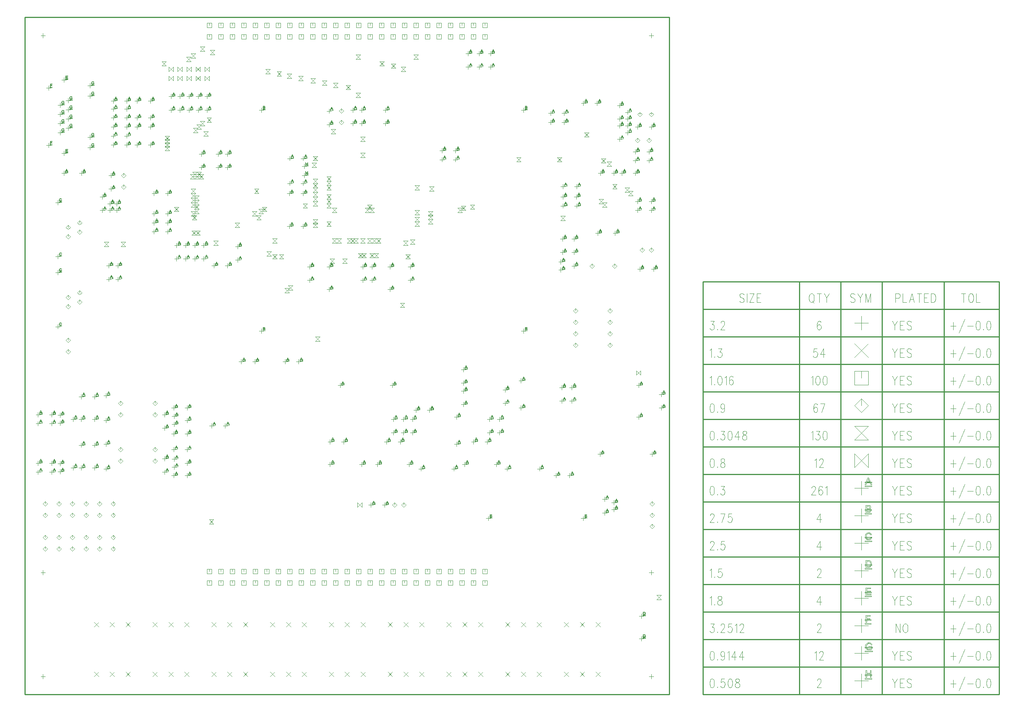
<source format=gbr>
*
*
G04 PADS Layout (Build Number 2005.266.2) generated Gerber (RS-274-X) file*
G04 PC Version=2.1*
*
%IN "cflora_base_1125.pcb"*%
*
%MOMM*%
*
%FSLAX35Y35*%
*
*
*
*
G04 PC Standard Apertures*
*
*
G04 Thermal Relief Aperture macro.*
%AMTER*
1,1,$1,0,0*
1,0,$1-$2,0,0*
21,0,$3,$4,0,0,45*
21,0,$3,$4,0,0,135*
%
*
*
G04 Annular Aperture macro.*
%AMANN*
1,1,$1,0,0*
1,0,$2,0,0*
%
*
*
G04 Odd Aperture macro.*
%AMODD*
1,1,$1,0,0*
1,0,$1-0.005,0,0*
%
*
*
G04 PC Custom Aperture Macros*
*
*
*
*
*
*
G04 PC Aperture Table*
*
%ADD057C,0.12*%
%ADD058C,0.254*%
*
*
*
*
G04 PC Custom Flashes*
G04 Layer Name cflora_base_1125.pcb - flashes*
%LPD*%
*
*
G04 PC Circuitry*
G04 Layer Name cflora_base_1125.pcb - circuitry*
%LPD*%
*
G54D57*
G01X27205000Y19900000D02*
X27305000D01*
X27255000Y19850000D02*
Y19950000D01*
X27280000Y19925000D02*
X27305893Y19989286D01*
X27315714*
X27341607Y19925000*
X27331786*
X27324643Y19944643*
X27296964*
X27289821Y19925000*
X27280000*
X27299643Y19951786D02*
X27321964D01*
X27315714Y19968750*
X27313036Y19975893*
X27311250Y19982143*
X27306786Y19970536*
X27299643Y19951786*
X27281786Y19915179D02*
X27341607D01*
Y19908929*
X27281786*
Y19915179*
Y19948214D02*
X27341607D01*
Y19943750*
X27281786*
Y19948214*
X27205000Y19600000D02*
X27305000D01*
X27255000Y19550000D02*
Y19650000D01*
X27280000Y19625000D02*
X27305893Y19689286D01*
X27315714*
X27341607Y19625000*
X27331786*
X27324643Y19644643*
X27296964*
X27289821Y19625000*
X27280000*
X27299643Y19651786D02*
X27321964D01*
X27315714Y19668750*
X27313036Y19675893*
X27311250Y19682143*
X27306786Y19670536*
X27299643Y19651786*
X27281786Y19615179D02*
X27341607D01*
Y19608929*
X27281786*
Y19615179*
Y19648214D02*
X27341607D01*
Y19643750*
X27281786*
Y19648214*
X27825000Y23175000D02*
X27925000D01*
X27875000Y23125000D02*
Y23225000D01*
X27900000Y23200000D02*
X27925893Y23264286D01*
X27935714*
X27961607Y23200000*
X27951786*
X27944643Y23219643*
X27916964*
X27909821Y23200000*
X27900000*
X27919643Y23226786D02*
X27941964D01*
X27935714Y23243750*
X27933036Y23250893*
X27931250Y23257143*
X27926786Y23245536*
X27919643Y23226786*
X27901786Y23190179D02*
X27961607D01*
Y23183929*
X27901786*
Y23190179*
Y23223214D02*
X27961607D01*
Y23218750*
X27901786*
Y23223214*
X28125000Y23175000D02*
X28225000D01*
X28175000Y23125000D02*
Y23225000D01*
X28200000Y23200000D02*
X28225893Y23264286D01*
X28235714*
X28261607Y23200000*
X28251786*
X28244643Y23219643*
X28216964*
X28209821Y23200000*
X28200000*
X28219643Y23226786D02*
X28241964D01*
X28235714Y23243750*
X28233036Y23250893*
X28231250Y23257143*
X28226786Y23245536*
X28219643Y23226786*
X28201786Y23190179D02*
X28261607D01*
Y23183929*
X28201786*
Y23190179*
Y23223214D02*
X28261607D01*
Y23218750*
X28201786*
Y23223214*
X27825000Y23550000D02*
X27925000D01*
X27875000Y23500000D02*
Y23600000D01*
X27900000Y23575000D02*
X27925893Y23639286D01*
X27935714*
X27961607Y23575000*
X27951786*
X27944643Y23594643*
X27916964*
X27909821Y23575000*
X27900000*
X27919643Y23601786D02*
X27941964D01*
X27935714Y23618750*
X27933036Y23625893*
X27931250Y23632143*
X27926786Y23620536*
X27919643Y23601786*
X27901786Y23565179D02*
X27961607D01*
Y23558929*
X27901786*
Y23565179*
Y23598214D02*
X27961607D01*
Y23593750*
X27901786*
Y23598214*
X28125000Y23550000D02*
X28225000D01*
X28175000Y23500000D02*
Y23600000D01*
X28200000Y23575000D02*
X28225893Y23639286D01*
X28235714*
X28261607Y23575000*
X28251786*
X28244643Y23594643*
X28216964*
X28209821Y23575000*
X28200000*
X28219643Y23601786D02*
X28241964D01*
X28235714Y23618750*
X28233036Y23625893*
X28231250Y23632143*
X28226786Y23620536*
X28219643Y23601786*
X28201786Y23565179D02*
X28261607D01*
Y23558929*
X28201786*
Y23565179*
Y23598214D02*
X28261607D01*
Y23593750*
X28201786*
Y23598214*
X29530000Y19900000D02*
X29630000D01*
X29580000Y19850000D02*
Y19950000D01*
X29605000Y19925000D02*
X29630893Y19989286D01*
X29640714*
X29666607Y19925000*
X29656786*
X29649643Y19944643*
X29621964*
X29614821Y19925000*
X29605000*
X29624643Y19951786D02*
X29646964D01*
X29640714Y19968750*
X29638036Y19975893*
X29636250Y19982143*
X29631786Y19970536*
X29624643Y19951786*
X29606786Y19915179D02*
X29666607D01*
Y19908929*
X29606786*
Y19915179*
Y19948214D02*
X29666607D01*
Y19943750*
X29606786*
Y19948214*
X29830000Y19900000D02*
X29930000D01*
X29880000Y19850000D02*
Y19950000D01*
X29905000Y19925000D02*
X29930893Y19989286D01*
X29940714*
X29966607Y19925000*
X29956786*
X29949643Y19944643*
X29921964*
X29914821Y19925000*
X29905000*
X29924643Y19951786D02*
X29946964D01*
X29940714Y19968750*
X29938036Y19975893*
X29936250Y19982143*
X29931786Y19970536*
X29924643Y19951786*
X29906786Y19915179D02*
X29966607D01*
Y19908929*
X29906786*
Y19915179*
Y19948214D02*
X29966607D01*
Y19943750*
X29906786*
Y19948214*
X27300000Y22775000D02*
X27400000D01*
X27350000Y22725000D02*
Y22825000D01*
X27375000Y22800000D02*
X27400893Y22864286D01*
X27410714*
X27436607Y22800000*
X27426786*
X27419643Y22819643*
X27391964*
X27384821Y22800000*
X27375000*
X27394643Y22826786D02*
X27416964D01*
X27410714Y22843750*
X27408036Y22850893*
X27406250Y22857143*
X27401786Y22845536*
X27394643Y22826786*
X27376786Y22790179D02*
X27436607D01*
Y22783929*
X27376786*
Y22790179*
Y22823214D02*
X27436607D01*
Y22818750*
X27376786*
Y22823214*
X27600000Y22775000D02*
X27700000D01*
X27650000Y22725000D02*
Y22825000D01*
X27675000Y22800000D02*
X27700893Y22864286D01*
X27710714*
X27736607Y22800000*
X27726786*
X27719643Y22819643*
X27691964*
X27684821Y22800000*
X27675000*
X27694643Y22826786D02*
X27716964D01*
X27710714Y22843750*
X27708036Y22850893*
X27706250Y22857143*
X27701786Y22845536*
X27694643Y22826786*
X27676786Y22790179D02*
X27736607D01*
Y22783929*
X27676786*
Y22790179*
Y22823214D02*
X27736607D01*
Y22818750*
X27676786*
Y22823214*
X27300000Y23375000D02*
X27400000D01*
X27350000Y23325000D02*
Y23425000D01*
X27375000Y23400000D02*
X27400893Y23464286D01*
X27410714*
X27436607Y23400000*
X27426786*
X27419643Y23419643*
X27391964*
X27384821Y23400000*
X27375000*
X27394643Y23426786D02*
X27416964D01*
X27410714Y23443750*
X27408036Y23450893*
X27406250Y23457143*
X27401786Y23445536*
X27394643Y23426786*
X27376786Y23390179D02*
X27436607D01*
Y23383929*
X27376786*
Y23390179*
Y23423214D02*
X27436607D01*
Y23418750*
X27376786*
Y23423214*
X27600000Y23375000D02*
X27700000D01*
X27650000Y23325000D02*
Y23425000D01*
X27675000Y23400000D02*
X27700893Y23464286D01*
X27710714*
X27736607Y23400000*
X27726786*
X27719643Y23419643*
X27691964*
X27684821Y23400000*
X27675000*
X27694643Y23426786D02*
X27716964D01*
X27710714Y23443750*
X27708036Y23450893*
X27706250Y23457143*
X27701786Y23445536*
X27694643Y23426786*
X27676786Y23390179D02*
X27736607D01*
Y23383929*
X27676786*
Y23390179*
Y23423214D02*
X27736607D01*
Y23418750*
X27676786*
Y23423214*
X30055000Y20325000D02*
X30155000D01*
X30105000Y20275000D02*
Y20375000D01*
X30130000Y20350000D02*
X30155893Y20414286D01*
X30165714*
X30191607Y20350000*
X30181786*
X30174643Y20369643*
X30146964*
X30139821Y20350000*
X30130000*
X30149643Y20376786D02*
X30171964D01*
X30165714Y20393750*
X30163036Y20400893*
X30161250Y20407143*
X30156786Y20395536*
X30149643Y20376786*
X30131786Y20340179D02*
X30191607D01*
Y20333929*
X30131786*
Y20340179*
Y20373214D02*
X30191607D01*
Y20368750*
X30131786*
Y20373214*
X30055000Y20025000D02*
X30155000D01*
X30105000Y19975000D02*
Y20075000D01*
X30130000Y20050000D02*
X30155893Y20114286D01*
X30165714*
X30191607Y20050000*
X30181786*
X30174643Y20069643*
X30146964*
X30139821Y20050000*
X30130000*
X30149643Y20076786D02*
X30171964D01*
X30165714Y20093750*
X30163036Y20100893*
X30161250Y20107143*
X30156786Y20095536*
X30149643Y20076786*
X30131786Y20040179D02*
X30191607D01*
Y20033929*
X30131786*
Y20040179*
Y20073214D02*
X30191607D01*
Y20068750*
X30131786*
Y20073214*
X26600000Y21950000D02*
X26700000D01*
X26650000Y21900000D02*
Y22000000D01*
X26675000Y21975000D02*
X26700893Y22039286D01*
X26710714*
X26736607Y21975000*
X26726786*
X26719643Y21994643*
X26691964*
X26684821Y21975000*
X26675000*
X26694643Y22001786D02*
X26716964D01*
X26710714Y22018750*
X26708036Y22025893*
X26706250Y22032143*
X26701786Y22020536*
X26694643Y22001786*
X26676786Y21965179D02*
X26736607D01*
Y21958929*
X26676786*
Y21965179*
Y21998214D02*
X26736607D01*
Y21993750*
X26676786*
Y21998214*
X26212500Y21950000D02*
X26312500D01*
X26262500Y21900000D02*
Y22000000D01*
X26287500Y21975000D02*
X26313393Y22039286D01*
X26323214*
X26349107Y21975000*
X26339286*
X26332143Y21994643*
X26304464*
X26297321Y21975000*
X26287500*
X26307143Y22001786D02*
X26329464D01*
X26323214Y22018750*
X26320536Y22025893*
X26318750Y22032143*
X26314286Y22020536*
X26307143Y22001786*
X26289286Y21965179D02*
X26349107D01*
Y21958929*
X26289286*
Y21965179*
Y21998214D02*
X26349107D01*
Y21993750*
X26289286*
Y21998214*
X37225000Y16900000D02*
X37325000D01*
X37275000Y16850000D02*
Y16950000D01*
X37300000Y16925000D02*
X37325893Y16989286D01*
X37335714*
X37361607Y16925000*
X37351786*
X37344643Y16944643*
X37316964*
X37309821Y16925000*
X37300000*
X37319643Y16951786D02*
X37341964D01*
X37335714Y16968750*
X37333036Y16975893*
X37331250Y16982143*
X37326786Y16970536*
X37319643Y16951786*
X37301786Y16915179D02*
X37361607D01*
Y16908929*
X37301786*
Y16915179*
Y16948214D02*
X37361607D01*
Y16943750*
X37301786*
Y16948214*
X37225000Y17200000D02*
X37325000D01*
X37275000Y17150000D02*
Y17250000D01*
X37300000Y17225000D02*
X37325893Y17289286D01*
X37335714*
X37361607Y17225000*
X37351786*
X37344643Y17244643*
X37316964*
X37309821Y17225000*
X37300000*
X37319643Y17251786D02*
X37341964D01*
X37335714Y17268750*
X37333036Y17275893*
X37331250Y17282143*
X37326786Y17270536*
X37319643Y17251786*
X37301786Y17215179D02*
X37361607D01*
Y17208929*
X37301786*
Y17215179*
Y17248214D02*
X37361607D01*
Y17243750*
X37301786*
Y17248214*
X35050000Y16825000D02*
X35150000D01*
X35100000Y16775000D02*
Y16875000D01*
X35125000Y16850000D02*
X35150893Y16914286D01*
X35160714*
X35186607Y16850000*
X35176786*
X35169643Y16869643*
X35141964*
X35134821Y16850000*
X35125000*
X35144643Y16876786D02*
X35166964D01*
X35160714Y16893750*
X35158036Y16900893*
X35156250Y16907143*
X35151786Y16895536*
X35144643Y16876786*
X35126786Y16840179D02*
X35186607D01*
Y16833929*
X35126786*
Y16840179*
Y16873214D02*
X35186607D01*
Y16868750*
X35126786*
Y16873214*
X35050000Y17125000D02*
X35150000D01*
X35100000Y17075000D02*
Y17175000D01*
X35125000Y17150000D02*
X35150893Y17214286D01*
X35160714*
X35186607Y17150000*
X35176786*
X35169643Y17169643*
X35141964*
X35134821Y17150000*
X35125000*
X35144643Y17176786D02*
X35166964D01*
X35160714Y17193750*
X35158036Y17200893*
X35156250Y17207143*
X35151786Y17195536*
X35144643Y17176786*
X35126786Y17140179D02*
X35186607D01*
Y17133929*
X35126786*
Y17140179*
Y17173214D02*
X35186607D01*
Y17168750*
X35126786*
Y17173214*
X37400000Y15250000D02*
X37500000D01*
X37450000Y15200000D02*
Y15300000D01*
X37475000Y15275000D02*
X37500893Y15339286D01*
X37510714*
X37536607Y15275000*
X37526786*
X37519643Y15294643*
X37491964*
X37484821Y15275000*
X37475000*
X37494643Y15301786D02*
X37516964D01*
X37510714Y15318750*
X37508036Y15325893*
X37506250Y15332143*
X37501786Y15320536*
X37494643Y15301786*
X37476786Y15265179D02*
X37536607D01*
Y15258929*
X37476786*
Y15265179*
Y15298214D02*
X37536607D01*
Y15293750*
X37476786*
Y15298214*
X37100000Y15250000D02*
X37200000D01*
X37150000Y15200000D02*
Y15300000D01*
X37175000Y15275000D02*
X37200893Y15339286D01*
X37210714*
X37236607Y15275000*
X37226786*
X37219643Y15294643*
X37191964*
X37184821Y15275000*
X37175000*
X37194643Y15301786D02*
X37216964D01*
X37210714Y15318750*
X37208036Y15325893*
X37206250Y15332143*
X37201786Y15320536*
X37194643Y15301786*
X37176786Y15265179D02*
X37236607D01*
Y15258929*
X37176786*
Y15265179*
Y15298214D02*
X37236607D01*
Y15293750*
X37176786*
Y15298214*
X27405000Y19900000D02*
X27505000D01*
X27455000Y19850000D02*
Y19950000D01*
X27480000Y19925000D02*
X27505893Y19989286D01*
X27515714*
X27541607Y19925000*
X27531786*
X27524643Y19944643*
X27496964*
X27489821Y19925000*
X27480000*
X27499643Y19951786D02*
X27521964D01*
X27515714Y19968750*
X27513036Y19975893*
X27511250Y19982143*
X27506786Y19970536*
X27499643Y19951786*
X27481786Y19915179D02*
X27541607D01*
Y19908929*
X27481786*
Y19915179*
Y19948214D02*
X27541607D01*
Y19943750*
X27481786*
Y19948214*
X27405000Y19600000D02*
X27505000D01*
X27455000Y19550000D02*
Y19650000D01*
X27480000Y19625000D02*
X27505893Y19689286D01*
X27515714*
X27541607Y19625000*
X27531786*
X27524643Y19644643*
X27496964*
X27489821Y19625000*
X27480000*
X27499643Y19651786D02*
X27521964D01*
X27515714Y19668750*
X27513036Y19675893*
X27511250Y19682143*
X27506786Y19670536*
X27499643Y19651786*
X27481786Y19615179D02*
X27541607D01*
Y19608929*
X27481786*
Y19615179*
Y19648214D02*
X27541607D01*
Y19643750*
X27481786*
Y19648214*
X39425000Y17050000D02*
X39525000D01*
X39475000Y17000000D02*
Y17100000D01*
X39500000Y17075000D02*
X39525893Y17139286D01*
X39535714*
X39561607Y17075000*
X39551786*
X39544643Y17094643*
X39516964*
X39509821Y17075000*
X39500000*
X39519643Y17101786D02*
X39541964D01*
X39535714Y17118750*
X39533036Y17125893*
X39531250Y17132143*
X39526786Y17120536*
X39519643Y17101786*
X39501786Y17065179D02*
X39561607D01*
Y17058929*
X39501786*
Y17065179*
Y17098214D02*
X39561607D01*
Y17093750*
X39501786*
Y17098214*
X39425000Y16750000D02*
X39525000D01*
X39475000Y16700000D02*
Y16800000D01*
X39500000Y16775000D02*
X39525893Y16839286D01*
X39535714*
X39561607Y16775000*
X39551786*
X39544643Y16794643*
X39516964*
X39509821Y16775000*
X39500000*
X39519643Y16801786D02*
X39541964D01*
X39535714Y16818750*
X39533036Y16825893*
X39531250Y16832143*
X39526786Y16820536*
X39519643Y16801786*
X39501786Y16765179D02*
X39561607D01*
Y16758929*
X39501786*
Y16765179*
Y16798214D02*
X39561607D01*
Y16793750*
X39501786*
Y16798214*
X33500000Y16500000D02*
X33600000D01*
X33550000Y16450000D02*
Y16550000D01*
X33575000Y16525000D02*
X33600893Y16589286D01*
X33610714*
X33636607Y16525000*
X33626786*
X33619643Y16544643*
X33591964*
X33584821Y16525000*
X33575000*
X33594643Y16551786D02*
X33616964D01*
X33610714Y16568750*
X33608036Y16575893*
X33606250Y16582143*
X33601786Y16570536*
X33594643Y16551786*
X33576786Y16515179D02*
X33636607D01*
Y16508929*
X33576786*
Y16515179*
Y16548214D02*
X33636607D01*
Y16543750*
X33576786*
Y16548214*
X33500000Y16200000D02*
X33600000D01*
X33550000Y16150000D02*
Y16250000D01*
X33575000Y16225000D02*
X33600893Y16289286D01*
X33610714*
X33636607Y16225000*
X33626786*
X33619643Y16244643*
X33591964*
X33584821Y16225000*
X33575000*
X33594643Y16251786D02*
X33616964D01*
X33610714Y16268750*
X33608036Y16275893*
X33606250Y16282143*
X33601786Y16270536*
X33594643Y16251786*
X33576786Y16215179D02*
X33636607D01*
Y16208929*
X33576786*
Y16215179*
Y16248214D02*
X33636607D01*
Y16243750*
X33576786*
Y16248214*
X32400000Y16000000D02*
X32500000D01*
X32450000Y15950000D02*
Y16050000D01*
X32475000Y16025000D02*
X32500893Y16089286D01*
X32510714*
X32536607Y16025000*
X32526786*
X32519643Y16044643*
X32491964*
X32484821Y16025000*
X32475000*
X32494643Y16051786D02*
X32516964D01*
X32510714Y16068750*
X32508036Y16075893*
X32506250Y16082143*
X32501786Y16070536*
X32494643Y16051786*
X32476786Y16015179D02*
X32536607D01*
Y16008929*
X32476786*
Y16015179*
Y16048214D02*
X32536607D01*
Y16043750*
X32476786*
Y16048214*
X32100000Y16000000D02*
X32200000D01*
X32150000Y15950000D02*
Y16050000D01*
X32175000Y16025000D02*
X32200893Y16089286D01*
X32210714*
X32236607Y16025000*
X32226786*
X32219643Y16044643*
X32191964*
X32184821Y16025000*
X32175000*
X32194643Y16051786D02*
X32216964D01*
X32210714Y16068750*
X32208036Y16075893*
X32206250Y16082143*
X32201786Y16070536*
X32194643Y16051786*
X32176786Y16015179D02*
X32236607D01*
Y16008929*
X32176786*
Y16015179*
Y16048214D02*
X32236607D01*
Y16043750*
X32176786*
Y16048214*
X38175000Y14425000D02*
X38275000D01*
X38225000Y14375000D02*
Y14475000D01*
X38250000Y14450000D02*
X38275893Y14514286D01*
X38285714*
X38311607Y14450000*
X38301786*
X38294643Y14469643*
X38266964*
X38259821Y14450000*
X38250000*
X38269643Y14476786D02*
X38291964D01*
X38285714Y14493750*
X38283036Y14500893*
X38281250Y14507143*
X38276786Y14495536*
X38269643Y14476786*
X38251786Y14440179D02*
X38311607D01*
Y14433929*
X38251786*
Y14440179*
Y14473214D02*
X38311607D01*
Y14468750*
X38251786*
Y14473214*
X38175000Y14725000D02*
X38275000D01*
X38225000Y14675000D02*
Y14775000D01*
X38250000Y14750000D02*
X38275893Y14814286D01*
X38285714*
X38311607Y14750000*
X38301786*
X38294643Y14769643*
X38266964*
X38259821Y14750000*
X38250000*
X38269643Y14776786D02*
X38291964D01*
X38285714Y14793750*
X38283036Y14800893*
X38281250Y14807143*
X38276786Y14795536*
X38269643Y14776786*
X38251786Y14740179D02*
X38311607D01*
Y14733929*
X38251786*
Y14740179*
Y14773214D02*
X38311607D01*
Y14768750*
X38251786*
Y14773214*
X35575000Y16000000D02*
X35675000D01*
X35625000Y15950000D02*
Y16050000D01*
X35650000Y16025000D02*
X35675893Y16089286D01*
X35685714*
X35711607Y16025000*
X35701786*
X35694643Y16044643*
X35666964*
X35659821Y16025000*
X35650000*
X35669643Y16051786D02*
X35691964D01*
X35685714Y16068750*
X35683036Y16075893*
X35681250Y16082143*
X35676786Y16070536*
X35669643Y16051786*
X35651786Y16015179D02*
X35711607D01*
Y16008929*
X35651786*
Y16015179*
Y16048214D02*
X35711607D01*
Y16043750*
X35651786*
Y16048214*
X35275000Y16000000D02*
X35375000D01*
X35325000Y15950000D02*
Y16050000D01*
X35350000Y16025000D02*
X35375893Y16089286D01*
X35385714*
X35411607Y16025000*
X35401786*
X35394643Y16044643*
X35366964*
X35359821Y16025000*
X35350000*
X35369643Y16051786D02*
X35391964D01*
X35385714Y16068750*
X35383036Y16075893*
X35381250Y16082143*
X35376786Y16070536*
X35369643Y16051786*
X35351786Y16015179D02*
X35411607D01*
Y16008929*
X35351786*
Y16015179*
Y16048214D02*
X35411607D01*
Y16043750*
X35351786*
Y16048214*
X33650000Y16000000D02*
X33750000D01*
X33700000Y15950000D02*
Y16050000D01*
X33725000Y16025000D02*
X33750893Y16089286D01*
X33760714*
X33786607Y16025000*
X33776786*
X33769643Y16044643*
X33741964*
X33734821Y16025000*
X33725000*
X33744643Y16051786D02*
X33766964D01*
X33760714Y16068750*
X33758036Y16075893*
X33756250Y16082143*
X33751786Y16070536*
X33744643Y16051786*
X33726786Y16015179D02*
X33786607D01*
Y16008929*
X33726786*
Y16015179*
Y16048214D02*
X33786607D01*
Y16043750*
X33726786*
Y16048214*
X33350000Y16000000D02*
X33450000D01*
X33400000Y15950000D02*
Y16050000D01*
X33425000Y16025000D02*
X33450893Y16089286D01*
X33460714*
X33486607Y16025000*
X33476786*
X33469643Y16044643*
X33441964*
X33434821Y16025000*
X33425000*
X33444643Y16051786D02*
X33466964D01*
X33460714Y16068750*
X33458036Y16075893*
X33456250Y16082143*
X33451786Y16070536*
X33444643Y16051786*
X33426786Y16015179D02*
X33486607D01*
Y16008929*
X33426786*
Y16015179*
Y16048214D02*
X33486607D01*
Y16043750*
X33426786*
Y16048214*
X34300000Y16700000D02*
X34400000D01*
X34350000Y16650000D02*
Y16750000D01*
X34375000Y16725000D02*
X34400893Y16789286D01*
X34410714*
X34436607Y16725000*
X34426786*
X34419643Y16744643*
X34391964*
X34384821Y16725000*
X34375000*
X34394643Y16751786D02*
X34416964D01*
X34410714Y16768750*
X34408036Y16775893*
X34406250Y16782143*
X34401786Y16770536*
X34394643Y16751786*
X34376786Y16715179D02*
X34436607D01*
Y16708929*
X34376786*
Y16715179*
Y16748214D02*
X34436607D01*
Y16743750*
X34376786*
Y16748214*
X34000000Y16700000D02*
X34100000D01*
X34050000Y16650000D02*
Y16750000D01*
X34075000Y16725000D02*
X34100893Y16789286D01*
X34110714*
X34136607Y16725000*
X34126786*
X34119643Y16744643*
X34091964*
X34084821Y16725000*
X34075000*
X34094643Y16751786D02*
X34116964D01*
X34110714Y16768750*
X34108036Y16775893*
X34106250Y16782143*
X34101786Y16770536*
X34094643Y16751786*
X34076786Y16715179D02*
X34136607D01*
Y16708929*
X34076786*
Y16715179*
Y16748214D02*
X34136607D01*
Y16743750*
X34076786*
Y16748214*
X35975000Y16850000D02*
X36075000D01*
X36025000Y16800000D02*
Y16900000D01*
X36050000Y16875000D02*
X36075893Y16939286D01*
X36085714*
X36111607Y16875000*
X36101786*
X36094643Y16894643*
X36066964*
X36059821Y16875000*
X36050000*
X36069643Y16901786D02*
X36091964D01*
X36085714Y16918750*
X36083036Y16925893*
X36081250Y16932143*
X36076786Y16920536*
X36069643Y16901786*
X36051786Y16865179D02*
X36111607D01*
Y16858929*
X36051786*
Y16865179*
Y16898214D02*
X36111607D01*
Y16893750*
X36051786*
Y16898214*
X35975000Y17150000D02*
X36075000D01*
X36025000Y17100000D02*
Y17200000D01*
X36050000Y17175000D02*
X36075893Y17239286D01*
X36085714*
X36111607Y17175000*
X36101786*
X36094643Y17194643*
X36066964*
X36059821Y17175000*
X36050000*
X36069643Y17201786D02*
X36091964D01*
X36085714Y17218750*
X36083036Y17225893*
X36081250Y17232143*
X36076786Y17220536*
X36069643Y17201786*
X36051786Y17165179D02*
X36111607D01*
Y17158929*
X36051786*
Y17165179*
Y17198214D02*
X36111607D01*
Y17193750*
X36051786*
Y17198214*
X29780000Y16350000D02*
X29880000D01*
X29830000Y16300000D02*
Y16400000D01*
X29855000Y16375000D02*
X29880893Y16439286D01*
X29890714*
X29916607Y16375000*
X29906786*
X29899643Y16394643*
X29871964*
X29864821Y16375000*
X29855000*
X29874643Y16401786D02*
X29896964D01*
X29890714Y16418750*
X29888036Y16425893*
X29886250Y16432143*
X29881786Y16420536*
X29874643Y16401786*
X29856786Y16365179D02*
X29916607D01*
Y16358929*
X29856786*
Y16365179*
Y16398214D02*
X29916607D01*
Y16393750*
X29856786*
Y16398214*
X29480000Y16350000D02*
X29580000D01*
X29530000Y16300000D02*
Y16400000D01*
X29555000Y16375000D02*
X29580893Y16439286D01*
X29590714*
X29616607Y16375000*
X29606786*
X29599643Y16394643*
X29571964*
X29564821Y16375000*
X29555000*
X29574643Y16401786D02*
X29596964D01*
X29590714Y16418750*
X29588036Y16425893*
X29586250Y16432143*
X29581786Y16420536*
X29574643Y16401786*
X29556786Y16365179D02*
X29616607D01*
Y16358929*
X29556786*
Y16365179*
Y16398214D02*
X29616607D01*
Y16393750*
X29556786*
Y16398214*
X38855000Y22225000D02*
X38955000D01*
X38905000Y22175000D02*
Y22275000D01*
X38930000Y22250000D02*
X38955893Y22314286D01*
X38965714*
X38991607Y22250000*
X38981786*
X38974643Y22269643*
X38946964*
X38939821Y22250000*
X38930000*
X38949643Y22276786D02*
X38971964D01*
X38965714Y22293750*
X38963036Y22300893*
X38961250Y22307143*
X38956786Y22295536*
X38949643Y22276786*
X38931786Y22240179D02*
X38991607D01*
Y22233929*
X38931786*
Y22240179*
Y22273214D02*
X38991607D01*
Y22268750*
X38931786*
Y22273214*
X39155000Y22225000D02*
X39255000D01*
X39205000Y22175000D02*
Y22275000D01*
X39230000Y22250000D02*
X39255893Y22314286D01*
X39265714*
X39291607Y22250000*
X39281786*
X39274643Y22269643*
X39246964*
X39239821Y22250000*
X39230000*
X39249643Y22276786D02*
X39271964D01*
X39265714Y22293750*
X39263036Y22300893*
X39261250Y22307143*
X39256786Y22295536*
X39249643Y22276786*
X39231786Y22240179D02*
X39291607D01*
Y22233929*
X39231786*
Y22240179*
Y22273214D02*
X39291607D01*
Y22268750*
X39231786*
Y22273214*
X29305000Y20350000D02*
X29405000D01*
X29355000Y20300000D02*
Y20400000D01*
X29380000Y20375000D02*
X29405893Y20439286D01*
X29415714*
X29441607Y20375000*
X29431786*
X29424643Y20394643*
X29396964*
X29389821Y20375000*
X29380000*
X29399643Y20401786D02*
X29421964D01*
X29415714Y20418750*
X29413036Y20425893*
X29411250Y20432143*
X29406786Y20420536*
X29399643Y20401786*
X29381786Y20365179D02*
X29441607D01*
Y20358929*
X29381786*
Y20365179*
Y20398214D02*
X29441607D01*
Y20393750*
X29381786*
Y20398214*
X29305000Y20050000D02*
X29405000D01*
X29355000Y20000000D02*
Y20100000D01*
X29380000Y20075000D02*
X29405893Y20139286D01*
X29415714*
X29441607Y20075000*
X29431786*
X29424643Y20094643*
X29396964*
X29389821Y20075000*
X29380000*
X29399643Y20101786D02*
X29421964D01*
X29415714Y20118750*
X29413036Y20125893*
X29411250Y20132143*
X29406786Y20120536*
X29399643Y20101786*
X29381786Y20065179D02*
X29441607D01*
Y20058929*
X29381786*
Y20065179*
Y20098214D02*
X29441607D01*
Y20093750*
X29381786*
Y20098214*
X38080000Y21950000D02*
X38180000D01*
X38130000Y21900000D02*
Y22000000D01*
X38155000Y21975000D02*
X38180893Y22039286D01*
X38190714*
X38216607Y21975000*
X38206786*
X38199643Y21994643*
X38171964*
X38164821Y21975000*
X38155000*
X38174643Y22001786D02*
X38196964D01*
X38190714Y22018750*
X38188036Y22025893*
X38186250Y22032143*
X38181786Y22020536*
X38174643Y22001786*
X38156786Y21965179D02*
X38216607D01*
Y21958929*
X38156786*
Y21965179*
Y21998214D02*
X38216607D01*
Y21993750*
X38156786*
Y21998214*
X38380000Y21950000D02*
X38480000D01*
X38430000Y21900000D02*
Y22000000D01*
X38455000Y21975000D02*
X38480893Y22039286D01*
X38490714*
X38516607Y21975000*
X38506786*
X38499643Y21994643*
X38471964*
X38464821Y21975000*
X38455000*
X38474643Y22001786D02*
X38496964D01*
X38490714Y22018750*
X38488036Y22025893*
X38486250Y22032143*
X38481786Y22020536*
X38474643Y22001786*
X38456786Y21965179D02*
X38516607D01*
Y21958929*
X38456786*
Y21965179*
Y21998214D02*
X38516607D01*
Y21993750*
X38456786*
Y21998214*
X38855000Y21950000D02*
X38955000D01*
X38905000Y21900000D02*
Y22000000D01*
X38930000Y21975000D02*
X38955893Y22039286D01*
X38965714*
X38991607Y21975000*
X38981786*
X38974643Y21994643*
X38946964*
X38939821Y21975000*
X38930000*
X38949643Y22001786D02*
X38971964D01*
X38965714Y22018750*
X38963036Y22025893*
X38961250Y22032143*
X38956786Y22020536*
X38949643Y22001786*
X38931786Y21965179D02*
X38991607D01*
Y21958929*
X38931786*
Y21965179*
Y21998214D02*
X38991607D01*
Y21993750*
X38931786*
Y21998214*
X38555000Y21950000D02*
X38655000D01*
X38605000Y21900000D02*
Y22000000D01*
X38630000Y21975000D02*
X38655893Y22039286D01*
X38665714*
X38691607Y21975000*
X38681786*
X38674643Y21994643*
X38646964*
X38639821Y21975000*
X38630000*
X38649643Y22001786D02*
X38671964D01*
X38665714Y22018750*
X38663036Y22025893*
X38661250Y22032143*
X38656786Y22020536*
X38649643Y22001786*
X38631786Y21965179D02*
X38691607D01*
Y21958929*
X38631786*
Y21965179*
Y21998214D02*
X38691607D01*
Y21993750*
X38631786*
Y21998214*
X37255000Y21650000D02*
X37355000D01*
X37305000Y21600000D02*
Y21700000D01*
X37330000Y21675000D02*
X37355893Y21739286D01*
X37365714*
X37391607Y21675000*
X37381786*
X37374643Y21694643*
X37346964*
X37339821Y21675000*
X37330000*
X37349643Y21701786D02*
X37371964D01*
X37365714Y21718750*
X37363036Y21725893*
X37361250Y21732143*
X37356786Y21720536*
X37349643Y21701786*
X37331786Y21665179D02*
X37391607D01*
Y21658929*
X37331786*
Y21665179*
Y21698214D02*
X37391607D01*
Y21693750*
X37331786*
Y21698214*
X37555000Y21650000D02*
X37655000D01*
X37605000Y21600000D02*
Y21700000D01*
X37630000Y21675000D02*
X37655893Y21739286D01*
X37665714*
X37691607Y21675000*
X37681786*
X37674643Y21694643*
X37646964*
X37639821Y21675000*
X37630000*
X37649643Y21701786D02*
X37671964D01*
X37665714Y21718750*
X37663036Y21725893*
X37661250Y21732143*
X37656786Y21720536*
X37649643Y21701786*
X37631786Y21665179D02*
X37691607D01*
Y21658929*
X37631786*
Y21665179*
Y21698214D02*
X37691607D01*
Y21693750*
X37631786*
Y21698214*
X37250000Y21425000D02*
X37350000D01*
X37300000Y21375000D02*
Y21475000D01*
X37325000Y21450000D02*
X37350893Y21514286D01*
X37360714*
X37386607Y21450000*
X37376786*
X37369643Y21469643*
X37341964*
X37334821Y21450000*
X37325000*
X37344643Y21476786D02*
X37366964D01*
X37360714Y21493750*
X37358036Y21500893*
X37356250Y21507143*
X37351786Y21495536*
X37344643Y21476786*
X37326786Y21440179D02*
X37386607D01*
Y21433929*
X37326786*
Y21440179*
Y21473214D02*
X37386607D01*
Y21468750*
X37326786*
Y21473214*
X37550000Y21425000D02*
X37650000D01*
X37600000Y21375000D02*
Y21475000D01*
X37625000Y21450000D02*
X37650893Y21514286D01*
X37660714*
X37686607Y21450000*
X37676786*
X37669643Y21469643*
X37641964*
X37634821Y21450000*
X37625000*
X37644643Y21476786D02*
X37666964D01*
X37660714Y21493750*
X37658036Y21500893*
X37656250Y21507143*
X37651786Y21495536*
X37644643Y21476786*
X37626786Y21440179D02*
X37686607D01*
Y21433929*
X37626786*
Y21440179*
Y21473214D02*
X37686607D01*
Y21468750*
X37626786*
Y21473214*
X37255000Y21225000D02*
X37355000D01*
X37305000Y21175000D02*
Y21275000D01*
X37330000Y21250000D02*
X37355893Y21314286D01*
X37365714*
X37391607Y21250000*
X37381786*
X37374643Y21269643*
X37346964*
X37339821Y21250000*
X37330000*
X37349643Y21276786D02*
X37371964D01*
X37365714Y21293750*
X37363036Y21300893*
X37361250Y21307143*
X37356786Y21295536*
X37349643Y21276786*
X37331786Y21240179D02*
X37391607D01*
Y21233929*
X37331786*
Y21240179*
Y21273214D02*
X37391607D01*
Y21268750*
X37331786*
Y21273214*
X37555000Y21225000D02*
X37655000D01*
X37605000Y21175000D02*
Y21275000D01*
X37630000Y21250000D02*
X37655893Y21314286D01*
X37665714*
X37691607Y21250000*
X37681786*
X37674643Y21269643*
X37646964*
X37639821Y21250000*
X37630000*
X37649643Y21276786D02*
X37671964D01*
X37665714Y21293750*
X37663036Y21300893*
X37661250Y21307143*
X37656786Y21295536*
X37649643Y21276786*
X37631786Y21240179D02*
X37691607D01*
Y21233929*
X37631786*
Y21240179*
Y21273214D02*
X37691607D01*
Y21268750*
X37631786*
Y21273214*
X38005000Y23500000D02*
X38105000D01*
X38055000Y23450000D02*
Y23550000D01*
X38080000Y23525000D02*
X38105893Y23589286D01*
X38115714*
X38141607Y23525000*
X38131786*
X38124643Y23544643*
X38096964*
X38089821Y23525000*
X38080000*
X38099643Y23551786D02*
X38121964D01*
X38115714Y23568750*
X38113036Y23575893*
X38111250Y23582143*
X38106786Y23570536*
X38099643Y23551786*
X38081786Y23515179D02*
X38141607D01*
Y23508929*
X38081786*
Y23515179*
Y23548214D02*
X38141607D01*
Y23543750*
X38081786*
Y23548214*
X37705000Y23500000D02*
X37805000D01*
X37755000Y23450000D02*
Y23550000D01*
X37780000Y23525000D02*
X37805893Y23589286D01*
X37815714*
X37841607Y23525000*
X37831786*
X37824643Y23544643*
X37796964*
X37789821Y23525000*
X37780000*
X37799643Y23551786D02*
X37821964D01*
X37815714Y23568750*
X37813036Y23575893*
X37811250Y23582143*
X37806786Y23570536*
X37799643Y23551786*
X37781786Y23515179D02*
X37841607D01*
Y23508929*
X37781786*
Y23515179*
Y23548214D02*
X37841607D01*
Y23543750*
X37781786*
Y23548214*
X31500000Y20775000D02*
X31600000D01*
X31550000Y20725000D02*
Y20825000D01*
X31575000Y20800000D02*
X31600893Y20864286D01*
X31610714*
X31636607Y20800000*
X31626786*
X31619643Y20819643*
X31591964*
X31584821Y20800000*
X31575000*
X31594643Y20826786D02*
X31616964D01*
X31610714Y20843750*
X31608036Y20850893*
X31606250Y20857143*
X31601786Y20845536*
X31594643Y20826786*
X31576786Y20790179D02*
X31636607D01*
Y20783929*
X31576786*
Y20790179*
Y20823214D02*
X31636607D01*
Y20818750*
X31576786*
Y20823214*
X31200000Y20775000D02*
X31300000D01*
X31250000Y20725000D02*
Y20825000D01*
X31275000Y20800000D02*
X31300893Y20864286D01*
X31310714*
X31336607Y20800000*
X31326786*
X31319643Y20819643*
X31291964*
X31284821Y20800000*
X31275000*
X31294643Y20826786D02*
X31316964D01*
X31310714Y20843750*
X31308036Y20850893*
X31306250Y20857143*
X31301786Y20845536*
X31294643Y20826786*
X31276786Y20790179D02*
X31336607D01*
Y20783929*
X31276786*
Y20790179*
Y20823214D02*
X31336607D01*
Y20818750*
X31276786*
Y20823214*
X31200000Y21500000D02*
X31300000D01*
X31250000Y21450000D02*
Y21550000D01*
X31275000Y21525000D02*
X31300893Y21589286D01*
X31310714*
X31336607Y21525000*
X31326786*
X31319643Y21544643*
X31291964*
X31284821Y21525000*
X31275000*
X31294643Y21551786D02*
X31316964D01*
X31310714Y21568750*
X31308036Y21575893*
X31306250Y21582143*
X31301786Y21570536*
X31294643Y21551786*
X31276786Y21515179D02*
X31336607D01*
Y21508929*
X31276786*
Y21515179*
Y21548214D02*
X31336607D01*
Y21543750*
X31276786*
Y21548214*
X31500000Y21500000D02*
X31600000D01*
X31550000Y21450000D02*
Y21550000D01*
X31575000Y21525000D02*
X31600893Y21589286D01*
X31610714*
X31636607Y21525000*
X31626786*
X31619643Y21544643*
X31591964*
X31584821Y21525000*
X31575000*
X31594643Y21551786D02*
X31616964D01*
X31610714Y21568750*
X31608036Y21575893*
X31606250Y21582143*
X31601786Y21570536*
X31594643Y21551786*
X31576786Y21515179D02*
X31636607D01*
Y21508929*
X31576786*
Y21515179*
Y21548214D02*
X31636607D01*
Y21543750*
X31576786*
Y21548214*
X31105000Y17775000D02*
X31205000D01*
X31155000Y17725000D02*
Y17825000D01*
X31180000Y17800000D02*
X31205893Y17864286D01*
X31215714*
X31241607Y17800000*
X31231786*
X31224643Y17819643*
X31196964*
X31189821Y17800000*
X31180000*
X31199643Y17826786D02*
X31221964D01*
X31215714Y17843750*
X31213036Y17850893*
X31211250Y17857143*
X31206786Y17845536*
X31199643Y17826786*
X31181786Y17790179D02*
X31241607D01*
Y17783929*
X31181786*
Y17790179*
Y17823214D02*
X31241607D01*
Y17818750*
X31181786*
Y17823214*
X31405000Y17775000D02*
X31505000D01*
X31455000Y17725000D02*
Y17825000D01*
X31480000Y17800000D02*
X31505893Y17864286D01*
X31515714*
X31541607Y17800000*
X31531786*
X31524643Y17819643*
X31496964*
X31489821Y17800000*
X31480000*
X31499643Y17826786D02*
X31521964D01*
X31515714Y17843750*
X31513036Y17850893*
X31511250Y17857143*
X31506786Y17845536*
X31499643Y17826786*
X31481786Y17790179D02*
X31541607D01*
Y17783929*
X31481786*
Y17790179*
Y17823214D02*
X31541607D01*
Y17818750*
X31481786*
Y17823214*
X30135000Y17775000D02*
X30235000D01*
X30185000Y17725000D02*
Y17825000D01*
X30210000Y17800000D02*
X30235893Y17864286D01*
X30245714*
X30271607Y17800000*
X30261786*
X30254643Y17819643*
X30226964*
X30219821Y17800000*
X30210000*
X30229643Y17826786D02*
X30251964D01*
X30245714Y17843750*
X30243036Y17850893*
X30241250Y17857143*
X30236786Y17845536*
X30229643Y17826786*
X30211786Y17790179D02*
X30271607D01*
Y17783929*
X30211786*
Y17790179*
Y17823214D02*
X30271607D01*
Y17818750*
X30211786*
Y17823214*
X30435000Y17775000D02*
X30535000D01*
X30485000Y17725000D02*
Y17825000D01*
X30510000Y17800000D02*
X30535893Y17864286D01*
X30545714*
X30571607Y17800000*
X30561786*
X30554643Y17819643*
X30526964*
X30519821Y17800000*
X30510000*
X30529643Y17826786D02*
X30551964D01*
X30545714Y17843750*
X30543036Y17850893*
X30541250Y17857143*
X30536786Y17845536*
X30529643Y17826786*
X30511786Y17790179D02*
X30571607D01*
Y17783929*
X30511786*
Y17790179*
Y17823214D02*
X30571607D01*
Y17818750*
X30511786*
Y17823214*
X29250000Y22075000D02*
X29350000D01*
X29300000Y22025000D02*
Y22125000D01*
X29325000Y22100000D02*
X29350893Y22164286D01*
X29360714*
X29386607Y22100000*
X29376786*
X29369643Y22119643*
X29341964*
X29334821Y22100000*
X29325000*
X29344643Y22126786D02*
X29366964D01*
X29360714Y22143750*
X29358036Y22150893*
X29356250Y22157143*
X29351786Y22145536*
X29344643Y22126786*
X29326786Y22090179D02*
X29386607D01*
Y22083929*
X29326786*
Y22090179*
Y22123214D02*
X29386607D01*
Y22118750*
X29326786*
Y22123214*
X29250000Y22375000D02*
X29350000D01*
X29300000Y22325000D02*
Y22425000D01*
X29325000Y22400000D02*
X29350893Y22464286D01*
X29360714*
X29386607Y22400000*
X29376786*
X29369643Y22419643*
X29341964*
X29334821Y22400000*
X29325000*
X29344643Y22426786D02*
X29366964D01*
X29360714Y22443750*
X29358036Y22450893*
X29356250Y22457143*
X29351786Y22445536*
X29344643Y22426786*
X29326786Y22390179D02*
X29386607D01*
Y22383929*
X29326786*
Y22390179*
Y22423214D02*
X29386607D01*
Y22418750*
X29326786*
Y22423214*
X31505000Y22275000D02*
X31605000D01*
X31555000Y22225000D02*
Y22325000D01*
X31580000Y22300000D02*
X31605893Y22364286D01*
X31615714*
X31641607Y22300000*
X31631786*
X31624643Y22319643*
X31596964*
X31589821Y22300000*
X31580000*
X31599643Y22326786D02*
X31621964D01*
X31615714Y22343750*
X31613036Y22350893*
X31611250Y22357143*
X31606786Y22345536*
X31599643Y22326786*
X31581786Y22290179D02*
X31641607D01*
Y22283929*
X31581786*
Y22290179*
Y22323214D02*
X31641607D01*
Y22318750*
X31581786*
Y22323214*
X31205000Y22275000D02*
X31305000D01*
X31255000Y22225000D02*
Y22325000D01*
X31280000Y22300000D02*
X31305893Y22364286D01*
X31315714*
X31341607Y22300000*
X31331786*
X31324643Y22319643*
X31296964*
X31289821Y22300000*
X31280000*
X31299643Y22326786D02*
X31321964D01*
X31315714Y22343750*
X31313036Y22350893*
X31311250Y22357143*
X31306786Y22345536*
X31299643Y22326786*
X31281786Y22290179D02*
X31341607D01*
Y22283929*
X31281786*
Y22290179*
Y22323214D02*
X31341607D01*
Y22318750*
X31281786*
Y22323214*
X31505000Y21725000D02*
X31605000D01*
X31555000Y21675000D02*
Y21775000D01*
X31580000Y21750000D02*
X31605893Y21814286D01*
X31615714*
X31641607Y21750000*
X31631786*
X31624643Y21769643*
X31596964*
X31589821Y21750000*
X31580000*
X31599643Y21776786D02*
X31621964D01*
X31615714Y21793750*
X31613036Y21800893*
X31611250Y21807143*
X31606786Y21795536*
X31599643Y21776786*
X31581786Y21740179D02*
X31641607D01*
Y21733929*
X31581786*
Y21740179*
Y21773214D02*
X31641607D01*
Y21768750*
X31581786*
Y21773214*
X31205000Y21725000D02*
X31305000D01*
X31255000Y21675000D02*
Y21775000D01*
X31280000Y21750000D02*
X31305893Y21814286D01*
X31315714*
X31341607Y21750000*
X31331786*
X31324643Y21769643*
X31296964*
X31289821Y21750000*
X31280000*
X31299643Y21776786D02*
X31321964D01*
X31315714Y21793750*
X31313036Y21800893*
X31311250Y21807143*
X31306786Y21795536*
X31299643Y21776786*
X31281786Y21740179D02*
X31341607D01*
Y21733929*
X31281786*
Y21740179*
Y21773214D02*
X31341607D01*
Y21768750*
X31281786*
Y21773214*
X34575000Y22450000D02*
X34675000D01*
X34625000Y22400000D02*
Y22500000D01*
X34650000Y22475000D02*
X34675893Y22539286D01*
X34685714*
X34711607Y22475000*
X34701786*
X34694643Y22494643*
X34666964*
X34659821Y22475000*
X34650000*
X34669643Y22501786D02*
X34691964D01*
X34685714Y22518750*
X34683036Y22525893*
X34681250Y22532143*
X34676786Y22520536*
X34669643Y22501786*
X34651786Y22465179D02*
X34711607D01*
Y22458929*
X34651786*
Y22465179*
Y22498214D02*
X34711607D01*
Y22493750*
X34651786*
Y22498214*
X34875000Y22450000D02*
X34975000D01*
X34925000Y22400000D02*
Y22500000D01*
X34950000Y22475000D02*
X34975893Y22539286D01*
X34985714*
X35011607Y22475000*
X35001786*
X34994643Y22494643*
X34966964*
X34959821Y22475000*
X34950000*
X34969643Y22501786D02*
X34991964D01*
X34985714Y22518750*
X34983036Y22525893*
X34981250Y22532143*
X34976786Y22520536*
X34969643Y22501786*
X34951786Y22465179D02*
X35011607D01*
Y22458929*
X34951786*
Y22465179*
Y22498214D02*
X35011607D01*
Y22493750*
X34951786*
Y22498214*
X33325000Y23050000D02*
X33425000D01*
X33375000Y23000000D02*
Y23100000D01*
X33400000Y23075000D02*
X33425893Y23139286D01*
X33435714*
X33461607Y23075000*
X33451786*
X33444643Y23094643*
X33416964*
X33409821Y23075000*
X33400000*
X33419643Y23101786D02*
X33441964D01*
X33435714Y23118750*
X33433036Y23125893*
X33431250Y23132143*
X33426786Y23120536*
X33419643Y23101786*
X33401786Y23065179D02*
X33461607D01*
Y23058929*
X33401786*
Y23065179*
Y23098214D02*
X33461607D01*
Y23093750*
X33401786*
Y23098214*
X33325000Y23350000D02*
X33425000D01*
X33375000Y23300000D02*
Y23400000D01*
X33400000Y23375000D02*
X33425893Y23439286D01*
X33435714*
X33461607Y23375000*
X33451786*
X33444643Y23394643*
X33416964*
X33409821Y23375000*
X33400000*
X33419643Y23401786D02*
X33441964D01*
X33435714Y23418750*
X33433036Y23425893*
X33431250Y23432143*
X33426786Y23420536*
X33419643Y23401786*
X33401786Y23365179D02*
X33461607D01*
Y23358929*
X33401786*
Y23365179*
Y23398214D02*
X33461607D01*
Y23393750*
X33401786*
Y23398214*
X31650000Y19875000D02*
X31750000D01*
X31700000Y19825000D02*
Y19925000D01*
X31725000Y19900000D02*
X31750893Y19964286D01*
X31760714*
X31786607Y19900000*
X31776786*
X31769643Y19919643*
X31741964*
X31734821Y19900000*
X31725000*
X31744643Y19926786D02*
X31766964D01*
X31760714Y19943750*
X31758036Y19950893*
X31756250Y19957143*
X31751786Y19945536*
X31744643Y19926786*
X31726786Y19890179D02*
X31786607D01*
Y19883929*
X31726786*
Y19890179*
Y19923214D02*
X31786607D01*
Y19918750*
X31726786*
Y19923214*
X31650000Y19575000D02*
X31750000D01*
X31700000Y19525000D02*
Y19625000D01*
X31725000Y19600000D02*
X31750893Y19664286D01*
X31760714*
X31786607Y19600000*
X31776786*
X31769643Y19619643*
X31741964*
X31734821Y19600000*
X31725000*
X31744643Y19626786D02*
X31766964D01*
X31760714Y19643750*
X31758036Y19650893*
X31756250Y19657143*
X31751786Y19645536*
X31744643Y19626786*
X31726786Y19590179D02*
X31786607D01*
Y19583929*
X31726786*
Y19590179*
Y19623214D02*
X31786607D01*
Y19618750*
X31726786*
Y19623214*
X33025000Y19875000D02*
X33125000D01*
X33075000Y19825000D02*
Y19925000D01*
X33100000Y19900000D02*
X33125893Y19964286D01*
X33135714*
X33161607Y19900000*
X33151786*
X33144643Y19919643*
X33116964*
X33109821Y19900000*
X33100000*
X33119643Y19926786D02*
X33141964D01*
X33135714Y19943750*
X33133036Y19950893*
X33131250Y19957143*
X33126786Y19945536*
X33119643Y19926786*
X33101786Y19890179D02*
X33161607D01*
Y19883929*
X33101786*
Y19890179*
Y19923214D02*
X33161607D01*
Y19918750*
X33101786*
Y19923214*
X33025000Y19575000D02*
X33125000D01*
X33075000Y19525000D02*
Y19625000D01*
X33100000Y19600000D02*
X33125893Y19664286D01*
X33135714*
X33161607Y19600000*
X33151786*
X33144643Y19619643*
X33116964*
X33109821Y19600000*
X33100000*
X33119643Y19626786D02*
X33141964D01*
X33135714Y19643750*
X33133036Y19650893*
X33131250Y19657143*
X33126786Y19645536*
X33119643Y19626786*
X33101786Y19590179D02*
X33161607D01*
Y19583929*
X33101786*
Y19590179*
Y19623214D02*
X33161607D01*
Y19618750*
X33101786*
Y19623214*
X34575000Y22250000D02*
X34675000D01*
X34625000Y22200000D02*
Y22300000D01*
X34650000Y22275000D02*
X34675893Y22339286D01*
X34685714*
X34711607Y22275000*
X34701786*
X34694643Y22294643*
X34666964*
X34659821Y22275000*
X34650000*
X34669643Y22301786D02*
X34691964D01*
X34685714Y22318750*
X34683036Y22325893*
X34681250Y22332143*
X34676786Y22320536*
X34669643Y22301786*
X34651786Y22265179D02*
X34711607D01*
Y22258929*
X34651786*
Y22265179*
Y22298214D02*
X34711607D01*
Y22293750*
X34651786*
Y22298214*
X34875000Y22250000D02*
X34975000D01*
X34925000Y22200000D02*
Y22300000D01*
X34950000Y22275000D02*
X34975893Y22339286D01*
X34985714*
X35011607Y22275000*
X35001786*
X34994643Y22294643*
X34966964*
X34959821Y22275000*
X34950000*
X34969643Y22301786D02*
X34991964D01*
X34985714Y22318750*
X34983036Y22325893*
X34981250Y22332143*
X34976786Y22320536*
X34969643Y22301786*
X34951786Y22265179D02*
X35011607D01*
Y22258929*
X34951786*
Y22265179*
Y22298214D02*
X35011607D01*
Y22293750*
X34951786*
Y22298214*
X33875000Y19875000D02*
X33975000D01*
X33925000Y19825000D02*
Y19925000D01*
X33950000Y19900000D02*
X33975893Y19964286D01*
X33985714*
X34011607Y19900000*
X34001786*
X33994643Y19919643*
X33966964*
X33959821Y19900000*
X33950000*
X33969643Y19926786D02*
X33991964D01*
X33985714Y19943750*
X33983036Y19950893*
X33981250Y19957143*
X33976786Y19945536*
X33969643Y19926786*
X33951786Y19890179D02*
X34011607D01*
Y19883929*
X33951786*
Y19890179*
Y19923214D02*
X34011607D01*
Y19918750*
X33951786*
Y19923214*
X33875000Y19575000D02*
X33975000D01*
X33925000Y19525000D02*
Y19625000D01*
X33950000Y19600000D02*
X33975893Y19664286D01*
X33985714*
X34011607Y19600000*
X34001786*
X33994643Y19619643*
X33966964*
X33959821Y19600000*
X33950000*
X33969643Y19626786D02*
X33991964D01*
X33985714Y19643750*
X33983036Y19650893*
X33981250Y19657143*
X33976786Y19645536*
X33969643Y19626786*
X33951786Y19590179D02*
X34011607D01*
Y19583929*
X33951786*
Y19590179*
Y19623214D02*
X34011607D01*
Y19618750*
X33951786*
Y19623214*
X37495000Y20195000D02*
X37595000D01*
X37545000Y20145000D02*
Y20245000D01*
X37570000Y20220000D02*
X37595893Y20284286D01*
X37605714*
X37631607Y20220000*
X37621786*
X37614643Y20239643*
X37586964*
X37579821Y20220000*
X37570000*
X37589643Y20246786D02*
X37611964D01*
X37605714Y20263750*
X37603036Y20270893*
X37601250Y20277143*
X37596786Y20265536*
X37589643Y20246786*
X37571786Y20210179D02*
X37631607D01*
Y20203929*
X37571786*
Y20210179*
Y20243214D02*
X37631607D01*
Y20238750*
X37571786*
Y20243214*
X37495000Y20495000D02*
X37595000D01*
X37545000Y20445000D02*
Y20545000D01*
X37570000Y20520000D02*
X37595893Y20584286D01*
X37605714*
X37631607Y20520000*
X37621786*
X37614643Y20539643*
X37586964*
X37579821Y20520000*
X37570000*
X37589643Y20546786D02*
X37611964D01*
X37605714Y20563750*
X37603036Y20570893*
X37601250Y20577143*
X37596786Y20565536*
X37589643Y20546786*
X37571786Y20510179D02*
X37631607D01*
Y20503929*
X37571786*
Y20510179*
Y20543214D02*
X37631607D01*
Y20538750*
X37571786*
Y20543214*
X29625000Y22075000D02*
X29725000D01*
X29675000Y22025000D02*
Y22125000D01*
X29700000Y22100000D02*
X29725893Y22164286D01*
X29735714*
X29761607Y22100000*
X29751786*
X29744643Y22119643*
X29716964*
X29709821Y22100000*
X29700000*
X29719643Y22126786D02*
X29741964D01*
X29735714Y22143750*
X29733036Y22150893*
X29731250Y22157143*
X29726786Y22145536*
X29719643Y22126786*
X29701786Y22090179D02*
X29761607D01*
Y22083929*
X29701786*
Y22090179*
Y22123214D02*
X29761607D01*
Y22118750*
X29701786*
Y22123214*
X29625000Y22375000D02*
X29725000D01*
X29675000Y22325000D02*
Y22425000D01*
X29700000Y22400000D02*
X29725893Y22464286D01*
X29735714*
X29761607Y22400000*
X29751786*
X29744643Y22419643*
X29716964*
X29709821Y22400000*
X29700000*
X29719643Y22426786D02*
X29741964D01*
X29735714Y22443750*
X29733036Y22450893*
X29731250Y22457143*
X29726786Y22445536*
X29719643Y22426786*
X29701786Y22390179D02*
X29761607D01*
Y22383929*
X29701786*
Y22390179*
Y22423214D02*
X29761607D01*
Y22418750*
X29701786*
Y22423214*
X29105000Y20350000D02*
X29205000D01*
X29155000Y20300000D02*
Y20400000D01*
X29180000Y20375000D02*
X29205893Y20439286D01*
X29215714*
X29241607Y20375000*
X29231786*
X29224643Y20394643*
X29196964*
X29189821Y20375000*
X29180000*
X29199643Y20401786D02*
X29221964D01*
X29215714Y20418750*
X29213036Y20425893*
X29211250Y20432143*
X29206786Y20420536*
X29199643Y20401786*
X29181786Y20365179D02*
X29241607D01*
Y20358929*
X29181786*
Y20365179*
Y20398214D02*
X29241607D01*
Y20393750*
X29181786*
Y20398214*
X29105000Y20050000D02*
X29205000D01*
X29155000Y20000000D02*
Y20100000D01*
X29180000Y20075000D02*
X29205893Y20139286D01*
X29215714*
X29241607Y20075000*
X29231786*
X29224643Y20094643*
X29196964*
X29189821Y20075000*
X29180000*
X29199643Y20101786D02*
X29221964D01*
X29215714Y20118750*
X29213036Y20125893*
X29211250Y20132143*
X29206786Y20120536*
X29199643Y20101786*
X29181786Y20065179D02*
X29241607D01*
Y20058929*
X29181786*
Y20065179*
Y20098214D02*
X29241607D01*
Y20093750*
X29181786*
Y20098214*
X28505000Y21500000D02*
X28605000D01*
X28555000Y21450000D02*
Y21550000D01*
X28580000Y21525000D02*
X28605893Y21589286D01*
X28615714*
X28641607Y21525000*
X28631786*
X28624643Y21544643*
X28596964*
X28589821Y21525000*
X28580000*
X28599643Y21551786D02*
X28621964D01*
X28615714Y21568750*
X28613036Y21575893*
X28611250Y21582143*
X28606786Y21570536*
X28599643Y21551786*
X28581786Y21515179D02*
X28641607D01*
Y21508929*
X28581786*
Y21515179*
Y21548214D02*
X28641607D01*
Y21543750*
X28581786*
Y21548214*
X28205000Y21500000D02*
X28305000D01*
X28255000Y21450000D02*
Y21550000D01*
X28280000Y21525000D02*
X28305893Y21589286D01*
X28315714*
X28341607Y21525000*
X28331786*
X28324643Y21544643*
X28296964*
X28289821Y21525000*
X28280000*
X28299643Y21551786D02*
X28321964D01*
X28315714Y21568750*
X28313036Y21575893*
X28311250Y21582143*
X28306786Y21570536*
X28299643Y21551786*
X28281786Y21515179D02*
X28341607D01*
Y21508929*
X28281786*
Y21515179*
Y21548214D02*
X28341607D01*
Y21543750*
X28281786*
Y21548214*
X27825000Y22575000D02*
X27925000D01*
X27875000Y22525000D02*
Y22625000D01*
X27900000Y22600000D02*
X27925893Y22664286D01*
X27935714*
X27961607Y22600000*
X27951786*
X27944643Y22619643*
X27916964*
X27909821Y22600000*
X27900000*
X27919643Y22626786D02*
X27941964D01*
X27935714Y22643750*
X27933036Y22650893*
X27931250Y22657143*
X27926786Y22645536*
X27919643Y22626786*
X27901786Y22590179D02*
X27961607D01*
Y22583929*
X27901786*
Y22590179*
Y22623214D02*
X27961607D01*
Y22618750*
X27901786*
Y22623214*
X28125000Y22575000D02*
X28225000D01*
X28175000Y22525000D02*
Y22625000D01*
X28200000Y22600000D02*
X28225893Y22664286D01*
X28235714*
X28261607Y22600000*
X28251786*
X28244643Y22619643*
X28216964*
X28209821Y22600000*
X28200000*
X28219643Y22626786D02*
X28241964D01*
X28235714Y22643750*
X28233036Y22650893*
X28231250Y22657143*
X28226786Y22645536*
X28219643Y22626786*
X28201786Y22590179D02*
X28261607D01*
Y22583929*
X28201786*
Y22590179*
Y22623214D02*
X28261607D01*
Y22618750*
X28201786*
Y22623214*
X27825000Y22975000D02*
X27925000D01*
X27875000Y22925000D02*
Y23025000D01*
X27900000Y23000000D02*
X27925893Y23064286D01*
X27935714*
X27961607Y23000000*
X27951786*
X27944643Y23019643*
X27916964*
X27909821Y23000000*
X27900000*
X27919643Y23026786D02*
X27941964D01*
X27935714Y23043750*
X27933036Y23050893*
X27931250Y23057143*
X27926786Y23045536*
X27919643Y23026786*
X27901786Y22990179D02*
X27961607D01*
Y22983929*
X27901786*
Y22990179*
Y23023214D02*
X27961607D01*
Y23018750*
X27901786*
Y23023214*
X28125000Y22975000D02*
X28225000D01*
X28175000Y22925000D02*
Y23025000D01*
X28200000Y23000000D02*
X28225893Y23064286D01*
X28235714*
X28261607Y23000000*
X28251786*
X28244643Y23019643*
X28216964*
X28209821Y23000000*
X28200000*
X28219643Y23026786D02*
X28241964D01*
X28235714Y23043750*
X28233036Y23050893*
X28231250Y23057143*
X28226786Y23045536*
X28219643Y23026786*
X28201786Y22990179D02*
X28261607D01*
Y22983929*
X28201786*
Y22990179*
Y23023214D02*
X28261607D01*
Y23018750*
X28201786*
Y23023214*
X26355000Y20497000D02*
X26405000Y20547000D01*
X26355000Y20597000*
X26305000Y20547000*
X26355000Y20497000*
Y20547000D02*
Y20597000D01*
Y20701000D02*
X26405000Y20751000D01*
X26355000Y20801000*
X26305000Y20751000*
X26355000Y20701000*
Y20751000D02*
Y20801000D01*
X26609000Y20599000D02*
X26659000Y20649000D01*
X26609000Y20699000*
X26559000Y20649000*
X26609000Y20599000*
Y20649000D02*
Y20699000D01*
Y20803000D02*
X26659000Y20853000D01*
X26609000Y20903000*
X26559000Y20853000*
X26609000Y20803000*
Y20853000D02*
Y20903000D01*
X26075000Y20100000D02*
X26175000D01*
X26125000Y20050000D02*
Y20150000D01*
X26200893Y20147321D02*
X26209821Y20145536D01*
X26206250Y20135714*
X26200893Y20129464*
X26192857Y20125000*
X26183929Y20124107*
X26183929D02*
X26175000Y20125000D01*
X26167857Y20128571*
X26161607Y20133036*
X26158036Y20140179*
X26158036D02*
X26155357Y20148214D01*
X26154464Y20157143*
X26155357Y20166964*
X26158036Y20175000*
X26162500Y20181250*
X26168750Y20186607*
X26175893Y20189286*
X26183929Y20190179*
X26183929D02*
X26191964Y20189286D01*
X26199107Y20184821*
X26204464Y20179464*
X26208036Y20171429*
X26208036D02*
X26199107Y20169643D01*
X26196429Y20175893*
X26196429D02*
X26192857Y20179464D01*
X26188393Y20182143*
X26183036Y20183036*
X26176786Y20182143*
X26171429Y20179464*
X26171429D02*
X26167857Y20175000D01*
X26165179Y20169643*
X26165179D02*
X26164286Y20163393D01*
X26163393Y20158036*
X26164286Y20150000*
X26166071Y20142857*
X26168750Y20138393*
X26172321Y20133929*
X26172321D02*
X26177679Y20132143D01*
X26177679D02*
X26183036Y20131250D01*
X26189286Y20132143*
X26194643Y20135714*
X26198214Y20140179*
X26198214D02*
X26200893Y20147321D01*
X26200893*
X26150000Y20115179D02*
X26214286D01*
Y20108929*
X26150000*
Y20115179*
Y20148214D02*
X26214286D01*
Y20143750*
X26150000*
Y20148214*
X26075000Y21300000D02*
X26175000D01*
X26125000Y21250000D02*
Y21350000D01*
X26200893Y21347321D02*
X26209821Y21345536D01*
X26206250Y21335714*
X26200893Y21329464*
X26192857Y21325000*
X26183929Y21324107*
X26183929D02*
X26175000Y21325000D01*
X26167857Y21328571*
X26161607Y21333036*
X26158036Y21340179*
X26158036D02*
X26155357Y21348214D01*
X26154464Y21357143*
X26155357Y21366964*
X26158036Y21375000*
X26162500Y21381250*
X26168750Y21386607*
X26175893Y21389286*
X26183929Y21390179*
X26183929D02*
X26191964Y21389286D01*
X26199107Y21384821*
X26204464Y21379464*
X26208036Y21371429*
X26208036D02*
X26199107Y21369643D01*
X26196429Y21375893*
X26196429D02*
X26192857Y21379464D01*
X26188393Y21382143*
X26183036Y21383036*
X26176786Y21382143*
X26171429Y21379464*
X26171429D02*
X26167857Y21375000D01*
X26165179Y21369643*
X26165179D02*
X26164286Y21363393D01*
X26163393Y21358036*
X26164286Y21350000*
X26166071Y21342857*
X26168750Y21338393*
X26172321Y21333929*
X26172321D02*
X26177679Y21332143D01*
X26177679D02*
X26183036Y21331250D01*
X26189286Y21332143*
X26194643Y21335714*
X26198214Y21340179*
X26198214D02*
X26200893Y21347321D01*
X26200893*
X26150000Y21315179D02*
X26214286D01*
Y21308929*
X26150000*
Y21315179*
Y21348214D02*
X26214286D01*
Y21343750*
X26150000*
Y21348214*
X26355000Y18947000D02*
X26405000Y18997000D01*
X26355000Y19047000*
X26305000Y18997000*
X26355000Y18947000*
Y18997000D02*
Y19047000D01*
Y19151000D02*
X26405000Y19201000D01*
X26355000Y19251000*
X26305000Y19201000*
X26355000Y19151000*
Y19201000D02*
Y19251000D01*
X26609000Y19049000D02*
X26659000Y19099000D01*
X26609000Y19149000*
X26559000Y19099000*
X26609000Y19049000*
Y19099000D02*
Y19149000D01*
Y19253000D02*
X26659000Y19303000D01*
X26609000Y19353000*
X26559000Y19303000*
X26609000Y19253000*
Y19303000D02*
Y19353000D01*
X26075000Y18550000D02*
X26175000D01*
X26125000Y18500000D02*
Y18600000D01*
X26200893Y18597321D02*
X26209821Y18595536D01*
X26206250Y18585714*
X26200893Y18579464*
X26192857Y18575000*
X26183929Y18574107*
X26183929D02*
X26175000Y18575000D01*
X26167857Y18578571*
X26161607Y18583036*
X26158036Y18590179*
X26158036D02*
X26155357Y18598214D01*
X26154464Y18607143*
X26155357Y18616964*
X26158036Y18625000*
X26162500Y18631250*
X26168750Y18636607*
X26175893Y18639286*
X26183929Y18640179*
X26183929D02*
X26191964Y18639286D01*
X26199107Y18634821*
X26204464Y18629464*
X26208036Y18621429*
X26208036D02*
X26199107Y18619643D01*
X26196429Y18625893*
X26196429D02*
X26192857Y18629464D01*
X26188393Y18632143*
X26183036Y18633036*
X26176786Y18632143*
X26171429Y18629464*
X26171429D02*
X26167857Y18625000D01*
X26165179Y18619643*
X26165179D02*
X26164286Y18613393D01*
X26163393Y18608036*
X26164286Y18600000*
X26166071Y18592857*
X26168750Y18588393*
X26172321Y18583929*
X26172321D02*
X26177679Y18582143D01*
X26177679D02*
X26183036Y18581250D01*
X26189286Y18582143*
X26194643Y18585714*
X26198214Y18590179*
X26198214D02*
X26200893Y18597321D01*
X26200893*
X26150000Y18565179D02*
X26214286D01*
Y18558929*
X26150000*
Y18565179*
Y18598214D02*
X26214286D01*
Y18593750*
X26150000*
Y18598214*
X26075000Y19750000D02*
X26175000D01*
X26125000Y19700000D02*
Y19800000D01*
X26200893Y19797321D02*
X26209821Y19795536D01*
X26206250Y19785714*
X26200893Y19779464*
X26192857Y19775000*
X26183929Y19774107*
X26183929D02*
X26175000Y19775000D01*
X26167857Y19778571*
X26161607Y19783036*
X26158036Y19790179*
X26158036D02*
X26155357Y19798214D01*
X26154464Y19807143*
X26155357Y19816964*
X26158036Y19825000*
X26162500Y19831250*
X26168750Y19836607*
X26175893Y19839286*
X26183929Y19840179*
X26183929D02*
X26191964Y19839286D01*
X26199107Y19834821*
X26204464Y19829464*
X26208036Y19821429*
X26208036D02*
X26199107Y19819643D01*
X26196429Y19825893*
X26196429D02*
X26192857Y19829464D01*
X26188393Y19832143*
X26183036Y19833036*
X26176786Y19832143*
X26171429Y19829464*
X26171429D02*
X26167857Y19825000D01*
X26165179Y19819643*
X26165179D02*
X26164286Y19813393D01*
X26163393Y19808036*
X26164286Y19800000*
X26166071Y19792857*
X26168750Y19788393*
X26172321Y19783929*
X26172321D02*
X26177679Y19782143D01*
X26177679D02*
X26183036Y19781250D01*
X26189286Y19782143*
X26194643Y19785714*
X26198214Y19790179*
X26198214D02*
X26200893Y19797321D01*
X26200893*
X26150000Y19765179D02*
X26214286D01*
Y19758929*
X26150000*
Y19765179*
Y19798214D02*
X26214286D01*
Y19793750*
X26150000*
Y19798214*
X27230000Y21125000D02*
X27330000D01*
X27280000Y21075000D02*
Y21175000D01*
X27305000Y21150000D02*
X27330893Y21214286D01*
X27340714*
X27366607Y21150000*
X27356786*
X27349643Y21169643*
X27321964*
X27314821Y21150000*
X27305000*
X27324643Y21176786D02*
X27346964D01*
X27340714Y21193750*
X27338036Y21200893*
X27336250Y21207143*
X27331786Y21195536*
X27324643Y21176786*
X27306786Y21140179D02*
X27366607D01*
Y21133929*
X27306786*
Y21140179*
Y21173214D02*
X27366607D01*
Y21168750*
X27306786*
Y21173214*
X27230000Y21275000D02*
X27330000D01*
X27280000Y21225000D02*
Y21325000D01*
X27305000Y21300000D02*
X27330893Y21364286D01*
X27340714*
X27366607Y21300000*
X27356786*
X27349643Y21319643*
X27321964*
X27314821Y21300000*
X27305000*
X27324643Y21326786D02*
X27346964D01*
X27340714Y21343750*
X27338036Y21350893*
X27336250Y21357143*
X27331786Y21345536*
X27324643Y21326786*
X27306786Y21290179D02*
X27366607D01*
Y21283929*
X27306786*
Y21290179*
Y21323214D02*
X27366607D01*
Y21318750*
X27306786*
Y21323214*
X38680000Y22850000D02*
X38780000D01*
X38730000Y22800000D02*
Y22900000D01*
X38755000Y22875000D02*
X38780893Y22939286D01*
X38790714*
X38816607Y22875000*
X38806786*
X38799643Y22894643*
X38771964*
X38764821Y22875000*
X38755000*
X38774643Y22901786D02*
X38796964D01*
X38790714Y22918750*
X38788036Y22925893*
X38786250Y22932143*
X38781786Y22920536*
X38774643Y22901786*
X38756786Y22865179D02*
X38816607D01*
Y22858929*
X38756786*
Y22865179*
Y22898214D02*
X38816607D01*
Y22893750*
X38756786*
Y22898214*
X38680000Y23000000D02*
X38780000D01*
X38730000Y22950000D02*
Y23050000D01*
X38755000Y23025000D02*
X38780893Y23089286D01*
X38790714*
X38816607Y23025000*
X38806786*
X38799643Y23044643*
X38771964*
X38764821Y23025000*
X38755000*
X38774643Y23051786D02*
X38796964D01*
X38790714Y23068750*
X38788036Y23075893*
X38786250Y23082143*
X38781786Y23070536*
X38774643Y23051786*
X38756786Y23015179D02*
X38816607D01*
Y23008929*
X38756786*
Y23015179*
Y23048214D02*
X38816607D01*
Y23043750*
X38756786*
Y23048214*
X39055000Y20200000D02*
X39105000Y20250000D01*
X39055000Y20300000*
X39005000Y20250000*
X39055000Y20200000*
Y20250000D02*
Y20300000D01*
X39255000Y20200000D02*
X39305000Y20250000D01*
X39255000Y20300000*
X39205000Y20250000*
X39255000Y20200000*
Y20250000D02*
Y20300000D01*
X27380000Y21125000D02*
X27480000D01*
X27430000Y21075000D02*
Y21175000D01*
X27455000Y21150000D02*
X27480893Y21214286D01*
X27490714*
X27516607Y21150000*
X27506786*
X27499643Y21169643*
X27471964*
X27464821Y21150000*
X27455000*
X27474643Y21176786D02*
X27496964D01*
X27490714Y21193750*
X27488036Y21200893*
X27486250Y21207143*
X27481786Y21195536*
X27474643Y21176786*
X27456786Y21140179D02*
X27516607D01*
Y21133929*
X27456786*
Y21140179*
Y21173214D02*
X27516607D01*
Y21168750*
X27456786*
Y21173214*
X27380000Y21275000D02*
X27480000D01*
X27430000Y21225000D02*
Y21325000D01*
X27455000Y21300000D02*
X27480893Y21364286D01*
X27490714*
X27516607Y21300000*
X27506786*
X27499643Y21319643*
X27471964*
X27464821Y21300000*
X27455000*
X27474643Y21326786D02*
X27496964D01*
X27490714Y21343750*
X27488036Y21350893*
X27486250Y21357143*
X27481786Y21345536*
X27474643Y21326786*
X27456786Y21290179D02*
X27516607D01*
Y21283929*
X27456786*
Y21290179*
Y21323214D02*
X27516607D01*
Y21318750*
X27456786*
Y21323214*
X36325000Y16750000D02*
X36425000D01*
X36375000Y16700000D02*
Y16800000D01*
X36400000Y16775000D02*
X36425893Y16839286D01*
X36435714*
X36461607Y16775000*
X36451786*
X36444643Y16794643*
X36416964*
X36409821Y16775000*
X36400000*
X36419643Y16801786D02*
X36441964D01*
X36435714Y16818750*
X36433036Y16825893*
X36431250Y16832143*
X36426786Y16820536*
X36419643Y16801786*
X36401786Y16765179D02*
X36461607D01*
Y16758929*
X36401786*
Y16765179*
Y16798214D02*
X36461607D01*
Y16793750*
X36401786*
Y16798214*
X36325000Y17350000D02*
X36425000D01*
X36375000Y17300000D02*
Y17400000D01*
X36400000Y17375000D02*
X36425893Y17439286D01*
X36435714*
X36461607Y17375000*
X36451786*
X36444643Y17394643*
X36416964*
X36409821Y17375000*
X36400000*
X36419643Y17401786D02*
X36441964D01*
X36435714Y17418750*
X36433036Y17425893*
X36431250Y17432143*
X36426786Y17420536*
X36419643Y17401786*
X36401786Y17365179D02*
X36461607D01*
Y17358929*
X36401786*
Y17365179*
Y17398214D02*
X36461607D01*
Y17393750*
X36401786*
Y17398214*
X34900000Y16550000D02*
X35000000D01*
X34950000Y16500000D02*
Y16600000D01*
X34975000Y16575000D02*
X35000893Y16639286D01*
X35010714*
X35036607Y16575000*
X35026786*
X35019643Y16594643*
X34991964*
X34984821Y16575000*
X34975000*
X34994643Y16601786D02*
X35016964D01*
X35010714Y16618750*
X35008036Y16625893*
X35006250Y16632143*
X35001786Y16620536*
X34994643Y16601786*
X34976786Y16565179D02*
X35036607D01*
Y16558929*
X34976786*
Y16565179*
Y16598214D02*
X35036607D01*
Y16593750*
X34976786*
Y16598214*
X34900000Y15950000D02*
X35000000D01*
X34950000Y15900000D02*
Y16000000D01*
X34975000Y15975000D02*
X35000893Y16039286D01*
X35010714*
X35036607Y15975000*
X35026786*
X35019643Y15994643*
X34991964*
X34984821Y15975000*
X34975000*
X34994643Y16001786D02*
X35016964D01*
X35010714Y16018750*
X35008036Y16025893*
X35006250Y16032143*
X35001786Y16020536*
X34994643Y16001786*
X34976786Y15965179D02*
X35036607D01*
Y15958929*
X34976786*
Y15965179*
Y15998214D02*
X35036607D01*
Y15993750*
X34976786*
Y15998214*
X33780000Y14550000D02*
X33830000Y14600000D01*
X33780000Y14650000*
X33730000Y14600000*
X33780000Y14550000*
Y14600000D02*
Y14650000D01*
X33580000Y14550000D02*
X33630000Y14600000D01*
X33580000Y14650000*
X33530000Y14600000*
X33580000Y14550000*
Y14600000D02*
Y14650000D01*
X38375000Y14500000D02*
X38475000D01*
X38425000Y14450000D02*
Y14550000D01*
X38450000Y14525000D02*
X38475893Y14589286D01*
X38485714*
X38511607Y14525000*
X38501786*
X38494643Y14544643*
X38466964*
X38459821Y14525000*
X38450000*
X38469643Y14551786D02*
X38491964D01*
X38485714Y14568750*
X38483036Y14575893*
X38481250Y14582143*
X38476786Y14570536*
X38469643Y14551786*
X38451786Y14515179D02*
X38511607D01*
Y14508929*
X38451786*
Y14515179*
Y14548214D02*
X38511607D01*
Y14543750*
X38451786*
Y14548214*
X38375000Y14650000D02*
X38475000D01*
X38425000Y14600000D02*
Y14700000D01*
X38450000Y14675000D02*
X38475893Y14739286D01*
X38485714*
X38511607Y14675000*
X38501786*
X38494643Y14694643*
X38466964*
X38459821Y14675000*
X38450000*
X38469643Y14701786D02*
X38491964D01*
X38485714Y14718750*
X38483036Y14725893*
X38481250Y14732143*
X38476786Y14720536*
X38469643Y14701786*
X38451786Y14665179D02*
X38511607D01*
Y14658929*
X38451786*
Y14665179*
Y14698214D02*
X38511607D01*
Y14693750*
X38451786*
Y14698214*
X27140000Y17025000D02*
X27240000D01*
X27190000Y16975000D02*
Y17075000D01*
X27215000Y17050000D02*
X27240893Y17114286D01*
X27250714*
X27276607Y17050000*
X27266786*
X27259643Y17069643*
X27231964*
X27224821Y17050000*
X27215000*
X27234643Y17076786D02*
X27256964D01*
X27250714Y17093750*
X27248036Y17100893*
X27246250Y17107143*
X27241786Y17095536*
X27234643Y17076786*
X27216786Y17040179D02*
X27276607D01*
Y17033929*
X27216786*
Y17040179*
Y17073214D02*
X27276607D01*
Y17068750*
X27216786*
Y17073214*
X27140000Y16475000D02*
X27240000D01*
X27190000Y16425000D02*
Y16525000D01*
X27215000Y16500000D02*
X27240893Y16564286D01*
X27250714*
X27276607Y16500000*
X27266786*
X27259643Y16519643*
X27231964*
X27224821Y16500000*
X27215000*
X27234643Y16526786D02*
X27256964D01*
X27250714Y16543750*
X27248036Y16550893*
X27246250Y16557143*
X27241786Y16545536*
X27234643Y16526786*
X27216786Y16490179D02*
X27276607D01*
Y16483929*
X27216786*
Y16490179*
Y16523214D02*
X27276607D01*
Y16518750*
X27216786*
Y16523214*
X27140000Y15950000D02*
X27240000D01*
X27190000Y15900000D02*
Y16000000D01*
X27215000Y15975000D02*
X27240893Y16039286D01*
X27250714*
X27276607Y15975000*
X27266786*
X27259643Y15994643*
X27231964*
X27224821Y15975000*
X27215000*
X27234643Y16001786D02*
X27256964D01*
X27250714Y16018750*
X27248036Y16025893*
X27246250Y16032143*
X27241786Y16020536*
X27234643Y16001786*
X27216786Y15965179D02*
X27276607D01*
Y15958929*
X27216786*
Y15965179*
Y15998214D02*
X27276607D01*
Y15993750*
X27216786*
Y15998214*
X27140000Y15400000D02*
X27240000D01*
X27190000Y15350000D02*
Y15450000D01*
X27215000Y15425000D02*
X27240893Y15489286D01*
X27250714*
X27276607Y15425000*
X27266786*
X27259643Y15444643*
X27231964*
X27224821Y15425000*
X27215000*
X27234643Y15451786D02*
X27256964D01*
X27250714Y15468750*
X27248036Y15475893*
X27246250Y15482143*
X27241786Y15470536*
X27234643Y15451786*
X27216786Y15415179D02*
X27276607D01*
Y15408929*
X27216786*
Y15415179*
Y15448214D02*
X27276607D01*
Y15443750*
X27216786*
Y15448214*
X38680000Y23300000D02*
X38780000D01*
X38730000Y23250000D02*
Y23350000D01*
X38755000Y23325000D02*
X38780893Y23389286D01*
X38790714*
X38816607Y23325000*
X38806786*
X38799643Y23344643*
X38771964*
X38764821Y23325000*
X38755000*
X38774643Y23351786D02*
X38796964D01*
X38790714Y23368750*
X38788036Y23375893*
X38786250Y23382143*
X38781786Y23370536*
X38774643Y23351786*
X38756786Y23315179D02*
X38816607D01*
Y23308929*
X38756786*
Y23315179*
Y23348214D02*
X38816607D01*
Y23343750*
X38756786*
Y23348214*
X38680000Y23150000D02*
X38780000D01*
X38730000Y23100000D02*
Y23200000D01*
X38755000Y23175000D02*
X38780893Y23239286D01*
X38790714*
X38816607Y23175000*
X38806786*
X38799643Y23194643*
X38771964*
X38764821Y23175000*
X38755000*
X38774643Y23201786D02*
X38796964D01*
X38790714Y23218750*
X38788036Y23225893*
X38786250Y23232143*
X38781786Y23220536*
X38774643Y23201786*
X38756786Y23165179D02*
X38816607D01*
Y23158929*
X38756786*
Y23165179*
Y23198214D02*
X38816607D01*
Y23193750*
X38756786*
Y23198214*
X38075000Y15725000D02*
X38175000D01*
X38125000Y15675000D02*
Y15775000D01*
X38150000Y15750000D02*
X38175893Y15814286D01*
X38185714*
X38211607Y15750000*
X38201786*
X38194643Y15769643*
X38166964*
X38159821Y15750000*
X38150000*
X38169643Y15776786D02*
X38191964D01*
X38185714Y15793750*
X38183036Y15800893*
X38181250Y15807143*
X38176786Y15795536*
X38169643Y15776786*
X38151786Y15740179D02*
X38211607D01*
Y15733929*
X38151786*
Y15740179*
Y15773214D02*
X38211607D01*
Y15768750*
X38151786*
Y15773214*
X39225000Y15725000D02*
X39325000D01*
X39275000Y15675000D02*
Y15775000D01*
X39300000Y15750000D02*
X39325893Y15814286D01*
X39335714*
X39361607Y15750000*
X39351786*
X39344643Y15769643*
X39316964*
X39309821Y15750000*
X39300000*
X39319643Y15776786D02*
X39341964D01*
X39335714Y15793750*
X39333036Y15800893*
X39331250Y15807143*
X39326786Y15795536*
X39319643Y15776786*
X39301786Y15740179D02*
X39361607D01*
Y15733929*
X39301786*
Y15740179*
Y15773214D02*
X39361607D01*
Y15768750*
X39301786*
Y15773214*
X38925000Y17250000D02*
X39025000D01*
X38975000Y17200000D02*
Y17300000D01*
X39000000Y17275000D02*
X39025893Y17339286D01*
X39035714*
X39061607Y17275000*
X39051786*
X39044643Y17294643*
X39016964*
X39009821Y17275000*
X39000000*
X39019643Y17301786D02*
X39041964D01*
X39035714Y17318750*
X39033036Y17325893*
X39031250Y17332143*
X39026786Y17320536*
X39019643Y17301786*
X39001786Y17265179D02*
X39061607D01*
Y17258929*
X39001786*
Y17265179*
Y17298214D02*
X39061607D01*
Y17293750*
X39001786*
Y17298214*
X38925000Y16550000D02*
X39025000D01*
X38975000Y16500000D02*
Y16600000D01*
X39000000Y16575000D02*
X39025893Y16639286D01*
X39035714*
X39061607Y16575000*
X39051786*
X39044643Y16594643*
X39016964*
X39009821Y16575000*
X39000000*
X39019643Y16601786D02*
X39041964D01*
X39035714Y16618750*
X39033036Y16625893*
X39031250Y16632143*
X39026786Y16620536*
X39019643Y16601786*
X39001786Y16565179D02*
X39061607D01*
Y16558929*
X39001786*
Y16565179*
Y16598214D02*
X39061607D01*
Y16593750*
X39001786*
Y16598214*
X33475000Y17250000D02*
X33575000D01*
X33525000Y17200000D02*
Y17300000D01*
X33550000Y17275000D02*
X33575893Y17339286D01*
X33585714*
X33611607Y17275000*
X33601786*
X33594643Y17294643*
X33566964*
X33559821Y17275000*
X33550000*
X33569643Y17301786D02*
X33591964D01*
X33585714Y17318750*
X33583036Y17325893*
X33581250Y17332143*
X33576786Y17320536*
X33569643Y17301786*
X33551786Y17265179D02*
X33611607D01*
Y17258929*
X33551786*
Y17265179*
Y17298214D02*
X33611607D01*
Y17293750*
X33551786*
Y17298214*
X32325000Y17250000D02*
X32425000D01*
X32375000Y17200000D02*
Y17300000D01*
X32400000Y17275000D02*
X32425893Y17339286D01*
X32435714*
X32461607Y17275000*
X32451786*
X32444643Y17294643*
X32416964*
X32409821Y17275000*
X32400000*
X32419643Y17301786D02*
X32441964D01*
X32435714Y17318750*
X32433036Y17325893*
X32431250Y17332143*
X32426786Y17320536*
X32419643Y17301786*
X32401786Y17265179D02*
X32461607D01*
Y17258929*
X32401786*
Y17265179*
Y17298214D02*
X32461607D01*
Y17293750*
X32401786*
Y17298214*
X32800000Y15500000D02*
X32900000D01*
X32850000Y15450000D02*
Y15550000D01*
X32875000Y15525000D02*
X32900893Y15589286D01*
X32910714*
X32936607Y15525000*
X32926786*
X32919643Y15544643*
X32891964*
X32884821Y15525000*
X32875000*
X32894643Y15551786D02*
X32916964D01*
X32910714Y15568750*
X32908036Y15575893*
X32906250Y15582143*
X32901786Y15570536*
X32894643Y15551786*
X32876786Y15515179D02*
X32936607D01*
Y15508929*
X32876786*
Y15515179*
Y15548214D02*
X32936607D01*
Y15543750*
X32876786*
Y15548214*
X32100000Y15500000D02*
X32200000D01*
X32150000Y15450000D02*
Y15550000D01*
X32175000Y15525000D02*
X32200893Y15589286D01*
X32210714*
X32236607Y15525000*
X32226786*
X32219643Y15544643*
X32191964*
X32184821Y15525000*
X32175000*
X32194643Y15551786D02*
X32216964D01*
X32210714Y15568750*
X32208036Y15575893*
X32206250Y15582143*
X32201786Y15570536*
X32194643Y15551786*
X32176786Y15515179D02*
X32236607D01*
Y15508929*
X32176786*
Y15515179*
Y15548214D02*
X32236607D01*
Y15543750*
X32176786*
Y15548214*
X35775000Y15500000D02*
X35875000D01*
X35825000Y15450000D02*
Y15550000D01*
X35850000Y15525000D02*
X35875893Y15589286D01*
X35885714*
X35911607Y15525000*
X35901786*
X35894643Y15544643*
X35866964*
X35859821Y15525000*
X35850000*
X35869643Y15551786D02*
X35891964D01*
X35885714Y15568750*
X35883036Y15575893*
X35881250Y15582143*
X35876786Y15570536*
X35869643Y15551786*
X35851786Y15515179D02*
X35911607D01*
Y15508929*
X35851786*
Y15515179*
Y15548214D02*
X35911607D01*
Y15543750*
X35851786*
Y15548214*
X35075000Y15500000D02*
X35175000D01*
X35125000Y15450000D02*
Y15550000D01*
X35150000Y15525000D02*
X35175893Y15589286D01*
X35185714*
X35211607Y15525000*
X35201786*
X35194643Y15544643*
X35166964*
X35159821Y15525000*
X35150000*
X35169643Y15551786D02*
X35191964D01*
X35185714Y15568750*
X35183036Y15575893*
X35181250Y15582143*
X35176786Y15570536*
X35169643Y15551786*
X35151786Y15515179D02*
X35211607D01*
Y15508929*
X35151786*
Y15515179*
Y15548214D02*
X35211607D01*
Y15543750*
X35151786*
Y15548214*
X33850000Y15500000D02*
X33950000D01*
X33900000Y15450000D02*
Y15550000D01*
X33925000Y15525000D02*
X33950893Y15589286D01*
X33960714*
X33986607Y15525000*
X33976786*
X33969643Y15544643*
X33941964*
X33934821Y15525000*
X33925000*
X33944643Y15551786D02*
X33966964D01*
X33960714Y15568750*
X33958036Y15575893*
X33956250Y15582143*
X33951786Y15570536*
X33944643Y15551786*
X33926786Y15515179D02*
X33986607D01*
Y15508929*
X33926786*
Y15515179*
Y15548214D02*
X33986607D01*
Y15543750*
X33926786*
Y15548214*
X33150000Y15500000D02*
X33250000D01*
X33200000Y15450000D02*
Y15550000D01*
X33225000Y15525000D02*
X33250893Y15589286D01*
X33260714*
X33286607Y15525000*
X33276786*
X33269643Y15544643*
X33241964*
X33234821Y15525000*
X33225000*
X33244643Y15551786D02*
X33266964D01*
X33260714Y15568750*
X33258036Y15575893*
X33256250Y15582143*
X33251786Y15570536*
X33244643Y15551786*
X33226786Y15515179D02*
X33286607D01*
Y15508929*
X33226786*
Y15515179*
Y15548214D02*
X33286607D01*
Y15543750*
X33226786*
Y15548214*
X33425000Y19875000D02*
X33525000D01*
X33475000Y19825000D02*
Y19925000D01*
X33500000Y19900000D02*
X33525893Y19964286D01*
X33535714*
X33561607Y19900000*
X33551786*
X33544643Y19919643*
X33516964*
X33509821Y19900000*
X33500000*
X33519643Y19926786D02*
X33541964D01*
X33535714Y19943750*
X33533036Y19950893*
X33531250Y19957143*
X33526786Y19945536*
X33519643Y19926786*
X33501786Y19890179D02*
X33561607D01*
Y19883929*
X33501786*
Y19890179*
Y19923214D02*
X33561607D01*
Y19918750*
X33501786*
Y19923214*
X33425000Y19375000D02*
X33525000D01*
X33475000Y19325000D02*
Y19425000D01*
X33500000Y19400000D02*
X33525893Y19464286D01*
X33535714*
X33561607Y19400000*
X33551786*
X33544643Y19419643*
X33516964*
X33509821Y19400000*
X33500000*
X33519643Y19426786D02*
X33541964D01*
X33535714Y19443750*
X33533036Y19450893*
X33531250Y19457143*
X33526786Y19445536*
X33519643Y19426786*
X33501786Y19390179D02*
X33561607D01*
Y19383929*
X33501786*
Y19390179*
Y19423214D02*
X33561607D01*
Y19418750*
X33501786*
Y19423214*
X32075000Y19875000D02*
X32175000D01*
X32125000Y19825000D02*
Y19925000D01*
X32150000Y19900000D02*
X32175893Y19964286D01*
X32185714*
X32211607Y19900000*
X32201786*
X32194643Y19919643*
X32166964*
X32159821Y19900000*
X32150000*
X32169643Y19926786D02*
X32191964D01*
X32185714Y19943750*
X32183036Y19950893*
X32181250Y19957143*
X32176786Y19945536*
X32169643Y19926786*
X32151786Y19890179D02*
X32211607D01*
Y19883929*
X32151786*
Y19890179*
Y19923214D02*
X32211607D01*
Y19918750*
X32151786*
Y19923214*
X32075000Y19375000D02*
X32175000D01*
X32125000Y19325000D02*
Y19425000D01*
X32150000Y19400000D02*
X32175893Y19464286D01*
X32185714*
X32211607Y19400000*
X32201786*
X32194643Y19419643*
X32166964*
X32159821Y19400000*
X32150000*
X32169643Y19426786D02*
X32191964D01*
X32185714Y19443750*
X32183036Y19450893*
X32181250Y19457143*
X32176786Y19445536*
X32169643Y19426786*
X32151786Y19390179D02*
X32211607D01*
Y19383929*
X32151786*
Y19390179*
Y19423214D02*
X32211607D01*
Y19418750*
X32151786*
Y19423214*
X37700000Y14300000D02*
X37800000D01*
X37750000Y14250000D02*
Y14350000D01*
X37782143Y14325000D02*
Y14389286D01*
X37828571*
Y14382143*
X37791071*
Y14361607*
X37825893*
Y14354464*
X37791071*
Y14332143*
X37830357*
Y14325000*
X37782143*
X37775000Y14315179D02*
X37834821D01*
Y14308929*
X37775000*
Y14315179*
Y14348214D02*
X37834821D01*
Y14343750*
X37775000*
Y14348214*
X35600000Y14300000D02*
X35700000D01*
X35650000Y14250000D02*
Y14350000D01*
X35682143Y14325000D02*
Y14389286D01*
X35728571*
Y14382143*
X35691071*
Y14361607*
X35725893*
Y14354464*
X35691071*
Y14332143*
X35730357*
Y14325000*
X35682143*
X35675000Y14315179D02*
X35734821D01*
Y14308929*
X35675000*
Y14315179*
Y14348214D02*
X35734821D01*
Y14343750*
X35675000*
Y14348214*
X27515000Y16800000D02*
X27565000Y16850000D01*
X27515000Y16900000*
X27465000Y16850000*
X27515000Y16800000*
Y16850000D02*
Y16900000D01*
Y16546000D02*
X27565000Y16596000D01*
X27515000Y16646000*
X27465000Y16596000*
X27515000Y16546000*
Y16596000D02*
Y16646000D01*
X28277000Y16546000D02*
X28327000Y16596000D01*
X28277000Y16646000*
X28227000Y16596000*
X28277000Y16546000*
Y16596000D02*
Y16646000D01*
Y16800000D02*
X28327000Y16850000D01*
X28277000Y16900000*
X28227000Y16850000*
X28277000Y16800000*
Y16850000D02*
Y16900000D01*
X27515000Y15775000D02*
X27565000Y15825000D01*
X27515000Y15875000*
X27465000Y15825000*
X27515000Y15775000*
Y15825000D02*
Y15875000D01*
Y15521000D02*
X27565000Y15571000D01*
X27515000Y15621000*
X27465000Y15571000*
X27515000Y15521000*
Y15571000D02*
Y15621000D01*
X28277000Y15521000D02*
X28327000Y15571000D01*
X28277000Y15621000*
X28227000Y15571000*
X28277000Y15521000*
Y15571000D02*
Y15621000D01*
Y15775000D02*
X28327000Y15825000D01*
X28277000Y15875000*
X28227000Y15825000*
X28277000Y15775000*
Y15825000D02*
Y15875000D01*
X26355000Y18200000D02*
X26405000Y18250000D01*
X26355000Y18300000*
X26305000Y18250000*
X26355000Y18200000*
Y18250000D02*
Y18300000D01*
Y17946000D02*
X26405000Y17996000D01*
X26355000Y18046000*
X26305000Y17996000*
X26355000Y17946000*
Y17996000D02*
Y18046000D01*
X28580000Y24000000D02*
X28680000Y24100000D01*
Y24000000*
X28580000Y24100000*
Y24000000*
Y24200000D02*
X28680000Y24300000D01*
Y24200000*
X28580000Y24300000*
Y24200000*
X28780000Y24000000D02*
X28880000Y24100000D01*
Y24000000*
X28780000Y24100000*
Y24000000*
Y24200000D02*
X28880000Y24300000D01*
Y24200000*
X28780000Y24300000*
Y24200000*
X28980000Y24000000D02*
X29080000Y24100000D01*
Y24000000*
X28980000Y24100000*
Y24000000*
Y24200000D02*
X29080000Y24300000D01*
Y24200000*
X28980000Y24300000*
Y24200000*
X29180000Y24000000D02*
X29280000Y24100000D01*
Y24000000*
X29180000Y24100000*
Y24000000*
Y24200000D02*
X29280000Y24300000D01*
Y24200000*
X29180000Y24300000*
Y24200000*
X29380000Y24000000D02*
X29480000Y24100000D01*
Y24000000*
X29380000Y24100000*
Y24000000*
Y24200000D02*
X29480000Y24300000D01*
Y24200000*
X29380000Y24300000*
Y24200000*
X27350000Y14325000D02*
X27400000Y14375000D01*
X27350000Y14425000*
X27300000Y14375000*
X27350000Y14325000*
Y14375000D02*
Y14425000D01*
Y14579000D02*
X27400000Y14629000D01*
X27350000Y14679000*
X27300000Y14629000*
X27350000Y14579000*
Y14629000D02*
Y14679000D01*
Y13575000D02*
X27400000Y13625000D01*
X27350000Y13675000*
X27300000Y13625000*
X27350000Y13575000*
Y13625000D02*
Y13675000D01*
Y13829000D02*
X27400000Y13879000D01*
X27350000Y13929000*
X27300000Y13879000*
X27350000Y13829000*
Y13879000D02*
Y13929000D01*
X27050000Y14325000D02*
X27100000Y14375000D01*
X27050000Y14425000*
X27000000Y14375000*
X27050000Y14325000*
Y14375000D02*
Y14425000D01*
Y14579000D02*
X27100000Y14629000D01*
X27050000Y14679000*
X27000000Y14629000*
X27050000Y14579000*
Y14629000D02*
Y14679000D01*
Y13575000D02*
X27100000Y13625000D01*
X27050000Y13675000*
X27000000Y13625000*
X27050000Y13575000*
Y13625000D02*
Y13675000D01*
Y13829000D02*
X27100000Y13879000D01*
X27050000Y13929000*
X27000000Y13879000*
X27050000Y13829000*
Y13879000D02*
Y13929000D01*
X26450000Y14325000D02*
X26500000Y14375000D01*
X26450000Y14425000*
X26400000Y14375000*
X26450000Y14325000*
Y14375000D02*
Y14425000D01*
Y14579000D02*
X26500000Y14629000D01*
X26450000Y14679000*
X26400000Y14629000*
X26450000Y14579000*
Y14629000D02*
Y14679000D01*
Y13575000D02*
X26500000Y13625000D01*
X26450000Y13675000*
X26400000Y13625000*
X26450000Y13575000*
Y13625000D02*
Y13675000D01*
Y13829000D02*
X26500000Y13879000D01*
X26450000Y13929000*
X26400000Y13879000*
X26450000Y13829000*
Y13879000D02*
Y13929000D01*
X26750000Y14325000D02*
X26800000Y14375000D01*
X26750000Y14425000*
X26700000Y14375000*
X26750000Y14325000*
Y14375000D02*
Y14425000D01*
Y14579000D02*
X26800000Y14629000D01*
X26750000Y14679000*
X26700000Y14629000*
X26750000Y14579000*
Y14629000D02*
Y14679000D01*
X27580000Y21850000D02*
X27630000Y21900000D01*
X27580000Y21950000*
X27530000Y21900000*
X27580000Y21850000*
Y21900000D02*
Y21950000D01*
Y21596000D02*
X27630000Y21646000D01*
X27580000Y21696000*
X27530000Y21646000*
X27580000Y21596000*
Y21646000D02*
Y21696000D01*
X26750000Y13575000D02*
X26800000Y13625000D01*
X26750000Y13675000*
X26700000Y13625000*
X26750000Y13575000*
Y13625000D02*
Y13675000D01*
Y13829000D02*
X26800000Y13879000D01*
X26750000Y13929000*
X26700000Y13879000*
X26750000Y13829000*
Y13879000D02*
Y13929000D01*
X26150000Y14325000D02*
X26200000Y14375000D01*
X26150000Y14425000*
X26100000Y14375000*
X26150000Y14325000*
Y14375000D02*
Y14425000D01*
Y14579000D02*
X26200000Y14629000D01*
X26150000Y14679000*
X26100000Y14629000*
X26150000Y14579000*
Y14629000D02*
Y14679000D01*
Y13575000D02*
X26200000Y13625000D01*
X26150000Y13675000*
X26100000Y13625000*
X26150000Y13575000*
Y13625000D02*
Y13675000D01*
Y13829000D02*
X26200000Y13879000D01*
X26150000Y13929000*
X26100000Y13879000*
X26150000Y13829000*
Y13879000D02*
Y13929000D01*
X25850000Y14325000D02*
X25900000Y14375000D01*
X25850000Y14425000*
X25800000Y14375000*
X25850000Y14325000*
Y14375000D02*
Y14425000D01*
Y14579000D02*
X25900000Y14629000D01*
X25850000Y14679000*
X25800000Y14629000*
X25850000Y14579000*
Y14629000D02*
Y14679000D01*
Y13575000D02*
X25900000Y13625000D01*
X25850000Y13675000*
X25800000Y13625000*
X25850000Y13575000*
Y13625000D02*
Y13675000D01*
Y13829000D02*
X25900000Y13879000D01*
X25850000Y13929000*
X25800000Y13879000*
X25850000Y13829000*
Y13879000D02*
Y13929000D01*
X29432000Y24923000D02*
X29532000D01*
Y25023000*
X29432000*
Y24923000*
X29482000Y24973000D02*
Y25023000D01*
X29432000Y25177000D02*
X29532000D01*
Y25277000*
X29432000*
Y25177000*
X29482000Y25227000D02*
Y25277000D01*
X29686000Y24923000D02*
X29786000D01*
Y25023000*
X29686000*
Y24923000*
X29736000Y24973000D02*
Y25023000D01*
X29686000Y25177000D02*
X29786000D01*
Y25277000*
X29686000*
Y25177000*
X29736000Y25227000D02*
Y25277000D01*
X29940000Y24923000D02*
X30040000D01*
Y25023000*
X29940000*
Y24923000*
X29990000Y24973000D02*
Y25023000D01*
X29940000Y25177000D02*
X30040000D01*
Y25277000*
X29940000*
Y25177000*
X29990000Y25227000D02*
Y25277000D01*
X30194000Y24923000D02*
X30294000D01*
Y25023000*
X30194000*
Y24923000*
X30244000Y24973000D02*
Y25023000D01*
X30194000Y25177000D02*
X30294000D01*
Y25277000*
X30194000*
Y25177000*
X30244000Y25227000D02*
Y25277000D01*
X30448000Y24923000D02*
X30548000D01*
Y25023000*
X30448000*
Y24923000*
X30498000Y24973000D02*
Y25023000D01*
X30448000Y25177000D02*
X30548000D01*
Y25277000*
X30448000*
Y25177000*
X30498000Y25227000D02*
Y25277000D01*
X30702000Y24923000D02*
X30802000D01*
Y25023000*
X30702000*
Y24923000*
X30752000Y24973000D02*
Y25023000D01*
X30702000Y25177000D02*
X30802000D01*
Y25277000*
X30702000*
Y25177000*
X30752000Y25227000D02*
Y25277000D01*
X30956000Y24923000D02*
X31056000D01*
Y25023000*
X30956000*
Y24923000*
X31006000Y24973000D02*
Y25023000D01*
X30956000Y25177000D02*
X31056000D01*
Y25277000*
X30956000*
Y25177000*
X31006000Y25227000D02*
Y25277000D01*
X31210000Y24923000D02*
X31310000D01*
Y25023000*
X31210000*
Y24923000*
X31260000Y24973000D02*
Y25023000D01*
X31210000Y25177000D02*
X31310000D01*
Y25277000*
X31210000*
Y25177000*
X31260000Y25227000D02*
Y25277000D01*
X31464000Y24923000D02*
X31564000D01*
Y25023000*
X31464000*
Y24923000*
X31514000Y24973000D02*
Y25023000D01*
X31464000Y25177000D02*
X31564000D01*
Y25277000*
X31464000*
Y25177000*
X31514000Y25227000D02*
Y25277000D01*
X31718000Y24923000D02*
X31818000D01*
Y25023000*
X31718000*
Y24923000*
X31768000Y24973000D02*
Y25023000D01*
X31718000Y25177000D02*
X31818000D01*
Y25277000*
X31718000*
Y25177000*
X31768000Y25227000D02*
Y25277000D01*
X31972000Y24923000D02*
X32072000D01*
Y25023000*
X31972000*
Y24923000*
X32022000Y24973000D02*
Y25023000D01*
X31972000Y25177000D02*
X32072000D01*
Y25277000*
X31972000*
Y25177000*
X32022000Y25227000D02*
Y25277000D01*
X32226000Y24923000D02*
X32326000D01*
Y25023000*
X32226000*
Y24923000*
X32276000Y24973000D02*
Y25023000D01*
X32226000Y25177000D02*
X32326000D01*
Y25277000*
X32226000*
Y25177000*
X32276000Y25227000D02*
Y25277000D01*
X32480000Y24923000D02*
X32580000D01*
Y25023000*
X32480000*
Y24923000*
X32530000Y24973000D02*
Y25023000D01*
X32480000Y25177000D02*
X32580000D01*
Y25277000*
X32480000*
Y25177000*
X32530000Y25227000D02*
Y25277000D01*
X32734000Y24923000D02*
X32834000D01*
Y25023000*
X32734000*
Y24923000*
X32784000Y24973000D02*
Y25023000D01*
X32734000Y25177000D02*
X32834000D01*
Y25277000*
X32734000*
Y25177000*
X32784000Y25227000D02*
Y25277000D01*
X32988000Y24923000D02*
X33088000D01*
Y25023000*
X32988000*
Y24923000*
X33038000Y24973000D02*
Y25023000D01*
X32988000Y25177000D02*
X33088000D01*
Y25277000*
X32988000*
Y25177000*
X33038000Y25227000D02*
Y25277000D01*
X33242000Y24923000D02*
X33342000D01*
Y25023000*
X33242000*
Y24923000*
X33292000Y24973000D02*
Y25023000D01*
X33242000Y25177000D02*
X33342000D01*
Y25277000*
X33242000*
Y25177000*
X33292000Y25227000D02*
Y25277000D01*
X33496000Y24923000D02*
X33596000D01*
Y25023000*
X33496000*
Y24923000*
X33546000Y24973000D02*
Y25023000D01*
X33496000Y25177000D02*
X33596000D01*
Y25277000*
X33496000*
Y25177000*
X33546000Y25227000D02*
Y25277000D01*
X33750000Y24923000D02*
X33850000D01*
Y25023000*
X33750000*
Y24923000*
X33800000Y24973000D02*
Y25023000D01*
X33750000Y25177000D02*
X33850000D01*
Y25277000*
X33750000*
Y25177000*
X33800000Y25227000D02*
Y25277000D01*
X34004000Y24923000D02*
X34104000D01*
Y25023000*
X34004000*
Y24923000*
X34054000Y24973000D02*
Y25023000D01*
X34004000Y25177000D02*
X34104000D01*
Y25277000*
X34004000*
Y25177000*
X34054000Y25227000D02*
Y25277000D01*
X34258000Y24923000D02*
X34358000D01*
Y25023000*
X34258000*
Y24923000*
X34308000Y24973000D02*
Y25023000D01*
X34258000Y25177000D02*
X34358000D01*
Y25277000*
X34258000*
Y25177000*
X34308000Y25227000D02*
Y25277000D01*
X34512000Y24923000D02*
X34612000D01*
Y25023000*
X34512000*
Y24923000*
X34562000Y24973000D02*
Y25023000D01*
X34512000Y25177000D02*
X34612000D01*
Y25277000*
X34512000*
Y25177000*
X34562000Y25227000D02*
Y25277000D01*
X34766000Y24923000D02*
X34866000D01*
Y25023000*
X34766000*
Y24923000*
X34816000Y24973000D02*
Y25023000D01*
X34766000Y25177000D02*
X34866000D01*
Y25277000*
X34766000*
Y25177000*
X34816000Y25227000D02*
Y25277000D01*
X35020000Y24923000D02*
X35120000D01*
Y25023000*
X35020000*
Y24923000*
X35070000Y24973000D02*
Y25023000D01*
X35020000Y25177000D02*
X35120000D01*
Y25277000*
X35020000*
Y25177000*
X35070000Y25227000D02*
Y25277000D01*
X35274000Y24923000D02*
X35374000D01*
Y25023000*
X35274000*
Y24923000*
X35324000Y24973000D02*
Y25023000D01*
X35274000Y25177000D02*
X35374000D01*
Y25277000*
X35274000*
Y25177000*
X35324000Y25227000D02*
Y25277000D01*
X35528000Y24923000D02*
X35628000D01*
Y25023000*
X35528000*
Y24923000*
X35578000Y24973000D02*
Y25023000D01*
X35528000Y25177000D02*
X35628000D01*
Y25277000*
X35528000*
Y25177000*
X35578000Y25227000D02*
Y25277000D01*
X29432000Y12823000D02*
X29532000D01*
Y12923000*
X29432000*
Y12823000*
X29482000Y12873000D02*
Y12923000D01*
X29432000Y13077000D02*
X29532000D01*
Y13177000*
X29432000*
Y13077000*
X29482000Y13127000D02*
Y13177000D01*
X29686000Y12823000D02*
X29786000D01*
Y12923000*
X29686000*
Y12823000*
X29736000Y12873000D02*
Y12923000D01*
X29686000Y13077000D02*
X29786000D01*
Y13177000*
X29686000*
Y13077000*
X29736000Y13127000D02*
Y13177000D01*
X29940000Y12823000D02*
X30040000D01*
Y12923000*
X29940000*
Y12823000*
X29990000Y12873000D02*
Y12923000D01*
X29940000Y13077000D02*
X30040000D01*
Y13177000*
X29940000*
Y13077000*
X29990000Y13127000D02*
Y13177000D01*
X30194000Y12823000D02*
X30294000D01*
Y12923000*
X30194000*
Y12823000*
X30244000Y12873000D02*
Y12923000D01*
X30194000Y13077000D02*
X30294000D01*
Y13177000*
X30194000*
Y13077000*
X30244000Y13127000D02*
Y13177000D01*
X30448000Y12823000D02*
X30548000D01*
Y12923000*
X30448000*
Y12823000*
X30498000Y12873000D02*
Y12923000D01*
X30448000Y13077000D02*
X30548000D01*
Y13177000*
X30448000*
Y13077000*
X30498000Y13127000D02*
Y13177000D01*
X30702000Y12823000D02*
X30802000D01*
Y12923000*
X30702000*
Y12823000*
X30752000Y12873000D02*
Y12923000D01*
X30702000Y13077000D02*
X30802000D01*
Y13177000*
X30702000*
Y13077000*
X30752000Y13127000D02*
Y13177000D01*
X30956000Y12823000D02*
X31056000D01*
Y12923000*
X30956000*
Y12823000*
X31006000Y12873000D02*
Y12923000D01*
X30956000Y13077000D02*
X31056000D01*
Y13177000*
X30956000*
Y13077000*
X31006000Y13127000D02*
Y13177000D01*
X31210000Y12823000D02*
X31310000D01*
Y12923000*
X31210000*
Y12823000*
X31260000Y12873000D02*
Y12923000D01*
X31210000Y13077000D02*
X31310000D01*
Y13177000*
X31210000*
Y13077000*
X31260000Y13127000D02*
Y13177000D01*
X31464000Y12823000D02*
X31564000D01*
Y12923000*
X31464000*
Y12823000*
X31514000Y12873000D02*
Y12923000D01*
X31464000Y13077000D02*
X31564000D01*
Y13177000*
X31464000*
Y13077000*
X31514000Y13127000D02*
Y13177000D01*
X31718000Y12823000D02*
X31818000D01*
Y12923000*
X31718000*
Y12823000*
X31768000Y12873000D02*
Y12923000D01*
X31718000Y13077000D02*
X31818000D01*
Y13177000*
X31718000*
Y13077000*
X31768000Y13127000D02*
Y13177000D01*
X31972000Y12823000D02*
X32072000D01*
Y12923000*
X31972000*
Y12823000*
X32022000Y12873000D02*
Y12923000D01*
X31972000Y13077000D02*
X32072000D01*
Y13177000*
X31972000*
Y13077000*
X32022000Y13127000D02*
Y13177000D01*
X32226000Y12823000D02*
X32326000D01*
Y12923000*
X32226000*
Y12823000*
X32276000Y12873000D02*
Y12923000D01*
X32226000Y13077000D02*
X32326000D01*
Y13177000*
X32226000*
Y13077000*
X32276000Y13127000D02*
Y13177000D01*
X32480000Y12823000D02*
X32580000D01*
Y12923000*
X32480000*
Y12823000*
X32530000Y12873000D02*
Y12923000D01*
X32480000Y13077000D02*
X32580000D01*
Y13177000*
X32480000*
Y13077000*
X32530000Y13127000D02*
Y13177000D01*
X32734000Y12823000D02*
X32834000D01*
Y12923000*
X32734000*
Y12823000*
X32784000Y12873000D02*
Y12923000D01*
X32734000Y13077000D02*
X32834000D01*
Y13177000*
X32734000*
Y13077000*
X32784000Y13127000D02*
Y13177000D01*
X32988000Y12823000D02*
X33088000D01*
Y12923000*
X32988000*
Y12823000*
X33038000Y12873000D02*
Y12923000D01*
X32988000Y13077000D02*
X33088000D01*
Y13177000*
X32988000*
Y13077000*
X33038000Y13127000D02*
Y13177000D01*
X33242000Y12823000D02*
X33342000D01*
Y12923000*
X33242000*
Y12823000*
X33292000Y12873000D02*
Y12923000D01*
X33242000Y13077000D02*
X33342000D01*
Y13177000*
X33242000*
Y13077000*
X33292000Y13127000D02*
Y13177000D01*
X33496000Y12823000D02*
X33596000D01*
Y12923000*
X33496000*
Y12823000*
X33546000Y12873000D02*
Y12923000D01*
X33496000Y13077000D02*
X33596000D01*
Y13177000*
X33496000*
Y13077000*
X33546000Y13127000D02*
Y13177000D01*
X33750000Y12823000D02*
X33850000D01*
Y12923000*
X33750000*
Y12823000*
X33800000Y12873000D02*
Y12923000D01*
X33750000Y13077000D02*
X33850000D01*
Y13177000*
X33750000*
Y13077000*
X33800000Y13127000D02*
Y13177000D01*
X34004000Y12823000D02*
X34104000D01*
Y12923000*
X34004000*
Y12823000*
X34054000Y12873000D02*
Y12923000D01*
X34004000Y13077000D02*
X34104000D01*
Y13177000*
X34004000*
Y13077000*
X34054000Y13127000D02*
Y13177000D01*
X34258000Y12823000D02*
X34358000D01*
Y12923000*
X34258000*
Y12823000*
X34308000Y12873000D02*
Y12923000D01*
X34258000Y13077000D02*
X34358000D01*
Y13177000*
X34258000*
Y13077000*
X34308000Y13127000D02*
Y13177000D01*
X34512000Y12823000D02*
X34612000D01*
Y12923000*
X34512000*
Y12823000*
X34562000Y12873000D02*
Y12923000D01*
X34512000Y13077000D02*
X34612000D01*
Y13177000*
X34512000*
Y13077000*
X34562000Y13127000D02*
Y13177000D01*
X34766000Y12823000D02*
X34866000D01*
Y12923000*
X34766000*
Y12823000*
X34816000Y12873000D02*
Y12923000D01*
X34766000Y13077000D02*
X34866000D01*
Y13177000*
X34766000*
Y13077000*
X34816000Y13127000D02*
Y13177000D01*
X35020000Y12823000D02*
X35120000D01*
Y12923000*
X35020000*
Y12823000*
X35070000Y12873000D02*
Y12923000D01*
X35020000Y13077000D02*
X35120000D01*
Y13177000*
X35020000*
Y13077000*
X35070000Y13127000D02*
Y13177000D01*
X35274000Y12823000D02*
X35374000D01*
Y12923000*
X35274000*
Y12823000*
X35324000Y12873000D02*
Y12923000D01*
X35274000Y13077000D02*
X35374000D01*
Y13177000*
X35274000*
Y13077000*
X35324000Y13127000D02*
Y13177000D01*
X35528000Y12823000D02*
X35628000D01*
Y12923000*
X35528000*
Y12823000*
X35578000Y12873000D02*
Y12923000D01*
X35528000Y13077000D02*
X35628000D01*
Y13177000*
X35528000*
Y13077000*
X35578000Y13127000D02*
Y13177000D01*
X38990000Y11639988D02*
X39090000D01*
X39040000Y11589988D02*
Y11689988D01*
X39072143Y11664988D02*
Y11729273D01*
X39072143D02*
X39094464D01*
X39094464D02*
X39100714D01*
X39100714D02*
X39105179Y11728381D01*
X39105179D02*
X39110536Y11726595D01*
X39115000Y11723916*
X39119464Y11718559*
X39122143Y11712309*
X39123929Y11705166*
X39123929D02*
X39124821Y11697131D01*
Y11690881*
X39123036Y11684631*
X39121250Y11679273*
X39121250D02*
X39118571Y11674809D01*
X39113214Y11669452*
X39105179Y11665881*
X39105179D02*
X39095357Y11664988D01*
X39072143*
X39081071Y11672131D02*
X39094464D01*
X39099821*
X39104286Y11673023*
X39104286D02*
X39109643Y11676595D01*
X39112321Y11680166*
X39114107Y11684631*
X39115893Y11690881*
Y11697131*
X39115000Y11706952*
X39112321Y11713202*
X39108750Y11717666*
X39105179Y11720345*
X39105179D02*
X39100714Y11722131D01*
X39094464*
X39081071*
Y11672131*
X39065000Y11655166D02*
X39129286D01*
Y11648916*
X39065000*
Y11655166*
Y11688202D02*
X39129286D01*
Y11683738*
X39065000*
Y11688202*
X38990000Y12140012D02*
X39090000D01*
X39040000Y12090012D02*
Y12190012D01*
X39072143Y12165012D02*
Y12229298D01*
X39094464*
X39100714*
X39105179Y12228405*
X39105179D02*
X39110536Y12226619D01*
X39115000Y12223941*
X39119464Y12218584*
X39122143Y12212334*
X39123929Y12205191*
X39123929D02*
X39124821Y12197155D01*
Y12190905*
X39123036Y12184655*
X39121250Y12179298*
X39118571Y12174834*
X39113214Y12169476*
X39113214D02*
X39105179Y12165905D01*
X39105179D02*
X39095357Y12165012D01*
X39072143*
X39081071Y12172155D02*
X39094464D01*
X39099821*
X39104286Y12173048*
X39109643Y12176619*
X39112321Y12180191*
X39114107Y12184655*
X39115893Y12190905*
Y12197155*
X39115000Y12206976*
X39115000D02*
X39112321Y12213226D01*
X39112321D02*
X39108750Y12217691D01*
X39105179Y12220369*
X39105179D02*
X39100714Y12222155D01*
X39094464*
X39081071*
Y12172155*
X39065000Y12155191D02*
X39129286D01*
Y12148941*
X39065000*
Y12155191*
Y12188226D02*
X39129286D01*
X39129286D02*
Y12183762D01*
X39065000*
Y12188226*
X39275000Y14575000D02*
X39325000Y14625000D01*
X39275000Y14675000*
X39225000Y14625000*
X39275000Y14575000*
Y14625000D02*
Y14675000D01*
Y14325000D02*
X39325000Y14375000D01*
X39275000Y14425000*
X39225000Y14375000*
X39275000Y14325000*
Y14375000D02*
Y14425000D01*
Y14075000D02*
X39325000Y14125000D01*
X39275000Y14175000*
X39225000Y14125000*
X39275000Y14075000*
Y14125000D02*
Y14175000D01*
X39255000Y23200000D02*
X39305000Y23250000D01*
X39255000Y23300000*
X39205000Y23250000*
X39255000Y23200000*
Y23250000D02*
Y23300000D01*
X39001000Y23200000D02*
X39051000Y23250000D01*
X39001000Y23300000*
X38951000Y23250000*
X39001000Y23200000*
Y23250000D02*
Y23300000D01*
X38955000Y22625000D02*
X39005000Y22675000D01*
X38955000Y22725000*
X38905000Y22675000*
X38955000Y22625000*
Y22675000D02*
Y22725000D01*
X39209000Y22625000D02*
X39259000Y22675000D01*
X39209000Y22725000*
X39159000Y22675000*
X39209000Y22625000*
Y22675000D02*
Y22725000D01*
X32400000Y23025000D02*
X32450000Y23075000D01*
X32400000Y23125000*
X32350000Y23075000*
X32400000Y23025000*
Y23075000D02*
Y23125000D01*
Y23279000D02*
X32450000Y23329000D01*
X32400000Y23379000*
X32350000Y23329000*
X32400000Y23279000*
Y23329000D02*
Y23379000D01*
X38445000Y19845000D02*
X38495000Y19895000D01*
X38445000Y19945000*
X38395000Y19895000*
X38445000Y19845000*
Y19895000D02*
Y19945000D01*
X37945000Y19845000D02*
X37995000Y19895000D01*
X37945000Y19945000*
X37895000Y19895000*
X37945000Y19845000*
Y19895000D02*
Y19945000D01*
X28650300Y16563900D02*
X28750300D01*
X28700300Y16513900D02*
Y16613900D01*
X28725300Y16588900D02*
X28751193Y16653186D01*
X28761014*
X28786907Y16588900*
X28777086*
X28769943Y16608543*
X28742264*
X28735121Y16588900*
X28725300*
X28744943Y16615686D02*
X28767264D01*
X28761014Y16632650*
X28758336Y16639793*
X28756550Y16646043*
X28752086Y16634436*
X28744943Y16615686*
X28727086Y16579079D02*
X28786907D01*
Y16572829*
X28727086*
Y16579079*
Y16612114D02*
X28786907D01*
Y16607650*
X28727086*
Y16612114*
X28650300Y16386100D02*
X28750300D01*
X28700300Y16336100D02*
Y16436100D01*
X28725300Y16411100D02*
X28751193Y16475386D01*
X28761014*
X28786907Y16411100*
X28777086*
X28769943Y16430743*
X28742264*
X28735121Y16411100*
X28725300*
X28744943Y16437886D02*
X28767264D01*
X28761014Y16454850*
X28758336Y16461993*
X28756550Y16468243*
X28752086Y16456636*
X28744943Y16437886*
X28727086Y16401279D02*
X28786907D01*
Y16395029*
X28727086*
Y16401279*
Y16434314D02*
X28786907D01*
Y16429850*
X28727086*
Y16434314*
X28940000Y16475000D02*
X29040000D01*
X28990000Y16425000D02*
Y16525000D01*
X29015000Y16500000D02*
X29040893Y16564286D01*
X29050714*
X29076607Y16500000*
X29066786*
X29059643Y16519643*
X29031964*
X29024821Y16500000*
X29015000*
X29034643Y16526786D02*
X29056964D01*
X29050714Y16543750*
X29048036Y16550893*
X29046250Y16557143*
X29041786Y16545536*
X29034643Y16526786*
X29016786Y16490179D02*
X29076607D01*
Y16483929*
X29016786*
Y16490179*
Y16523214D02*
X29076607D01*
Y16518750*
X29016786*
Y16523214*
X28650300Y15613900D02*
X28750300D01*
X28700300Y15563900D02*
Y15663900D01*
X28725300Y15638900D02*
X28751193Y15703186D01*
X28761014*
X28786907Y15638900*
X28777086*
X28769943Y15658543*
X28742264*
X28735121Y15638900*
X28725300*
X28744943Y15665686D02*
X28767264D01*
X28761014Y15682650*
X28758336Y15689793*
X28756550Y15696043*
X28752086Y15684436*
X28744943Y15665686*
X28727086Y15629079D02*
X28786907D01*
Y15622829*
X28727086*
Y15629079*
Y15662114D02*
X28786907D01*
Y15657650*
X28727086*
Y15662114*
X28650300Y15436100D02*
X28750300D01*
X28700300Y15386100D02*
Y15486100D01*
X28725300Y15461100D02*
X28751193Y15525386D01*
X28761014*
X28786907Y15461100*
X28777086*
X28769943Y15480743*
X28742264*
X28735121Y15461100*
X28725300*
X28744943Y15487886D02*
X28767264D01*
X28761014Y15504850*
X28758336Y15511993*
X28756550Y15518243*
X28752086Y15506636*
X28744943Y15487886*
X28727086Y15451279D02*
X28786907D01*
Y15445029*
X28727086*
Y15451279*
Y15484314D02*
X28786907D01*
Y15479850*
X28727086*
Y15484314*
X28940000Y15525000D02*
X29040000D01*
X28990000Y15475000D02*
Y15575000D01*
X29015000Y15550000D02*
X29040893Y15614286D01*
X29050714*
X29076607Y15550000*
X29066786*
X29059643Y15569643*
X29031964*
X29024821Y15550000*
X29015000*
X29034643Y15576786D02*
X29056964D01*
X29050714Y15593750*
X29048036Y15600893*
X29046250Y15607143*
X29041786Y15595536*
X29034643Y15576786*
X29016786Y15540179D02*
X29076607D01*
Y15533929*
X29016786*
Y15540179*
Y15573214D02*
X29076607D01*
Y15568750*
X29016786*
Y15573214*
X26125300Y16588900D02*
X26225300D01*
X26175300Y16538900D02*
Y16638900D01*
X26200300Y16613900D02*
X26226193Y16678186D01*
X26236014*
X26261907Y16613900*
X26252086*
X26244943Y16633543*
X26217264*
X26210121Y16613900*
X26200300*
X26219943Y16640686D02*
X26242264D01*
X26236014Y16657650*
X26233336Y16664793*
X26231550Y16671043*
X26227086Y16659436*
X26219943Y16640686*
X26202086Y16604079D02*
X26261907D01*
Y16597829*
X26202086*
Y16604079*
Y16637114D02*
X26261907D01*
Y16632650*
X26202086*
Y16637114*
X26125300Y16411100D02*
X26225300D01*
X26175300Y16361100D02*
Y16461100D01*
X26200300Y16436100D02*
X26226193Y16500386D01*
X26236014*
X26261907Y16436100*
X26252086*
X26244943Y16455743*
X26217264*
X26210121Y16436100*
X26200300*
X26219943Y16462886D02*
X26242264D01*
X26236014Y16479850*
X26233336Y16486993*
X26231550Y16493243*
X26227086Y16481636*
X26219943Y16462886*
X26202086Y16426279D02*
X26261907D01*
Y16420029*
X26202086*
Y16426279*
Y16459314D02*
X26261907D01*
Y16454850*
X26202086*
Y16459314*
X26415000Y16500000D02*
X26515000D01*
X26465000Y16450000D02*
Y16550000D01*
X26490000Y16525000D02*
X26515893Y16589286D01*
X26525714*
X26551607Y16525000*
X26541786*
X26534643Y16544643*
X26506964*
X26499821Y16525000*
X26490000*
X26509643Y16551786D02*
X26531964D01*
X26525714Y16568750*
X26523036Y16575893*
X26521250Y16582143*
X26516786Y16570536*
X26509643Y16551786*
X26491786Y16515179D02*
X26551607D01*
Y16508929*
X26491786*
Y16515179*
Y16548214D02*
X26551607D01*
Y16543750*
X26491786*
Y16548214*
X26125300Y15513900D02*
X26225300D01*
X26175300Y15463900D02*
Y15563900D01*
X26200300Y15538900D02*
X26226193Y15603186D01*
X26236014*
X26261907Y15538900*
X26252086*
X26244943Y15558543*
X26217264*
X26210121Y15538900*
X26200300*
X26219943Y15565686D02*
X26242264D01*
X26236014Y15582650*
X26233336Y15589793*
X26231550Y15596043*
X26227086Y15584436*
X26219943Y15565686*
X26202086Y15529079D02*
X26261907D01*
Y15522829*
X26202086*
Y15529079*
Y15562114D02*
X26261907D01*
Y15557650*
X26202086*
Y15562114*
X26125300Y15336100D02*
X26225300D01*
X26175300Y15286100D02*
Y15386100D01*
X26200300Y15361100D02*
X26226193Y15425386D01*
X26236014*
X26261907Y15361100*
X26252086*
X26244943Y15380743*
X26217264*
X26210121Y15361100*
X26200300*
X26219943Y15387886D02*
X26242264D01*
X26236014Y15404850*
X26233336Y15411993*
X26231550Y15418243*
X26227086Y15406636*
X26219943Y15387886*
X26202086Y15351279D02*
X26261907D01*
Y15345029*
X26202086*
Y15351279*
Y15384314D02*
X26261907D01*
Y15379850*
X26202086*
Y15384314*
X26415000Y15425000D02*
X26515000D01*
X26465000Y15375000D02*
Y15475000D01*
X26490000Y15450000D02*
X26515893Y15514286D01*
X26525714*
X26551607Y15450000*
X26541786*
X26534643Y15469643*
X26506964*
X26499821Y15450000*
X26490000*
X26509643Y15476786D02*
X26531964D01*
X26525714Y15493750*
X26523036Y15500893*
X26521250Y15507143*
X26516786Y15495536*
X26509643Y15476786*
X26491786Y15440179D02*
X26551607D01*
Y15433929*
X26491786*
Y15440179*
Y15473214D02*
X26551607D01*
Y15468750*
X26491786*
Y15473214*
X37205300Y19983900D02*
X37305300D01*
X37255300Y19933900D02*
Y20033900D01*
X37280300Y20008900D02*
X37306193Y20073186D01*
X37316014*
X37341907Y20008900*
X37332086*
X37324943Y20028543*
X37297264*
X37290121Y20008900*
X37280300*
X37299943Y20035686D02*
X37322264D01*
X37316014Y20052650*
X37313336Y20059793*
X37311550Y20066043*
X37307086Y20054436*
X37299943Y20035686*
X37282086Y19999079D02*
X37341907D01*
Y19992829*
X37282086*
Y19999079*
Y20032114D02*
X37341907D01*
Y20027650*
X37282086*
Y20032114*
X37205300Y19806100D02*
X37305300D01*
X37255300Y19756100D02*
Y19856100D01*
X37280300Y19831100D02*
X37306193Y19895386D01*
X37316014*
X37341907Y19831100*
X37332086*
X37324943Y19850743*
X37297264*
X37290121Y19831100*
X37280300*
X37299943Y19857886D02*
X37322264D01*
X37316014Y19874850*
X37313336Y19881993*
X37311550Y19888243*
X37307086Y19876636*
X37299943Y19857886*
X37282086Y19821279D02*
X37341907D01*
Y19815029*
X37282086*
Y19821279*
Y19854314D02*
X37341907D01*
Y19849850*
X37282086*
Y19854314*
X37495000Y19895000D02*
X37595000D01*
X37545000Y19845000D02*
Y19945000D01*
X37570000Y19920000D02*
X37595893Y19984286D01*
X37605714*
X37631607Y19920000*
X37621786*
X37614643Y19939643*
X37586964*
X37579821Y19920000*
X37570000*
X37589643Y19946786D02*
X37611964D01*
X37605714Y19963750*
X37603036Y19970893*
X37601250Y19977143*
X37596786Y19965536*
X37589643Y19946786*
X37571786Y19910179D02*
X37631607D01*
Y19903929*
X37571786*
Y19910179*
Y19943214D02*
X37631607D01*
Y19938750*
X37571786*
Y19943214*
X27255000Y21600000D02*
X27355000D01*
X27305000Y21550000D02*
Y21650000D01*
X27330000Y21625000D02*
X27355893Y21689286D01*
X27365714*
X27391607Y21625000*
X27381786*
X27374643Y21644643*
X27346964*
X27339821Y21625000*
X27330000*
X27349643Y21651786D02*
X27371964D01*
X27365714Y21668750*
X27363036Y21675893*
X27361250Y21682143*
X27356786Y21670536*
X27349643Y21651786*
X27331786Y21615179D02*
X27391607D01*
Y21608929*
X27331786*
Y21615179*
Y21648214D02*
X27391607D01*
Y21643750*
X27331786*
Y21648214*
X27255000Y21900000D02*
X27355000D01*
X27305000Y21850000D02*
Y21950000D01*
X27330000Y21925000D02*
X27355893Y21989286D01*
X27365714*
X27391607Y21925000*
X27381786*
X27374643Y21944643*
X27346964*
X27339821Y21925000*
X27330000*
X27349643Y21951786D02*
X27371964D01*
X27365714Y21968750*
X27363036Y21975893*
X27361250Y21982143*
X27356786Y21970536*
X27349643Y21951786*
X27331786Y21915179D02*
X27391607D01*
Y21908929*
X27331786*
Y21915179*
Y21948214D02*
X27391607D01*
Y21943750*
X27331786*
Y21948214*
X28505000Y20850000D02*
X28605000D01*
X28555000Y20800000D02*
Y20900000D01*
X28580000Y20875000D02*
X28605893Y20939286D01*
X28615714*
X28641607Y20875000*
X28631786*
X28624643Y20894643*
X28596964*
X28589821Y20875000*
X28580000*
X28599643Y20901786D02*
X28621964D01*
X28615714Y20918750*
X28613036Y20925893*
X28611250Y20932143*
X28606786Y20920536*
X28599643Y20901786*
X28581786Y20865179D02*
X28641607D01*
Y20858929*
X28581786*
Y20865179*
Y20898214D02*
X28641607D01*
Y20893750*
X28581786*
Y20898214*
X28205000Y20850000D02*
X28305000D01*
X28255000Y20800000D02*
Y20900000D01*
X28280000Y20875000D02*
X28305893Y20939286D01*
X28315714*
X28341607Y20875000*
X28331786*
X28324643Y20894643*
X28296964*
X28289821Y20875000*
X28280000*
X28299643Y20901786D02*
X28321964D01*
X28315714Y20918750*
X28313036Y20925893*
X28311250Y20932143*
X28306786Y20920536*
X28299643Y20901786*
X28281786Y20865179D02*
X28341607D01*
Y20858929*
X28281786*
Y20865179*
Y20898214D02*
X28341607D01*
Y20893750*
X28281786*
Y20898214*
X29825000Y22075000D02*
X29925000D01*
X29875000Y22025000D02*
Y22125000D01*
X29900000Y22100000D02*
X29925893Y22164286D01*
X29935714*
X29961607Y22100000*
X29951786*
X29944643Y22119643*
X29916964*
X29909821Y22100000*
X29900000*
X29919643Y22126786D02*
X29941964D01*
X29935714Y22143750*
X29933036Y22150893*
X29931250Y22157143*
X29926786Y22145536*
X29919643Y22126786*
X29901786Y22090179D02*
X29961607D01*
Y22083929*
X29901786*
Y22090179*
Y22123214D02*
X29961607D01*
Y22118750*
X29901786*
Y22123214*
X29825000Y22375000D02*
X29925000D01*
X29875000Y22325000D02*
Y22425000D01*
X29900000Y22400000D02*
X29925893Y22464286D01*
X29935714*
X29961607Y22400000*
X29951786*
X29944643Y22419643*
X29916964*
X29909821Y22400000*
X29900000*
X29919643Y22426786D02*
X29941964D01*
X29935714Y22443750*
X29933036Y22450893*
X29931250Y22457143*
X29926786Y22445536*
X29919643Y22426786*
X29901786Y22390179D02*
X29961607D01*
Y22383929*
X29901786*
Y22390179*
Y22423214D02*
X29961607D01*
Y22418750*
X29901786*
Y22423214*
X28905000Y20350000D02*
X29005000D01*
X28955000Y20300000D02*
Y20400000D01*
X28980000Y20375000D02*
X29005893Y20439286D01*
X29015714*
X29041607Y20375000*
X29031786*
X29024643Y20394643*
X28996964*
X28989821Y20375000*
X28980000*
X28999643Y20401786D02*
X29021964D01*
X29015714Y20418750*
X29013036Y20425893*
X29011250Y20432143*
X29006786Y20420536*
X28999643Y20401786*
X28981786Y20365179D02*
X29041607D01*
Y20358929*
X28981786*
Y20365179*
Y20398214D02*
X29041607D01*
Y20393750*
X28981786*
Y20398214*
X28905000Y20050000D02*
X29005000D01*
X28955000Y20000000D02*
Y20100000D01*
X28980000Y20075000D02*
X29005893Y20139286D01*
X29015714*
X29041607Y20075000*
X29031786*
X29024643Y20094643*
X28996964*
X28989821Y20075000*
X28980000*
X28999643Y20101786D02*
X29021964D01*
X29015714Y20118750*
X29013036Y20125893*
X29011250Y20132143*
X29006786Y20120536*
X28999643Y20101786*
X28981786Y20065179D02*
X29041607D01*
Y20058929*
X28981786*
Y20065179*
Y20098214D02*
X29041607D01*
Y20093750*
X28981786*
Y20098214*
X36737500Y15400000D02*
X36837500D01*
X36787500Y15350000D02*
Y15450000D01*
X36812500Y15425000D02*
X36838393Y15489286D01*
X36848214*
X36874107Y15425000*
X36864286*
X36857143Y15444643*
X36829464*
X36822321Y15425000*
X36812500*
X36832143Y15451786D02*
X36854464D01*
X36848214Y15468750*
X36845536Y15475893*
X36843750Y15482143*
X36839286Y15470536*
X36832143Y15451786*
X36814286Y15415179D02*
X36874107D01*
Y15408929*
X36814286*
Y15415179*
Y15448214D02*
X36874107D01*
Y15443750*
X36814286*
Y15448214*
X36012500Y15400000D02*
X36112500D01*
X36062500Y15350000D02*
Y15450000D01*
X36087500Y15425000D02*
X36113393Y15489286D01*
X36123214*
X36149107Y15425000*
X36139286*
X36132143Y15444643*
X36104464*
X36097321Y15425000*
X36087500*
X36107143Y15451786D02*
X36129464D01*
X36123214Y15468750*
X36120536Y15475893*
X36118750Y15482143*
X36114286Y15470536*
X36107143Y15451786*
X36089286Y15415179D02*
X36149107D01*
Y15408929*
X36089286*
Y15415179*
Y15448214D02*
X36149107D01*
Y15443750*
X36089286*
Y15448214*
X37450000Y17200000D02*
X37550000D01*
X37500000Y17150000D02*
Y17250000D01*
X37525000Y17225000D02*
X37550893Y17289286D01*
X37560714*
X37586607Y17225000*
X37576786*
X37569643Y17244643*
X37541964*
X37534821Y17225000*
X37525000*
X37544643Y17251786D02*
X37566964D01*
X37560714Y17268750*
X37558036Y17275893*
X37556250Y17282143*
X37551786Y17270536*
X37544643Y17251786*
X37526786Y17215179D02*
X37586607D01*
Y17208929*
X37526786*
Y17215179*
Y17248214D02*
X37586607D01*
Y17243750*
X37526786*
Y17248214*
X37450000Y16900000D02*
X37550000D01*
X37500000Y16850000D02*
Y16950000D01*
X37525000Y16925000D02*
X37550893Y16989286D01*
X37560714*
X37586607Y16925000*
X37576786*
X37569643Y16944643*
X37541964*
X37534821Y16925000*
X37525000*
X37544643Y16951786D02*
X37566964D01*
X37560714Y16968750*
X37558036Y16975893*
X37556250Y16982143*
X37551786Y16970536*
X37544643Y16951786*
X37526786Y16915179D02*
X37586607D01*
Y16908929*
X37526786*
Y16915179*
Y16948214D02*
X37586607D01*
Y16943750*
X37526786*
Y16948214*
X35850000Y16200000D02*
X35950000D01*
X35900000Y16150000D02*
Y16250000D01*
X35925000Y16225000D02*
X35950893Y16289286D01*
X35960714*
X35986607Y16225000*
X35976786*
X35969643Y16244643*
X35941964*
X35934821Y16225000*
X35925000*
X35944643Y16251786D02*
X35966964D01*
X35960714Y16268750*
X35958036Y16275893*
X35956250Y16282143*
X35951786Y16270536*
X35944643Y16251786*
X35926786Y16215179D02*
X35986607D01*
Y16208929*
X35926786*
Y16215179*
Y16248214D02*
X35986607D01*
Y16243750*
X35926786*
Y16248214*
X35850000Y16500000D02*
X35950000D01*
X35900000Y16450000D02*
Y16550000D01*
X35925000Y16525000D02*
X35950893Y16589286D01*
X35960714*
X35986607Y16525000*
X35976786*
X35969643Y16544643*
X35941964*
X35934821Y16525000*
X35925000*
X35944643Y16551786D02*
X35966964D01*
X35960714Y16568750*
X35958036Y16575893*
X35956250Y16582143*
X35951786Y16570536*
X35944643Y16551786*
X35926786Y16515179D02*
X35986607D01*
Y16508929*
X35926786*
Y16515179*
Y16548214D02*
X35986607D01*
Y16543750*
X35926786*
Y16548214*
X34837500Y15400000D02*
X34937500D01*
X34887500Y15350000D02*
Y15450000D01*
X34912500Y15425000D02*
X34938393Y15489286D01*
X34948214*
X34974107Y15425000*
X34964286*
X34957143Y15444643*
X34929464*
X34922321Y15425000*
X34912500*
X34932143Y15451786D02*
X34954464D01*
X34948214Y15468750*
X34945536Y15475893*
X34943750Y15482143*
X34939286Y15470536*
X34932143Y15451786*
X34914286Y15415179D02*
X34974107D01*
Y15408929*
X34914286*
Y15415179*
Y15448214D02*
X34974107D01*
Y15443750*
X34914286*
Y15448214*
X34112500Y15400000D02*
X34212500D01*
X34162500Y15350000D02*
Y15450000D01*
X34187500Y15425000D02*
X34213393Y15489286D01*
X34223214*
X34249107Y15425000*
X34239286*
X34232143Y15444643*
X34204464*
X34197321Y15425000*
X34187500*
X34207143Y15451786D02*
X34229464D01*
X34223214Y15468750*
X34220536Y15475893*
X34218750Y15482143*
X34214286Y15470536*
X34207143Y15451786*
X34189286Y15415179D02*
X34249107D01*
Y15408929*
X34189286*
Y15415179*
Y15448214D02*
X34249107D01*
Y15443750*
X34189286*
Y15448214*
X35050000Y17300000D02*
X35150000D01*
X35100000Y17250000D02*
Y17350000D01*
X35125000Y17325000D02*
X35150893Y17389286D01*
X35160714*
X35186607Y17325000*
X35176786*
X35169643Y17344643*
X35141964*
X35134821Y17325000*
X35125000*
X35144643Y17351786D02*
X35166964D01*
X35160714Y17368750*
X35158036Y17375893*
X35156250Y17382143*
X35151786Y17370536*
X35144643Y17351786*
X35126786Y17315179D02*
X35186607D01*
Y17308929*
X35126786*
Y17315179*
Y17348214D02*
X35186607D01*
Y17343750*
X35126786*
Y17348214*
X35050000Y17600000D02*
X35150000D01*
X35100000Y17550000D02*
Y17650000D01*
X35125000Y17625000D02*
X35150893Y17689286D01*
X35160714*
X35186607Y17625000*
X35176786*
X35169643Y17644643*
X35141964*
X35134821Y17625000*
X35125000*
X35144643Y17651786D02*
X35166964D01*
X35160714Y17668750*
X35158036Y17675893*
X35156250Y17682143*
X35151786Y17670536*
X35144643Y17651786*
X35126786Y17615179D02*
X35186607D01*
Y17608929*
X35126786*
Y17615179*
Y17648214D02*
X35186607D01*
Y17643750*
X35126786*
Y17648214*
X33305000Y14600000D02*
X33405000D01*
X33355000Y14550000D02*
Y14650000D01*
X33380000Y14625000D02*
X33405893Y14689286D01*
X33415714*
X33441607Y14625000*
X33431786*
X33424643Y14644643*
X33396964*
X33389821Y14625000*
X33380000*
X33399643Y14651786D02*
X33421964D01*
X33415714Y14668750*
X33413036Y14675893*
X33411250Y14682143*
X33406786Y14670536*
X33399643Y14651786*
X33381786Y14615179D02*
X33441607D01*
Y14608929*
X33381786*
Y14615179*
Y14648214D02*
X33441607D01*
Y14643750*
X33381786*
Y14648214*
X33005000Y14600000D02*
X33105000D01*
X33055000Y14550000D02*
Y14650000D01*
X33080000Y14625000D02*
X33105893Y14689286D01*
X33115714*
X33141607Y14625000*
X33131786*
X33124643Y14644643*
X33096964*
X33089821Y14625000*
X33080000*
X33099643Y14651786D02*
X33121964D01*
X33115714Y14668750*
X33113036Y14675893*
X33111250Y14682143*
X33106786Y14670536*
X33099643Y14651786*
X33081786Y14615179D02*
X33141607D01*
Y14608929*
X33081786*
Y14615179*
Y14648214D02*
X33141607D01*
Y14643750*
X33081786*
Y14648214*
X33925000Y16200000D02*
X34025000D01*
X33975000Y16150000D02*
Y16250000D01*
X34000000Y16225000D02*
X34025893Y16289286D01*
X34035714*
X34061607Y16225000*
X34051786*
X34044643Y16244643*
X34016964*
X34009821Y16225000*
X34000000*
X34019643Y16251786D02*
X34041964D01*
X34035714Y16268750*
X34033036Y16275893*
X34031250Y16282143*
X34026786Y16270536*
X34019643Y16251786*
X34001786Y16215179D02*
X34061607D01*
Y16208929*
X34001786*
Y16215179*
Y16248214D02*
X34061607D01*
Y16243750*
X34001786*
Y16248214*
X33925000Y16500000D02*
X34025000D01*
X33975000Y16450000D02*
Y16550000D01*
X34000000Y16525000D02*
X34025893Y16589286D01*
X34035714*
X34061607Y16525000*
X34051786*
X34044643Y16544643*
X34016964*
X34009821Y16525000*
X34000000*
X34019643Y16551786D02*
X34041964D01*
X34035714Y16568750*
X34033036Y16575893*
X34031250Y16582143*
X34026786Y16570536*
X34019643Y16551786*
X34001786Y16515179D02*
X34061607D01*
Y16508929*
X34001786*
Y16515179*
Y16548214D02*
X34061607D01*
Y16543750*
X34001786*
Y16548214*
X27055000Y21425000D02*
X27155000D01*
X27105000Y21375000D02*
Y21475000D01*
X27130000Y21450000D02*
X27155893Y21514286D01*
X27165714*
X27191607Y21450000*
X27181786*
X27174643Y21469643*
X27146964*
X27139821Y21450000*
X27130000*
X27149643Y21476786D02*
X27171964D01*
X27165714Y21493750*
X27163036Y21500893*
X27161250Y21507143*
X27156786Y21495536*
X27149643Y21476786*
X27131786Y21440179D02*
X27191607D01*
Y21433929*
X27131786*
Y21440179*
Y21473214D02*
X27191607D01*
Y21468750*
X27131786*
Y21473214*
X27055000Y21125000D02*
X27155000D01*
X27105000Y21075000D02*
Y21175000D01*
X27130000Y21150000D02*
X27155893Y21214286D01*
X27165714*
X27191607Y21150000*
X27181786*
X27174643Y21169643*
X27146964*
X27139821Y21150000*
X27130000*
X27149643Y21176786D02*
X27171964D01*
X27165714Y21193750*
X27163036Y21200893*
X27161250Y21207143*
X27156786Y21195536*
X27149643Y21176786*
X27131786Y21140179D02*
X27191607D01*
Y21133929*
X27131786*
Y21140179*
Y21173214D02*
X27191607D01*
Y21168750*
X27131786*
Y21173214*
X35625000Y16200000D02*
X35725000D01*
X35675000Y16150000D02*
Y16250000D01*
X35700000Y16225000D02*
X35725893Y16289286D01*
X35735714*
X35761607Y16225000*
X35751786*
X35744643Y16244643*
X35716964*
X35709821Y16225000*
X35700000*
X35719643Y16251786D02*
X35741964D01*
X35735714Y16268750*
X35733036Y16275893*
X35731250Y16282143*
X35726786Y16270536*
X35719643Y16251786*
X35701786Y16215179D02*
X35761607D01*
Y16208929*
X35701786*
Y16215179*
Y16248214D02*
X35761607D01*
Y16243750*
X35701786*
Y16248214*
X35625000Y16500000D02*
X35725000D01*
X35675000Y16450000D02*
Y16550000D01*
X35700000Y16525000D02*
X35725893Y16589286D01*
X35735714*
X35761607Y16525000*
X35751786*
X35744643Y16544643*
X35716964*
X35709821Y16525000*
X35700000*
X35719643Y16551786D02*
X35741964D01*
X35735714Y16568750*
X35733036Y16575893*
X35731250Y16582143*
X35726786Y16570536*
X35719643Y16551786*
X35701786Y16515179D02*
X35761607D01*
Y16508929*
X35701786*
Y16515179*
Y16548214D02*
X35761607D01*
Y16543750*
X35701786*
Y16548214*
X33725000Y16200000D02*
X33825000D01*
X33775000Y16150000D02*
Y16250000D01*
X33800000Y16225000D02*
X33825893Y16289286D01*
X33835714*
X33861607Y16225000*
X33851786*
X33844643Y16244643*
X33816964*
X33809821Y16225000*
X33800000*
X33819643Y16251786D02*
X33841964D01*
X33835714Y16268750*
X33833036Y16275893*
X33831250Y16282143*
X33826786Y16270536*
X33819643Y16251786*
X33801786Y16215179D02*
X33861607D01*
Y16208929*
X33801786*
Y16215179*
Y16248214D02*
X33861607D01*
Y16243750*
X33801786*
Y16248214*
X33725000Y16500000D02*
X33825000D01*
X33775000Y16450000D02*
Y16550000D01*
X33800000Y16525000D02*
X33825893Y16589286D01*
X33835714*
X33861607Y16525000*
X33851786*
X33844643Y16544643*
X33816964*
X33809821Y16525000*
X33800000*
X33819643Y16551786D02*
X33841964D01*
X33835714Y16568750*
X33833036Y16575893*
X33831250Y16582143*
X33826786Y16570536*
X33819643Y16551786*
X33801786Y16515179D02*
X33861607D01*
Y16508929*
X33801786*
Y16515179*
Y16548214D02*
X33861607D01*
Y16543750*
X33801786*
Y16548214*
X28640000Y16750000D02*
X28740000D01*
X28690000Y16700000D02*
Y16800000D01*
X28715000Y16775000D02*
X28740893Y16839286D01*
X28750714*
X28776607Y16775000*
X28766786*
X28759643Y16794643*
X28731964*
X28724821Y16775000*
X28715000*
X28734643Y16801786D02*
X28756964D01*
X28750714Y16818750*
X28748036Y16825893*
X28746250Y16832143*
X28741786Y16820536*
X28734643Y16801786*
X28716786Y16765179D02*
X28776607D01*
Y16758929*
X28716786*
Y16765179*
Y16798214D02*
X28776607D01*
Y16793750*
X28716786*
Y16798214*
X28940000Y16750000D02*
X29040000D01*
X28990000Y16700000D02*
Y16800000D01*
X29015000Y16775000D02*
X29040893Y16839286D01*
X29050714*
X29076607Y16775000*
X29066786*
X29059643Y16794643*
X29031964*
X29024821Y16775000*
X29015000*
X29034643Y16801786D02*
X29056964D01*
X29050714Y16818750*
X29048036Y16825893*
X29046250Y16832143*
X29041786Y16820536*
X29034643Y16801786*
X29016786Y16765179D02*
X29076607D01*
Y16758929*
X29016786*
Y16765179*
Y16798214D02*
X29076607D01*
Y16793750*
X29016786*
Y16798214*
X28640000Y15825000D02*
X28740000D01*
X28690000Y15775000D02*
Y15875000D01*
X28715000Y15850000D02*
X28740893Y15914286D01*
X28750714*
X28776607Y15850000*
X28766786*
X28759643Y15869643*
X28731964*
X28724821Y15850000*
X28715000*
X28734643Y15876786D02*
X28756964D01*
X28750714Y15893750*
X28748036Y15900893*
X28746250Y15907143*
X28741786Y15895536*
X28734643Y15876786*
X28716786Y15840179D02*
X28776607D01*
Y15833929*
X28716786*
Y15840179*
Y15873214D02*
X28776607D01*
Y15868750*
X28716786*
Y15873214*
X28940000Y15825000D02*
X29040000D01*
X28990000Y15775000D02*
Y15875000D01*
X29015000Y15850000D02*
X29040893Y15914286D01*
X29050714*
X29076607Y15850000*
X29066786*
X29059643Y15869643*
X29031964*
X29024821Y15850000*
X29015000*
X29034643Y15876786D02*
X29056964D01*
X29050714Y15893750*
X29048036Y15900893*
X29046250Y15907143*
X29041786Y15895536*
X29034643Y15876786*
X29016786Y15840179D02*
X29076607D01*
Y15833929*
X29016786*
Y15840179*
Y15873214D02*
X29076607D01*
Y15868750*
X29016786*
Y15873214*
X26890000Y17000000D02*
X26990000D01*
X26940000Y16950000D02*
Y17050000D01*
X26965000Y17025000D02*
X26990893Y17089286D01*
X27000714*
X27026607Y17025000*
X27016786*
X27009643Y17044643*
X26981964*
X26974821Y17025000*
X26965000*
X26984643Y17051786D02*
X27006964D01*
X27000714Y17068750*
X26998036Y17075893*
X26996250Y17082143*
X26991786Y17070536*
X26984643Y17051786*
X26966786Y17015179D02*
X27026607D01*
Y17008929*
X26966786*
Y17015179*
Y17048214D02*
X27026607D01*
Y17043750*
X26966786*
Y17048214*
X26590000Y17000000D02*
X26690000D01*
X26640000Y16950000D02*
Y17050000D01*
X26665000Y17025000D02*
X26690893Y17089286D01*
X26700714*
X26726607Y17025000*
X26716786*
X26709643Y17044643*
X26681964*
X26674821Y17025000*
X26665000*
X26684643Y17051786D02*
X26706964D01*
X26700714Y17068750*
X26698036Y17075893*
X26696250Y17082143*
X26691786Y17070536*
X26684643Y17051786*
X26666786Y17015179D02*
X26726607D01*
Y17008929*
X26666786*
Y17015179*
Y17048214D02*
X26726607D01*
Y17043750*
X26666786*
Y17048214*
X28940000Y16175000D02*
X29040000D01*
X28990000Y16125000D02*
Y16225000D01*
X29015000Y16200000D02*
X29040893Y16264286D01*
X29050714*
X29076607Y16200000*
X29066786*
X29059643Y16219643*
X29031964*
X29024821Y16200000*
X29015000*
X29034643Y16226786D02*
X29056964D01*
X29050714Y16243750*
X29048036Y16250893*
X29046250Y16257143*
X29041786Y16245536*
X29034643Y16226786*
X29016786Y16190179D02*
X29076607D01*
Y16183929*
X29016786*
Y16190179*
Y16223214D02*
X29076607D01*
Y16218750*
X29016786*
Y16223214*
X28640000Y16175000D02*
X28740000D01*
X28690000Y16125000D02*
Y16225000D01*
X28715000Y16200000D02*
X28740893Y16264286D01*
X28750714*
X28776607Y16200000*
X28766786*
X28759643Y16219643*
X28731964*
X28724821Y16200000*
X28715000*
X28734643Y16226786D02*
X28756964D01*
X28750714Y16243750*
X28748036Y16250893*
X28746250Y16257143*
X28741786Y16245536*
X28734643Y16226786*
X28716786Y16190179D02*
X28776607D01*
Y16183929*
X28716786*
Y16190179*
Y16223214D02*
X28776607D01*
Y16218750*
X28716786*
Y16223214*
X26890000Y15925000D02*
X26990000D01*
X26940000Y15875000D02*
Y15975000D01*
X26965000Y15950000D02*
X26990893Y16014286D01*
X27000714*
X27026607Y15950000*
X27016786*
X27009643Y15969643*
X26981964*
X26974821Y15950000*
X26965000*
X26984643Y15976786D02*
X27006964D01*
X27000714Y15993750*
X26998036Y16000893*
X26996250Y16007143*
X26991786Y15995536*
X26984643Y15976786*
X26966786Y15940179D02*
X27026607D01*
Y15933929*
X26966786*
Y15940179*
Y15973214D02*
X27026607D01*
Y15968750*
X26966786*
Y15973214*
X26590000Y15925000D02*
X26690000D01*
X26640000Y15875000D02*
Y15975000D01*
X26665000Y15950000D02*
X26690893Y16014286D01*
X26700714*
X26726607Y15950000*
X26716786*
X26709643Y15969643*
X26681964*
X26674821Y15950000*
X26665000*
X26684643Y15976786D02*
X26706964D01*
X26700714Y15993750*
X26698036Y16000893*
X26696250Y16007143*
X26691786Y15995536*
X26684643Y15976786*
X26666786Y15940179D02*
X26726607D01*
Y15933929*
X26666786*
Y15940179*
Y15973214D02*
X26726607D01*
Y15968750*
X26666786*
Y15973214*
X28940000Y15250000D02*
X29040000D01*
X28990000Y15200000D02*
Y15300000D01*
X29015000Y15275000D02*
X29040893Y15339286D01*
X29050714*
X29076607Y15275000*
X29066786*
X29059643Y15294643*
X29031964*
X29024821Y15275000*
X29015000*
X29034643Y15301786D02*
X29056964D01*
X29050714Y15318750*
X29048036Y15325893*
X29046250Y15332143*
X29041786Y15320536*
X29034643Y15301786*
X29016786Y15265179D02*
X29076607D01*
Y15258929*
X29016786*
Y15265179*
Y15298214D02*
X29076607D01*
Y15293750*
X29016786*
Y15298214*
X28640000Y15250000D02*
X28740000D01*
X28690000Y15200000D02*
Y15300000D01*
X28715000Y15275000D02*
X28740893Y15339286D01*
X28750714*
X28776607Y15275000*
X28766786*
X28759643Y15294643*
X28731964*
X28724821Y15275000*
X28715000*
X28734643Y15301786D02*
X28756964D01*
X28750714Y15318750*
X28748036Y15325893*
X28746250Y15332143*
X28741786Y15320536*
X28734643Y15301786*
X28716786Y15265179D02*
X28776607D01*
Y15258929*
X28716786*
Y15265179*
Y15298214D02*
X28776607D01*
Y15293750*
X28716786*
Y15298214*
X28440000Y16600000D02*
X28540000D01*
X28490000Y16550000D02*
Y16650000D01*
X28515000Y16625000D02*
X28540893Y16689286D01*
X28550714*
X28576607Y16625000*
X28566786*
X28559643Y16644643*
X28531964*
X28524821Y16625000*
X28515000*
X28534643Y16651786D02*
X28556964D01*
X28550714Y16668750*
X28548036Y16675893*
X28546250Y16682143*
X28541786Y16670536*
X28534643Y16651786*
X28516786Y16615179D02*
X28576607D01*
Y16608929*
X28516786*
Y16615179*
Y16648214D02*
X28576607D01*
Y16643750*
X28516786*
Y16648214*
X28440000Y16300000D02*
X28540000D01*
X28490000Y16250000D02*
Y16350000D01*
X28515000Y16325000D02*
X28540893Y16389286D01*
X28550714*
X28576607Y16325000*
X28566786*
X28559643Y16344643*
X28531964*
X28524821Y16325000*
X28515000*
X28534643Y16351786D02*
X28556964D01*
X28550714Y16368750*
X28548036Y16375893*
X28546250Y16382143*
X28541786Y16370536*
X28534643Y16351786*
X28516786Y16315179D02*
X28576607D01*
Y16308929*
X28516786*
Y16315179*
Y16348214D02*
X28576607D01*
Y16343750*
X28516786*
Y16348214*
X28440000Y15625000D02*
X28540000D01*
X28490000Y15575000D02*
Y15675000D01*
X28515000Y15650000D02*
X28540893Y15714286D01*
X28550714*
X28576607Y15650000*
X28566786*
X28559643Y15669643*
X28531964*
X28524821Y15650000*
X28515000*
X28534643Y15676786D02*
X28556964D01*
X28550714Y15693750*
X28548036Y15700893*
X28546250Y15707143*
X28541786Y15695536*
X28534643Y15676786*
X28516786Y15640179D02*
X28576607D01*
Y15633929*
X28516786*
Y15640179*
Y15673214D02*
X28576607D01*
Y15668750*
X28516786*
Y15673214*
X28440000Y15325000D02*
X28540000D01*
X28490000Y15275000D02*
Y15375000D01*
X28515000Y15350000D02*
X28540893Y15414286D01*
X28550714*
X28576607Y15350000*
X28566786*
X28559643Y15369643*
X28531964*
X28524821Y15350000*
X28515000*
X28534643Y15376786D02*
X28556964D01*
X28550714Y15393750*
X28548036Y15400893*
X28546250Y15407143*
X28541786Y15395536*
X28534643Y15376786*
X28516786Y15340179D02*
X28576607D01*
Y15333929*
X28516786*
Y15340179*
Y15373214D02*
X28576607D01*
Y15368750*
X28516786*
Y15373214*
X28205000Y21050000D02*
X28305000D01*
X28255000Y21000000D02*
Y21100000D01*
X28280000Y21075000D02*
X28305893Y21139286D01*
X28315714*
X28341607Y21075000*
X28331786*
X28324643Y21094643*
X28296964*
X28289821Y21075000*
X28280000*
X28299643Y21101786D02*
X28321964D01*
X28315714Y21118750*
X28313036Y21125893*
X28311250Y21132143*
X28306786Y21120536*
X28299643Y21101786*
X28281786Y21065179D02*
X28341607D01*
Y21058929*
X28281786*
Y21065179*
Y21098214D02*
X28341607D01*
Y21093750*
X28281786*
Y21098214*
X28505000Y21050000D02*
X28605000D01*
X28555000Y21000000D02*
Y21100000D01*
X28580000Y21075000D02*
X28605893Y21139286D01*
X28615714*
X28641607Y21075000*
X28631786*
X28624643Y21094643*
X28596964*
X28589821Y21075000*
X28580000*
X28599643Y21101786D02*
X28621964D01*
X28615714Y21118750*
X28613036Y21125893*
X28611250Y21132143*
X28606786Y21120536*
X28599643Y21101786*
X28581786Y21065179D02*
X28641607D01*
Y21058929*
X28581786*
Y21065179*
Y21098214D02*
X28641607D01*
Y21093750*
X28581786*
Y21098214*
X26590000Y16500000D02*
X26690000D01*
X26640000Y16450000D02*
Y16550000D01*
X26665000Y16525000D02*
X26690893Y16589286D01*
X26700714*
X26726607Y16525000*
X26716786*
X26709643Y16544643*
X26681964*
X26674821Y16525000*
X26665000*
X26684643Y16551786D02*
X26706964D01*
X26700714Y16568750*
X26698036Y16575893*
X26696250Y16582143*
X26691786Y16570536*
X26684643Y16551786*
X26666786Y16515179D02*
X26726607D01*
Y16508929*
X26666786*
Y16515179*
Y16548214D02*
X26726607D01*
Y16543750*
X26666786*
Y16548214*
X26890000Y16500000D02*
X26990000D01*
X26940000Y16450000D02*
Y16550000D01*
X26965000Y16525000D02*
X26990893Y16589286D01*
X27000714*
X27026607Y16525000*
X27016786*
X27009643Y16544643*
X26981964*
X26974821Y16525000*
X26965000*
X26984643Y16551786D02*
X27006964D01*
X27000714Y16568750*
X26998036Y16575893*
X26996250Y16582143*
X26991786Y16570536*
X26984643Y16551786*
X26966786Y16515179D02*
X27026607D01*
Y16508929*
X26966786*
Y16515179*
Y16548214D02*
X27026607D01*
Y16543750*
X26966786*
Y16548214*
X26590000Y15425000D02*
X26690000D01*
X26640000Y15375000D02*
Y15475000D01*
X26665000Y15450000D02*
X26690893Y15514286D01*
X26700714*
X26726607Y15450000*
X26716786*
X26709643Y15469643*
X26681964*
X26674821Y15450000*
X26665000*
X26684643Y15476786D02*
X26706964D01*
X26700714Y15493750*
X26698036Y15500893*
X26696250Y15507143*
X26691786Y15495536*
X26684643Y15476786*
X26666786Y15440179D02*
X26726607D01*
Y15433929*
X26666786*
Y15440179*
Y15473214D02*
X26726607D01*
Y15468750*
X26666786*
Y15473214*
X26890000Y15425000D02*
X26990000D01*
X26940000Y15375000D02*
Y15475000D01*
X26965000Y15450000D02*
X26990893Y15514286D01*
X27000714*
X27026607Y15450000*
X27016786*
X27009643Y15469643*
X26981964*
X26974821Y15450000*
X26965000*
X26984643Y15476786D02*
X27006964D01*
X27000714Y15493750*
X26998036Y15500893*
X26996250Y15507143*
X26991786Y15495536*
X26984643Y15476786*
X26966786Y15440179D02*
X27026607D01*
Y15433929*
X26966786*
Y15440179*
Y15473214D02*
X27026607D01*
Y15468750*
X26966786*
Y15473214*
X25640000Y16600000D02*
X25740000D01*
X25690000Y16550000D02*
Y16650000D01*
X25715000Y16625000D02*
X25740893Y16689286D01*
X25750714*
X25776607Y16625000*
X25766786*
X25759643Y16644643*
X25731964*
X25724821Y16625000*
X25715000*
X25734643Y16651786D02*
X25756964D01*
X25750714Y16668750*
X25748036Y16675893*
X25746250Y16682143*
X25741786Y16670536*
X25734643Y16651786*
X25716786Y16615179D02*
X25776607D01*
Y16608929*
X25716786*
Y16615179*
Y16648214D02*
X25776607D01*
Y16643750*
X25716786*
Y16648214*
X25940000Y16600000D02*
X26040000D01*
X25990000Y16550000D02*
Y16650000D01*
X26015000Y16625000D02*
X26040893Y16689286D01*
X26050714*
X26076607Y16625000*
X26066786*
X26059643Y16644643*
X26031964*
X26024821Y16625000*
X26015000*
X26034643Y16651786D02*
X26056964D01*
X26050714Y16668750*
X26048036Y16675893*
X26046250Y16682143*
X26041786Y16670536*
X26034643Y16651786*
X26016786Y16615179D02*
X26076607D01*
Y16608929*
X26016786*
Y16615179*
Y16648214D02*
X26076607D01*
Y16643750*
X26016786*
Y16648214*
X25640000Y15525000D02*
X25740000D01*
X25690000Y15475000D02*
Y15575000D01*
X25715000Y15550000D02*
X25740893Y15614286D01*
X25750714*
X25776607Y15550000*
X25766786*
X25759643Y15569643*
X25731964*
X25724821Y15550000*
X25715000*
X25734643Y15576786D02*
X25756964D01*
X25750714Y15593750*
X25748036Y15600893*
X25746250Y15607143*
X25741786Y15595536*
X25734643Y15576786*
X25716786Y15540179D02*
X25776607D01*
Y15533929*
X25716786*
Y15540179*
Y15573214D02*
X25776607D01*
Y15568750*
X25716786*
Y15573214*
X25940000Y15525000D02*
X26040000D01*
X25990000Y15475000D02*
Y15575000D01*
X26015000Y15550000D02*
X26040893Y15614286D01*
X26050714*
X26076607Y15550000*
X26066786*
X26059643Y15569643*
X26031964*
X26024821Y15550000*
X26015000*
X26034643Y15576786D02*
X26056964D01*
X26050714Y15593750*
X26048036Y15600893*
X26046250Y15607143*
X26041786Y15595536*
X26034643Y15576786*
X26016786Y15540179D02*
X26076607D01*
Y15533929*
X26016786*
Y15540179*
Y15573214D02*
X26076607D01*
Y15568750*
X26016786*
Y15573214*
X25940000Y16400000D02*
X26040000D01*
X25990000Y16350000D02*
Y16450000D01*
X26015000Y16425000D02*
X26040893Y16489286D01*
X26050714*
X26076607Y16425000*
X26066786*
X26059643Y16444643*
X26031964*
X26024821Y16425000*
X26015000*
X26034643Y16451786D02*
X26056964D01*
X26050714Y16468750*
X26048036Y16475893*
X26046250Y16482143*
X26041786Y16470536*
X26034643Y16451786*
X26016786Y16415179D02*
X26076607D01*
Y16408929*
X26016786*
Y16415179*
Y16448214D02*
X26076607D01*
Y16443750*
X26016786*
Y16448214*
X25640000Y16400000D02*
X25740000D01*
X25690000Y16350000D02*
Y16450000D01*
X25715000Y16425000D02*
X25740893Y16489286D01*
X25750714*
X25776607Y16425000*
X25766786*
X25759643Y16444643*
X25731964*
X25724821Y16425000*
X25715000*
X25734643Y16451786D02*
X25756964D01*
X25750714Y16468750*
X25748036Y16475893*
X25746250Y16482143*
X25741786Y16470536*
X25734643Y16451786*
X25716786Y16415179D02*
X25776607D01*
Y16408929*
X25716786*
Y16415179*
Y16448214D02*
X25776607D01*
Y16443750*
X25716786*
Y16448214*
X25940000Y15325000D02*
X26040000D01*
X25990000Y15275000D02*
Y15375000D01*
X26015000Y15350000D02*
X26040893Y15414286D01*
X26050714*
X26076607Y15350000*
X26066786*
X26059643Y15369643*
X26031964*
X26024821Y15350000*
X26015000*
X26034643Y15376786D02*
X26056964D01*
X26050714Y15393750*
X26048036Y15400893*
X26046250Y15407143*
X26041786Y15395536*
X26034643Y15376786*
X26016786Y15340179D02*
X26076607D01*
Y15333929*
X26016786*
Y15340179*
Y15373214D02*
X26076607D01*
Y15368750*
X26016786*
Y15373214*
X25640000Y15325000D02*
X25740000D01*
X25690000Y15275000D02*
Y15375000D01*
X25715000Y15350000D02*
X25740893Y15414286D01*
X25750714*
X25776607Y15350000*
X25766786*
X25759643Y15369643*
X25731964*
X25724821Y15350000*
X25715000*
X25734643Y15376786D02*
X25756964D01*
X25750714Y15393750*
X25748036Y15400893*
X25746250Y15407143*
X25741786Y15395536*
X25734643Y15376786*
X25716786Y15340179D02*
X25776607D01*
Y15333929*
X25716786*
Y15340179*
Y15373214D02*
X25776607D01*
Y15368750*
X25716786*
Y15373214*
X39205000Y21325000D02*
X39305000D01*
X39255000Y21275000D02*
Y21375000D01*
X39280000Y21350000D02*
X39305893Y21414286D01*
X39315714*
X39341607Y21350000*
X39331786*
X39324643Y21369643*
X39296964*
X39289821Y21350000*
X39280000*
X39299643Y21376786D02*
X39321964D01*
X39315714Y21393750*
X39313036Y21400893*
X39311250Y21407143*
X39306786Y21395536*
X39299643Y21376786*
X39281786Y21340179D02*
X39341607D01*
Y21333929*
X39281786*
Y21340179*
Y21373214D02*
X39341607D01*
Y21368750*
X39281786*
Y21373214*
X38905000Y21325000D02*
X39005000D01*
X38955000Y21275000D02*
Y21375000D01*
X38980000Y21350000D02*
X39005893Y21414286D01*
X39015714*
X39041607Y21350000*
X39031786*
X39024643Y21369643*
X38996964*
X38989821Y21350000*
X38980000*
X38999643Y21376786D02*
X39021964D01*
X39015714Y21393750*
X39013036Y21400893*
X39011250Y21407143*
X39006786Y21395536*
X38999643Y21376786*
X38981786Y21340179D02*
X39041607D01*
Y21333929*
X38981786*
Y21340179*
Y21373214D02*
X39041607D01*
Y21368750*
X38981786*
Y21373214*
X39205000Y21125000D02*
X39305000D01*
X39255000Y21075000D02*
Y21175000D01*
X39280000Y21150000D02*
X39305893Y21214286D01*
X39315714*
X39341607Y21150000*
X39331786*
X39324643Y21169643*
X39296964*
X39289821Y21150000*
X39280000*
X39299643Y21176786D02*
X39321964D01*
X39315714Y21193750*
X39313036Y21200893*
X39311250Y21207143*
X39306786Y21195536*
X39299643Y21176786*
X39281786Y21140179D02*
X39341607D01*
Y21133929*
X39281786*
Y21140179*
Y21173214D02*
X39341607D01*
Y21168750*
X39281786*
Y21173214*
X38905000Y21125000D02*
X39005000D01*
X38955000Y21075000D02*
Y21175000D01*
X38980000Y21150000D02*
X39005893Y21214286D01*
X39015714*
X39041607Y21150000*
X39031786*
X39024643Y21169643*
X38996964*
X38989821Y21150000*
X38980000*
X38999643Y21176786D02*
X39021964D01*
X39015714Y21193750*
X39013036Y21200893*
X39011250Y21207143*
X39006786Y21195536*
X38999643Y21176786*
X38981786Y21140179D02*
X39041607D01*
Y21133929*
X38981786*
Y21140179*
Y21173214D02*
X39041607D01*
Y21168750*
X38981786*
Y21173214*
X38505000Y23150000D02*
X38605000D01*
X38555000Y23100000D02*
Y23200000D01*
X38580000Y23175000D02*
X38605893Y23239286D01*
X38615714*
X38641607Y23175000*
X38631786*
X38624643Y23194643*
X38596964*
X38589821Y23175000*
X38580000*
X38599643Y23201786D02*
X38621964D01*
X38615714Y23218750*
X38613036Y23225893*
X38611250Y23232143*
X38606786Y23220536*
X38599643Y23201786*
X38581786Y23165179D02*
X38641607D01*
Y23158929*
X38581786*
Y23165179*
Y23198214D02*
X38641607D01*
Y23193750*
X38581786*
Y23198214*
X38505000Y23450000D02*
X38605000D01*
X38555000Y23400000D02*
Y23500000D01*
X38580000Y23475000D02*
X38605893Y23539286D01*
X38615714*
X38641607Y23475000*
X38631786*
X38624643Y23494643*
X38596964*
X38589821Y23475000*
X38580000*
X38599643Y23501786D02*
X38621964D01*
X38615714Y23518750*
X38613036Y23525893*
X38611250Y23532143*
X38606786Y23520536*
X38599643Y23501786*
X38581786Y23465179D02*
X38641607D01*
Y23458929*
X38581786*
Y23465179*
Y23498214D02*
X38641607D01*
Y23493750*
X38581786*
Y23498214*
X38855000Y22425000D02*
X38955000D01*
X38905000Y22375000D02*
Y22475000D01*
X38930000Y22450000D02*
X38955893Y22514286D01*
X38965714*
X38991607Y22450000*
X38981786*
X38974643Y22469643*
X38946964*
X38939821Y22450000*
X38930000*
X38949643Y22476786D02*
X38971964D01*
X38965714Y22493750*
X38963036Y22500893*
X38961250Y22507143*
X38956786Y22495536*
X38949643Y22476786*
X38931786Y22440179D02*
X38991607D01*
Y22433929*
X38931786*
Y22440179*
Y22473214D02*
X38991607D01*
Y22468750*
X38931786*
Y22473214*
X39155000Y22425000D02*
X39255000D01*
X39205000Y22375000D02*
Y22475000D01*
X39230000Y22450000D02*
X39255893Y22514286D01*
X39265714*
X39291607Y22450000*
X39281786*
X39274643Y22469643*
X39246964*
X39239821Y22450000*
X39230000*
X39249643Y22476786D02*
X39271964D01*
X39265714Y22493750*
X39263036Y22500893*
X39261250Y22507143*
X39256786Y22495536*
X39249643Y22476786*
X39231786Y22440179D02*
X39291607D01*
Y22433929*
X39231786*
Y22440179*
Y22473214D02*
X39291607D01*
Y22468750*
X39231786*
Y22473214*
X27600000Y22575000D02*
X27700000D01*
X27650000Y22525000D02*
Y22625000D01*
X27675000Y22600000D02*
X27700893Y22664286D01*
X27710714*
X27736607Y22600000*
X27726786*
X27719643Y22619643*
X27691964*
X27684821Y22600000*
X27675000*
X27694643Y22626786D02*
X27716964D01*
X27710714Y22643750*
X27708036Y22650893*
X27706250Y22657143*
X27701786Y22645536*
X27694643Y22626786*
X27676786Y22590179D02*
X27736607D01*
Y22583929*
X27676786*
Y22590179*
Y22623214D02*
X27736607D01*
Y22618750*
X27676786*
Y22623214*
X27300000Y22575000D02*
X27400000D01*
X27350000Y22525000D02*
Y22625000D01*
X27375000Y22600000D02*
X27400893Y22664286D01*
X27410714*
X27436607Y22600000*
X27426786*
X27419643Y22619643*
X27391964*
X27384821Y22600000*
X27375000*
X27394643Y22626786D02*
X27416964D01*
X27410714Y22643750*
X27408036Y22650893*
X27406250Y22657143*
X27401786Y22645536*
X27394643Y22626786*
X27376786Y22590179D02*
X27436607D01*
Y22583929*
X27376786*
Y22590179*
Y22623214D02*
X27436607D01*
Y22618750*
X27376786*
Y22623214*
X36980000Y23075000D02*
X37080000D01*
X37030000Y23025000D02*
Y23125000D01*
X37055000Y23100000D02*
X37080893Y23164286D01*
X37090714*
X37116607Y23100000*
X37106786*
X37099643Y23119643*
X37071964*
X37064821Y23100000*
X37055000*
X37074643Y23126786D02*
X37096964D01*
X37090714Y23143750*
X37088036Y23150893*
X37086250Y23157143*
X37081786Y23145536*
X37074643Y23126786*
X37056786Y23090179D02*
X37116607D01*
Y23083929*
X37056786*
Y23090179*
Y23123214D02*
X37116607D01*
Y23118750*
X37056786*
Y23123214*
X37280000Y23075000D02*
X37380000D01*
X37330000Y23025000D02*
Y23125000D01*
X37355000Y23100000D02*
X37380893Y23164286D01*
X37390714*
X37416607Y23100000*
X37406786*
X37399643Y23119643*
X37371964*
X37364821Y23100000*
X37355000*
X37374643Y23126786D02*
X37396964D01*
X37390714Y23143750*
X37388036Y23150893*
X37386250Y23157143*
X37381786Y23145536*
X37374643Y23126786*
X37356786Y23090179D02*
X37416607D01*
Y23083929*
X37356786*
Y23090179*
Y23123214D02*
X37416607D01*
Y23118750*
X37356786*
Y23123214*
X36980000Y23275000D02*
X37080000D01*
X37030000Y23225000D02*
Y23325000D01*
X37055000Y23300000D02*
X37080893Y23364286D01*
X37090714*
X37116607Y23300000*
X37106786*
X37099643Y23319643*
X37071964*
X37064821Y23300000*
X37055000*
X37074643Y23326786D02*
X37096964D01*
X37090714Y23343750*
X37088036Y23350893*
X37086250Y23357143*
X37081786Y23345536*
X37074643Y23326786*
X37056786Y23290179D02*
X37116607D01*
Y23283929*
X37056786*
Y23290179*
Y23323214D02*
X37116607D01*
Y23318750*
X37056786*
Y23323214*
X37280000Y23275000D02*
X37380000D01*
X37330000Y23225000D02*
Y23325000D01*
X37355000Y23300000D02*
X37380893Y23364286D01*
X37390714*
X37416607Y23300000*
X37406786*
X37399643Y23319643*
X37371964*
X37364821Y23300000*
X37355000*
X37374643Y23326786D02*
X37396964D01*
X37390714Y23343750*
X37388036Y23350893*
X37386250Y23357143*
X37381786Y23345536*
X37374643Y23326786*
X37356786Y23290179D02*
X37416607D01*
Y23283929*
X37356786*
Y23290179*
Y23323214D02*
X37416607D01*
Y23318750*
X37356786*
Y23323214*
X38905000Y22975000D02*
X39005000D01*
X38955000Y22925000D02*
Y23025000D01*
X38980000Y23000000D02*
X39005893Y23064286D01*
X39015714*
X39041607Y23000000*
X39031786*
X39024643Y23019643*
X38996964*
X38989821Y23000000*
X38980000*
X38999643Y23026786D02*
X39021964D01*
X39015714Y23043750*
X39013036Y23050893*
X39011250Y23057143*
X39006786Y23045536*
X38999643Y23026786*
X38981786Y22990179D02*
X39041607D01*
Y22983929*
X38981786*
Y22990179*
Y23023214D02*
X39041607D01*
Y23018750*
X38981786*
Y23023214*
X39205000Y22975000D02*
X39305000D01*
X39255000Y22925000D02*
Y23025000D01*
X39280000Y23000000D02*
X39305893Y23064286D01*
X39315714*
X39341607Y23000000*
X39331786*
X39324643Y23019643*
X39296964*
X39289821Y23000000*
X39280000*
X39299643Y23026786D02*
X39321964D01*
X39315714Y23043750*
X39313036Y23050893*
X39311250Y23057143*
X39306786Y23045536*
X39299643Y23026786*
X39281786Y22990179D02*
X39341607D01*
Y22983929*
X39281786*
Y22990179*
Y23023214D02*
X39341607D01*
Y23018750*
X39281786*
Y23023214*
X38505000Y22700000D02*
X38605000D01*
X38555000Y22650000D02*
Y22750000D01*
X38580000Y22725000D02*
X38605893Y22789286D01*
X38615714*
X38641607Y22725000*
X38631786*
X38624643Y22744643*
X38596964*
X38589821Y22725000*
X38580000*
X38599643Y22751786D02*
X38621964D01*
X38615714Y22768750*
X38613036Y22775893*
X38611250Y22782143*
X38606786Y22770536*
X38599643Y22751786*
X38581786Y22715179D02*
X38641607D01*
Y22708929*
X38581786*
Y22715179*
Y22748214D02*
X38641607D01*
Y22743750*
X38581786*
Y22748214*
X38505000Y23000000D02*
X38605000D01*
X38555000Y22950000D02*
Y23050000D01*
X38580000Y23025000D02*
X38605893Y23089286D01*
X38615714*
X38641607Y23025000*
X38631786*
X38624643Y23044643*
X38596964*
X38589821Y23025000*
X38580000*
X38599643Y23051786D02*
X38621964D01*
X38615714Y23068750*
X38613036Y23075893*
X38611250Y23082143*
X38606786Y23070536*
X38599643Y23051786*
X38581786Y23015179D02*
X38641607D01*
Y23008929*
X38581786*
Y23015179*
Y23048214D02*
X38641607D01*
Y23043750*
X38581786*
Y23048214*
X32825000Y19875000D02*
X32925000D01*
X32875000Y19825000D02*
Y19925000D01*
X32900000Y19900000D02*
X32925893Y19964286D01*
X32935714*
X32961607Y19900000*
X32951786*
X32944643Y19919643*
X32916964*
X32909821Y19900000*
X32900000*
X32919643Y19926786D02*
X32941964D01*
X32935714Y19943750*
X32933036Y19950893*
X32931250Y19957143*
X32926786Y19945536*
X32919643Y19926786*
X32901786Y19890179D02*
X32961607D01*
Y19883929*
X32901786*
Y19890179*
Y19923214D02*
X32961607D01*
Y19918750*
X32901786*
Y19923214*
X32825000Y19575000D02*
X32925000D01*
X32875000Y19525000D02*
Y19625000D01*
X32900000Y19600000D02*
X32925893Y19664286D01*
X32935714*
X32961607Y19600000*
X32951786*
X32944643Y19619643*
X32916964*
X32909821Y19600000*
X32900000*
X32919643Y19626786D02*
X32941964D01*
X32935714Y19643750*
X32933036Y19650893*
X32931250Y19657143*
X32926786Y19645536*
X32919643Y19626786*
X32901786Y19590179D02*
X32961607D01*
Y19583929*
X32901786*
Y19590179*
Y19623214D02*
X32961607D01*
Y19618750*
X32901786*
Y19623214*
X39255000Y19825000D02*
X39355000D01*
X39305000Y19775000D02*
Y19875000D01*
X39330000Y19850000D02*
X39355893Y19914286D01*
X39365714*
X39391607Y19850000*
X39381786*
X39374643Y19869643*
X39346964*
X39339821Y19850000*
X39330000*
X39349643Y19876786D02*
X39371964D01*
X39365714Y19893750*
X39363036Y19900893*
X39361250Y19907143*
X39356786Y19895536*
X39349643Y19876786*
X39331786Y19840179D02*
X39391607D01*
Y19833929*
X39331786*
Y19840179*
Y19873214D02*
X39391607D01*
Y19868750*
X39331786*
Y19873214*
X38955000Y19825000D02*
X39055000D01*
X39005000Y19775000D02*
Y19875000D01*
X39030000Y19850000D02*
X39055893Y19914286D01*
X39065714*
X39091607Y19850000*
X39081786*
X39074643Y19869643*
X39046964*
X39039821Y19850000*
X39030000*
X39049643Y19876786D02*
X39071964D01*
X39065714Y19893750*
X39063036Y19900893*
X39061250Y19907143*
X39056786Y19895536*
X39049643Y19876786*
X39031786Y19840179D02*
X39091607D01*
Y19833929*
X39031786*
Y19840179*
Y19873214D02*
X39091607D01*
Y19868750*
X39031786*
Y19873214*
X32800000Y23050000D02*
X32900000D01*
X32850000Y23000000D02*
Y23100000D01*
X32875000Y23075000D02*
X32900893Y23139286D01*
X32910714*
X32936607Y23075000*
X32926786*
X32919643Y23094643*
X32891964*
X32884821Y23075000*
X32875000*
X32894643Y23101786D02*
X32916964D01*
X32910714Y23118750*
X32908036Y23125893*
X32906250Y23132143*
X32901786Y23120536*
X32894643Y23101786*
X32876786Y23065179D02*
X32936607D01*
Y23058929*
X32876786*
Y23065179*
Y23098214D02*
X32936607D01*
Y23093750*
X32876786*
Y23098214*
X32800000Y23350000D02*
X32900000D01*
X32850000Y23300000D02*
Y23400000D01*
X32875000Y23375000D02*
X32900893Y23439286D01*
X32910714*
X32936607Y23375000*
X32926786*
X32919643Y23394643*
X32891964*
X32884821Y23375000*
X32875000*
X32894643Y23401786D02*
X32916964D01*
X32910714Y23418750*
X32908036Y23425893*
X32906250Y23432143*
X32901786Y23420536*
X32894643Y23401786*
X32876786Y23365179D02*
X32936607D01*
Y23358929*
X32876786*
Y23365179*
Y23398214D02*
X32936607D01*
Y23393750*
X32876786*
Y23398214*
X32600000Y23350000D02*
X32700000D01*
X32650000Y23300000D02*
Y23400000D01*
X32675000Y23375000D02*
X32700893Y23439286D01*
X32710714*
X32736607Y23375000*
X32726786*
X32719643Y23394643*
X32691964*
X32684821Y23375000*
X32675000*
X32694643Y23401786D02*
X32716964D01*
X32710714Y23418750*
X32708036Y23425893*
X32706250Y23432143*
X32701786Y23420536*
X32694643Y23401786*
X32676786Y23365179D02*
X32736607D01*
Y23358929*
X32676786*
Y23365179*
Y23398214D02*
X32736607D01*
Y23393750*
X32676786*
Y23398214*
X32600000Y23050000D02*
X32700000D01*
X32650000Y23000000D02*
Y23100000D01*
X32675000Y23075000D02*
X32700893Y23139286D01*
X32710714*
X32736607Y23075000*
X32726786*
X32719643Y23094643*
X32691964*
X32684821Y23075000*
X32675000*
X32694643Y23101786D02*
X32716964D01*
X32710714Y23118750*
X32708036Y23125893*
X32706250Y23132143*
X32701786Y23120536*
X32694643Y23101786*
X32676786Y23065179D02*
X32736607D01*
Y23058929*
X32676786*
Y23065179*
Y23098214D02*
X32736607D01*
Y23093750*
X32676786*
Y23098214*
X29180000Y23350000D02*
X29280000D01*
X29230000Y23300000D02*
Y23400000D01*
X29255000Y23375000D02*
X29280893Y23439286D01*
X29290714*
X29316607Y23375000*
X29306786*
X29299643Y23394643*
X29271964*
X29264821Y23375000*
X29255000*
X29274643Y23401786D02*
X29296964D01*
X29290714Y23418750*
X29288036Y23425893*
X29286250Y23432143*
X29281786Y23420536*
X29274643Y23401786*
X29256786Y23365179D02*
X29316607D01*
Y23358929*
X29256786*
Y23365179*
Y23398214D02*
X29316607D01*
Y23393750*
X29256786*
Y23398214*
X29180000Y23650000D02*
X29280000D01*
X29230000Y23600000D02*
Y23700000D01*
X29255000Y23675000D02*
X29280893Y23739286D01*
X29290714*
X29316607Y23675000*
X29306786*
X29299643Y23694643*
X29271964*
X29264821Y23675000*
X29255000*
X29274643Y23701786D02*
X29296964D01*
X29290714Y23718750*
X29288036Y23725893*
X29286250Y23732143*
X29281786Y23720536*
X29274643Y23701786*
X29256786Y23665179D02*
X29316607D01*
Y23658929*
X29256786*
Y23665179*
Y23698214D02*
X29316607D01*
Y23693750*
X29256786*
Y23698214*
X28980000Y23350000D02*
X29080000D01*
X29030000Y23300000D02*
Y23400000D01*
X29055000Y23375000D02*
X29080893Y23439286D01*
X29090714*
X29116607Y23375000*
X29106786*
X29099643Y23394643*
X29071964*
X29064821Y23375000*
X29055000*
X29074643Y23401786D02*
X29096964D01*
X29090714Y23418750*
X29088036Y23425893*
X29086250Y23432143*
X29081786Y23420536*
X29074643Y23401786*
X29056786Y23365179D02*
X29116607D01*
Y23358929*
X29056786*
Y23365179*
Y23398214D02*
X29116607D01*
Y23393750*
X29056786*
Y23398214*
X28980000Y23650000D02*
X29080000D01*
X29030000Y23600000D02*
Y23700000D01*
X29055000Y23675000D02*
X29080893Y23739286D01*
X29090714*
X29116607Y23675000*
X29106786*
X29099643Y23694643*
X29071964*
X29064821Y23675000*
X29055000*
X29074643Y23701786D02*
X29096964D01*
X29090714Y23718750*
X29088036Y23725893*
X29086250Y23732143*
X29081786Y23720536*
X29074643Y23701786*
X29056786Y23665179D02*
X29116607D01*
Y23658929*
X29056786*
Y23665179*
Y23698214D02*
X29116607D01*
Y23693750*
X29056786*
Y23698214*
X27600000Y22975000D02*
X27700000D01*
X27650000Y22925000D02*
Y23025000D01*
X27675000Y23000000D02*
X27700893Y23064286D01*
X27710714*
X27736607Y23000000*
X27726786*
X27719643Y23019643*
X27691964*
X27684821Y23000000*
X27675000*
X27694643Y23026786D02*
X27716964D01*
X27710714Y23043750*
X27708036Y23050893*
X27706250Y23057143*
X27701786Y23045536*
X27694643Y23026786*
X27676786Y22990179D02*
X27736607D01*
Y22983929*
X27676786*
Y22990179*
Y23023214D02*
X27736607D01*
Y23018750*
X27676786*
Y23023214*
X27300000Y22975000D02*
X27400000D01*
X27350000Y22925000D02*
Y23025000D01*
X27375000Y23000000D02*
X27400893Y23064286D01*
X27410714*
X27436607Y23000000*
X27426786*
X27419643Y23019643*
X27391964*
X27384821Y23000000*
X27375000*
X27394643Y23026786D02*
X27416964D01*
X27410714Y23043750*
X27408036Y23050893*
X27406250Y23057143*
X27401786Y23045536*
X27394643Y23026786*
X27376786Y22990179D02*
X27436607D01*
Y22983929*
X27376786*
Y22990179*
Y23023214D02*
X27436607D01*
Y23018750*
X27376786*
Y23023214*
X28580000Y23350000D02*
X28680000D01*
X28630000Y23300000D02*
Y23400000D01*
X28655000Y23375000D02*
X28680893Y23439286D01*
X28690714*
X28716607Y23375000*
X28706786*
X28699643Y23394643*
X28671964*
X28664821Y23375000*
X28655000*
X28674643Y23401786D02*
X28696964D01*
X28690714Y23418750*
X28688036Y23425893*
X28686250Y23432143*
X28681786Y23420536*
X28674643Y23401786*
X28656786Y23365179D02*
X28716607D01*
Y23358929*
X28656786*
Y23365179*
Y23398214D02*
X28716607D01*
Y23393750*
X28656786*
Y23398214*
X28580000Y23650000D02*
X28680000D01*
X28630000Y23600000D02*
Y23700000D01*
X28655000Y23675000D02*
X28680893Y23739286D01*
X28690714*
X28716607Y23675000*
X28706786*
X28699643Y23694643*
X28671964*
X28664821Y23675000*
X28655000*
X28674643Y23701786D02*
X28696964D01*
X28690714Y23718750*
X28688036Y23725893*
X28686250Y23732143*
X28681786Y23720536*
X28674643Y23701786*
X28656786Y23665179D02*
X28716607D01*
Y23658929*
X28656786*
Y23665179*
Y23698214D02*
X28716607D01*
Y23693750*
X28656786*
Y23698214*
X28780000Y23350000D02*
X28880000D01*
X28830000Y23300000D02*
Y23400000D01*
X28855000Y23375000D02*
X28880893Y23439286D01*
X28890714*
X28916607Y23375000*
X28906786*
X28899643Y23394643*
X28871964*
X28864821Y23375000*
X28855000*
X28874643Y23401786D02*
X28896964D01*
X28890714Y23418750*
X28888036Y23425893*
X28886250Y23432143*
X28881786Y23420536*
X28874643Y23401786*
X28856786Y23365179D02*
X28916607D01*
Y23358929*
X28856786*
Y23365179*
Y23398214D02*
X28916607D01*
Y23393750*
X28856786*
Y23398214*
X28780000Y23650000D02*
X28880000D01*
X28830000Y23600000D02*
Y23700000D01*
X28855000Y23675000D02*
X28880893Y23739286D01*
X28890714*
X28916607Y23675000*
X28906786*
X28899643Y23694643*
X28871964*
X28864821Y23675000*
X28855000*
X28874643Y23701786D02*
X28896964D01*
X28890714Y23718750*
X28888036Y23725893*
X28886250Y23732143*
X28881786Y23720536*
X28874643Y23701786*
X28856786Y23665179D02*
X28916607D01*
Y23658929*
X28856786*
Y23665179*
Y23698214D02*
X28916607D01*
Y23693750*
X28856786*
Y23698214*
X32075000Y23025000D02*
X32175000D01*
X32125000Y22975000D02*
Y23075000D01*
X32150000Y23050000D02*
X32175893Y23114286D01*
X32185714*
X32211607Y23050000*
X32201786*
X32194643Y23069643*
X32166964*
X32159821Y23050000*
X32150000*
X32169643Y23076786D02*
X32191964D01*
X32185714Y23093750*
X32183036Y23100893*
X32181250Y23107143*
X32176786Y23095536*
X32169643Y23076786*
X32151786Y23040179D02*
X32211607D01*
Y23033929*
X32151786*
Y23040179*
Y23073214D02*
X32211607D01*
Y23068750*
X32151786*
Y23073214*
X32075000Y23325000D02*
X32175000D01*
X32125000Y23275000D02*
Y23375000D01*
X32150000Y23350000D02*
X32175893Y23414286D01*
X32185714*
X32211607Y23350000*
X32201786*
X32194643Y23369643*
X32166964*
X32159821Y23350000*
X32150000*
X32169643Y23376786D02*
X32191964D01*
X32185714Y23393750*
X32183036Y23400893*
X32181250Y23407143*
X32176786Y23395536*
X32169643Y23376786*
X32151786Y23340179D02*
X32211607D01*
Y23333929*
X32151786*
Y23340179*
Y23373214D02*
X32211607D01*
Y23368750*
X32151786*
Y23373214*
X29380000Y23650000D02*
X29480000D01*
X29430000Y23600000D02*
Y23700000D01*
X29455000Y23675000D02*
X29480893Y23739286D01*
X29490714*
X29516607Y23675000*
X29506786*
X29499643Y23694643*
X29471964*
X29464821Y23675000*
X29455000*
X29474643Y23701786D02*
X29496964D01*
X29490714Y23718750*
X29488036Y23725893*
X29486250Y23732143*
X29481786Y23720536*
X29474643Y23701786*
X29456786Y23665179D02*
X29516607D01*
Y23658929*
X29456786*
Y23665179*
Y23698214D02*
X29516607D01*
Y23693750*
X29456786*
Y23698214*
X29380000Y23350000D02*
X29480000D01*
X29430000Y23300000D02*
Y23400000D01*
X29455000Y23375000D02*
X29480893Y23439286D01*
X29490714*
X29516607Y23375000*
X29506786*
X29499643Y23394643*
X29471964*
X29464821Y23375000*
X29455000*
X29474643Y23401786D02*
X29496964D01*
X29490714Y23418750*
X29488036Y23425893*
X29486250Y23432143*
X29481786Y23420536*
X29474643Y23401786*
X29456786Y23365179D02*
X29516607D01*
Y23358929*
X29456786*
Y23365179*
Y23398214D02*
X29516607D01*
Y23393750*
X29456786*
Y23398214*
X35150000Y24600000D02*
X35250000D01*
X35200000Y24550000D02*
Y24650000D01*
X35225000Y24625000D02*
X35250893Y24689286D01*
X35260714*
X35286607Y24625000*
X35276786*
X35269643Y24644643*
X35241964*
X35234821Y24625000*
X35225000*
X35244643Y24651786D02*
X35266964D01*
X35260714Y24668750*
X35258036Y24675893*
X35256250Y24682143*
X35251786Y24670536*
X35244643Y24651786*
X35226786Y24615179D02*
X35286607D01*
Y24608929*
X35226786*
Y24615179*
Y24648214D02*
X35286607D01*
Y24643750*
X35226786*
Y24648214*
X35150000Y24300000D02*
X35250000D01*
X35200000Y24250000D02*
Y24350000D01*
X35225000Y24325000D02*
X35250893Y24389286D01*
X35260714*
X35286607Y24325000*
X35276786*
X35269643Y24344643*
X35241964*
X35234821Y24325000*
X35225000*
X35244643Y24351786D02*
X35266964D01*
X35260714Y24368750*
X35258036Y24375893*
X35256250Y24382143*
X35251786Y24370536*
X35244643Y24351786*
X35226786Y24315179D02*
X35286607D01*
Y24308929*
X35226786*
Y24315179*
Y24348214D02*
X35286607D01*
Y24343750*
X35226786*
Y24348214*
X35400000Y24600000D02*
X35500000D01*
X35450000Y24550000D02*
Y24650000D01*
X35475000Y24625000D02*
X35500893Y24689286D01*
X35510714*
X35536607Y24625000*
X35526786*
X35519643Y24644643*
X35491964*
X35484821Y24625000*
X35475000*
X35494643Y24651786D02*
X35516964D01*
X35510714Y24668750*
X35508036Y24675893*
X35506250Y24682143*
X35501786Y24670536*
X35494643Y24651786*
X35476786Y24615179D02*
X35536607D01*
Y24608929*
X35476786*
Y24615179*
Y24648214D02*
X35536607D01*
Y24643750*
X35476786*
Y24648214*
X35400000Y24300000D02*
X35500000D01*
X35450000Y24250000D02*
Y24350000D01*
X35475000Y24325000D02*
X35500893Y24389286D01*
X35510714*
X35536607Y24325000*
X35526786*
X35519643Y24344643*
X35491964*
X35484821Y24325000*
X35475000*
X35494643Y24351786D02*
X35516964D01*
X35510714Y24368750*
X35508036Y24375893*
X35506250Y24382143*
X35501786Y24370536*
X35494643Y24351786*
X35476786Y24315179D02*
X35536607D01*
Y24308929*
X35476786*
Y24315179*
Y24348214D02*
X35536607D01*
Y24343750*
X35476786*
Y24348214*
X35650000Y24600000D02*
X35750000D01*
X35700000Y24550000D02*
Y24650000D01*
X35725000Y24625000D02*
X35750893Y24689286D01*
X35760714*
X35786607Y24625000*
X35776786*
X35769643Y24644643*
X35741964*
X35734821Y24625000*
X35725000*
X35744643Y24651786D02*
X35766964D01*
X35760714Y24668750*
X35758036Y24675893*
X35756250Y24682143*
X35751786Y24670536*
X35744643Y24651786*
X35726786Y24615179D02*
X35786607D01*
Y24608929*
X35726786*
Y24615179*
Y24648214D02*
X35786607D01*
Y24643750*
X35726786*
Y24648214*
X35650000Y24300000D02*
X35750000D01*
X35700000Y24250000D02*
Y24350000D01*
X35725000Y24325000D02*
X35750893Y24389286D01*
X35760714*
X35786607Y24325000*
X35776786*
X35769643Y24344643*
X35741964*
X35734821Y24325000*
X35725000*
X35744643Y24351786D02*
X35766964D01*
X35760714Y24368750*
X35758036Y24375893*
X35756250Y24382143*
X35751786Y24370536*
X35744643Y24351786*
X35726786Y24315179D02*
X35786607D01*
Y24308929*
X35726786*
Y24315179*
Y24348214D02*
X35786607D01*
Y24343750*
X35726786*
Y24348214*
X37245000Y20495000D02*
X37345000D01*
X37295000Y20445000D02*
Y20545000D01*
X37320000Y20520000D02*
X37345893Y20584286D01*
X37355714*
X37381607Y20520000*
X37371786*
X37364643Y20539643*
X37336964*
X37329821Y20520000*
X37320000*
X37339643Y20546786D02*
X37361964D01*
X37355714Y20563750*
X37353036Y20570893*
X37351250Y20577143*
X37346786Y20565536*
X37339643Y20546786*
X37321786Y20510179D02*
X37381607D01*
Y20503929*
X37321786*
Y20510179*
Y20543214D02*
X37381607D01*
Y20538750*
X37321786*
Y20543214*
X37245000Y20195000D02*
X37345000D01*
X37295000Y20145000D02*
Y20245000D01*
X37320000Y20220000D02*
X37345893Y20284286D01*
X37355714*
X37381607Y20220000*
X37371786*
X37364643Y20239643*
X37336964*
X37329821Y20220000*
X37320000*
X37339643Y20246786D02*
X37361964D01*
X37355714Y20263750*
X37353036Y20270893*
X37351250Y20277143*
X37346786Y20265536*
X37339643Y20246786*
X37321786Y20210179D02*
X37381607D01*
Y20203929*
X37321786*
Y20210179*
Y20243214D02*
X37381607D01*
Y20238750*
X37321786*
Y20243214*
X38020000Y20620000D02*
X38120000D01*
X38070000Y20570000D02*
Y20670000D01*
X38095000Y20645000D02*
X38120893Y20709286D01*
X38130714*
X38156607Y20645000*
X38146786*
X38139643Y20664643*
X38111964*
X38104821Y20645000*
X38095000*
X38114643Y20671786D02*
X38136964D01*
X38130714Y20688750*
X38128036Y20695893*
X38126250Y20702143*
X38121786Y20690536*
X38114643Y20671786*
X38096786Y20635179D02*
X38156607D01*
Y20628929*
X38096786*
Y20635179*
Y20668214D02*
X38156607D01*
Y20663750*
X38096786*
Y20668214*
X38407500Y20620000D02*
X38507500D01*
X38457500Y20570000D02*
Y20670000D01*
X38482500Y20645000D02*
X38508393Y20709286D01*
X38518214*
X38544107Y20645000*
X38534286*
X38527143Y20664643*
X38499464*
X38492321Y20645000*
X38482500*
X38502143Y20671786D02*
X38524464D01*
X38518214Y20688750*
X38515536Y20695893*
X38513750Y20702143*
X38509286Y20690536*
X38502143Y20671786*
X38484286Y20635179D02*
X38544107D01*
Y20628929*
X38484286*
Y20635179*
Y20668214D02*
X38544107D01*
Y20663750*
X38484286*
Y20668214*
X27600000Y23175000D02*
X27700000D01*
X27650000Y23125000D02*
Y23225000D01*
X27675000Y23200000D02*
X27700893Y23264286D01*
X27710714*
X27736607Y23200000*
X27726786*
X27719643Y23219643*
X27691964*
X27684821Y23200000*
X27675000*
X27694643Y23226786D02*
X27716964D01*
X27710714Y23243750*
X27708036Y23250893*
X27706250Y23257143*
X27701786Y23245536*
X27694643Y23226786*
X27676786Y23190179D02*
X27736607D01*
Y23183929*
X27676786*
Y23190179*
Y23223214D02*
X27736607D01*
Y23218750*
X27676786*
Y23223214*
X27300000Y23175000D02*
X27400000D01*
X27350000Y23125000D02*
Y23225000D01*
X27375000Y23200000D02*
X27400893Y23264286D01*
X27410714*
X27436607Y23200000*
X27426786*
X27419643Y23219643*
X27391964*
X27384821Y23200000*
X27375000*
X27394643Y23226786D02*
X27416964D01*
X27410714Y23243750*
X27408036Y23250893*
X27406250Y23257143*
X27401786Y23245536*
X27394643Y23226786*
X27376786Y23190179D02*
X27436607D01*
Y23183929*
X27376786*
Y23190179*
Y23223214D02*
X27436607D01*
Y23218750*
X27376786*
Y23223214*
X27600000Y23550000D02*
X27700000D01*
X27650000Y23500000D02*
Y23600000D01*
X27675000Y23575000D02*
X27700893Y23639286D01*
X27710714*
X27736607Y23575000*
X27726786*
X27719643Y23594643*
X27691964*
X27684821Y23575000*
X27675000*
X27694643Y23601786D02*
X27716964D01*
X27710714Y23618750*
X27708036Y23625893*
X27706250Y23632143*
X27701786Y23620536*
X27694643Y23601786*
X27676786Y23565179D02*
X27736607D01*
Y23558929*
X27676786*
Y23565179*
Y23598214D02*
X27736607D01*
Y23593750*
X27676786*
Y23598214*
X27300000Y23550000D02*
X27400000D01*
X27350000Y23500000D02*
Y23600000D01*
X27375000Y23575000D02*
X27400893Y23639286D01*
X27410714*
X27436607Y23575000*
X27426786*
X27419643Y23594643*
X27391964*
X27384821Y23575000*
X27375000*
X27394643Y23601786D02*
X27416964D01*
X27410714Y23618750*
X27408036Y23625893*
X27406250Y23632143*
X27401786Y23620536*
X27394643Y23601786*
X27376786Y23565179D02*
X27436607D01*
Y23558929*
X27376786*
Y23565179*
Y23598214D02*
X27436607D01*
Y23593750*
X27376786*
Y23598214*
X28505000Y20650000D02*
X28605000D01*
X28555000Y20600000D02*
Y20700000D01*
X28580000Y20675000D02*
X28605893Y20739286D01*
X28615714*
X28641607Y20675000*
X28631786*
X28624643Y20694643*
X28596964*
X28589821Y20675000*
X28580000*
X28599643Y20701786D02*
X28621964D01*
X28615714Y20718750*
X28613036Y20725893*
X28611250Y20732143*
X28606786Y20720536*
X28599643Y20701786*
X28581786Y20665179D02*
X28641607D01*
Y20658929*
X28581786*
Y20665179*
Y20698214D02*
X28641607D01*
Y20693750*
X28581786*
Y20698214*
X28205000Y20650000D02*
X28305000D01*
X28255000Y20600000D02*
Y20700000D01*
X28280000Y20675000D02*
X28305893Y20739286D01*
X28315714*
X28341607Y20675000*
X28331786*
X28324643Y20694643*
X28296964*
X28289821Y20675000*
X28280000*
X28299643Y20701786D02*
X28321964D01*
X28315714Y20718750*
X28313036Y20725893*
X28311250Y20732143*
X28306786Y20720536*
X28299643Y20701786*
X28281786Y20665179D02*
X28341607D01*
Y20658929*
X28281786*
Y20665179*
Y20698214D02*
X28341607D01*
Y20693750*
X28281786*
Y20698214*
X28705000Y20350000D02*
X28805000D01*
X28755000Y20300000D02*
Y20400000D01*
X28780000Y20375000D02*
X28805893Y20439286D01*
X28815714*
X28841607Y20375000*
X28831786*
X28824643Y20394643*
X28796964*
X28789821Y20375000*
X28780000*
X28799643Y20401786D02*
X28821964D01*
X28815714Y20418750*
X28813036Y20425893*
X28811250Y20432143*
X28806786Y20420536*
X28799643Y20401786*
X28781786Y20365179D02*
X28841607D01*
Y20358929*
X28781786*
Y20365179*
Y20398214D02*
X28841607D01*
Y20393750*
X28781786*
Y20398214*
X28705000Y20050000D02*
X28805000D01*
X28755000Y20000000D02*
Y20100000D01*
X28780000Y20075000D02*
X28805893Y20139286D01*
X28815714*
X28841607Y20075000*
X28831786*
X28824643Y20094643*
X28796964*
X28789821Y20075000*
X28780000*
X28799643Y20101786D02*
X28821964D01*
X28815714Y20118750*
X28813036Y20125893*
X28811250Y20132143*
X28806786Y20120536*
X28799643Y20101786*
X28781786Y20065179D02*
X28841607D01*
Y20058929*
X28781786*
Y20065179*
Y20098214D02*
X28841607D01*
Y20093750*
X28781786*
Y20098214*
X37580000Y18850000D02*
X37630000Y18900000D01*
X37580000Y18950000*
X37530000Y18900000*
X37580000Y18850000*
Y18900000D02*
Y18950000D01*
Y18596000D02*
X37630000Y18646000D01*
X37580000Y18696000*
X37530000Y18646000*
X37580000Y18596000*
Y18646000D02*
Y18696000D01*
Y18342000D02*
X37630000Y18392000D01*
X37580000Y18442000*
X37530000Y18392000*
X37580000Y18342000*
Y18392000D02*
Y18442000D01*
Y18088000D02*
X37630000Y18138000D01*
X37580000Y18188000*
X37530000Y18138000*
X37580000Y18088000*
Y18138000D02*
Y18188000D01*
X38342000Y18088000D02*
X38392000Y18138000D01*
X38342000Y18188000*
X38292000Y18138000*
X38342000Y18088000*
Y18138000D02*
Y18188000D01*
Y18342000D02*
X38392000Y18392000D01*
X38342000Y18442000*
X38292000Y18392000*
X38342000Y18342000*
Y18392000D02*
Y18442000D01*
Y18596000D02*
X38392000Y18646000D01*
X38342000Y18696000*
X38292000Y18646000*
X38342000Y18596000*
Y18646000D02*
Y18696000D01*
Y18850000D02*
X38392000Y18900000D01*
X38342000Y18950000*
X38292000Y18900000*
X38342000Y18850000*
Y18900000D02*
Y18950000D01*
X38925000Y17475000D02*
X39025000Y17575000D01*
Y17475000*
X38925000Y17575000*
Y17475000*
X32755000Y14550000D02*
X32855000Y14650000D01*
Y14550000*
X32755000Y14650000*
Y14550000*
X26125000Y22850000D02*
X26225000D01*
X26175000Y22800000D02*
Y22900000D01*
X26236607Y22900893D02*
Y22908036D01*
X26264286*
Y22883929*
X26264286D02*
X26258036Y22879464D01*
X26250893Y22876786*
X26244643Y22875000*
X26237500Y22874107*
X26228571Y22875000*
X26220536Y22877679*
X26220536D02*
X26213393Y22883036D01*
X26208036Y22889286*
X26205357Y22897321*
X26204464Y22907143*
X26205357Y22916071*
X26208036Y22924107*
X26213393Y22931250*
X26219643Y22936607*
X26227679Y22939286*
X26227679D02*
X26236607Y22940179D01*
X26236607D02*
X26243750Y22939286D01*
X26249107Y22937500*
X26254464Y22934821*
X26258036Y22931250*
X26261607Y22926786*
X26263393Y22921429*
X26263393D02*
X26255357Y22919643D01*
X26253571Y22923214*
X26251786Y22926786*
X26249107Y22929464*
X26245536Y22931250*
X26236607Y22933036*
X26226786Y22931250*
X26219643Y22926786*
X26216071Y22920536*
X26214286Y22914286*
X26213393Y22907143*
X26214286Y22899107*
X26216071Y22892857*
X26219643Y22887500*
X26225000Y22883929*
X26225000D02*
X26230357Y22882143D01*
X26236607Y22881250*
X26241964Y22882143*
X26247321Y22883036*
X26251786Y22885714*
X26255357Y22888393*
Y22900893*
X26236607*
X26200000Y22865179D02*
X26269643D01*
Y22858929*
X26200000*
Y22865179*
Y22898214D02*
X26269643D01*
Y22893750*
X26200000*
Y22898214*
X26302800Y22951600D02*
X26402800D01*
X26352800Y22901600D02*
Y23001600D01*
X26414407Y23002493D02*
Y23009636D01*
X26442086*
Y22985529*
X26442086D02*
X26435836Y22981064D01*
X26428693Y22978386*
X26422443Y22976600*
X26415300Y22975707*
X26406371Y22976600*
X26398336Y22979279*
X26398336D02*
X26391193Y22984636D01*
X26385836Y22990886*
X26383157Y22998921*
X26382264Y23008743*
X26383157Y23017671*
X26385836Y23025707*
X26391193Y23032850*
X26397443Y23038207*
X26405479Y23040886*
X26405479D02*
X26414407Y23041779D01*
X26414407D02*
X26421550Y23040886D01*
X26426907Y23039100*
X26432264Y23036421*
X26435836Y23032850*
X26439407Y23028386*
X26441193Y23023029*
X26441193D02*
X26433157Y23021243D01*
X26431371Y23024814*
X26429586Y23028386*
X26426907Y23031064*
X26423336Y23032850*
X26414407Y23034636*
X26404586Y23032850*
X26397443Y23028386*
X26393871Y23022136*
X26392086Y23015886*
X26391193Y23008743*
X26392086Y23000707*
X26393871Y22994457*
X26397443Y22989100*
X26402800Y22985529*
X26402800D02*
X26408157Y22983743D01*
X26414407Y22982850*
X26419764Y22983743*
X26425121Y22984636*
X26429586Y22987314*
X26433157Y22989993*
Y23002493*
X26414407*
X26377800Y22966779D02*
X26447443D01*
Y22960529*
X26377800*
Y22966779*
Y22999814D02*
X26447443D01*
Y22995350*
X26377800*
Y22999814*
X26125000Y23053200D02*
X26225000D01*
X26175000Y23003200D02*
Y23103200D01*
X26236607Y23104093D02*
Y23111236D01*
X26264286*
Y23087129*
X26264286D02*
X26258036Y23082664D01*
X26250893Y23079986*
X26244643Y23078200*
X26237500Y23077307*
X26228571Y23078200*
X26220536Y23080879*
X26220536D02*
X26213393Y23086236D01*
X26208036Y23092486*
X26205357Y23100521*
X26204464Y23110343*
X26205357Y23119271*
X26208036Y23127307*
X26213393Y23134450*
X26219643Y23139807*
X26227679Y23142486*
X26227679D02*
X26236607Y23143379D01*
X26236607D02*
X26243750Y23142486D01*
X26249107Y23140700*
X26254464Y23138021*
X26258036Y23134450*
X26261607Y23129986*
X26263393Y23124629*
X26263393D02*
X26255357Y23122843D01*
X26253571Y23126414*
X26251786Y23129986*
X26249107Y23132664*
X26245536Y23134450*
X26236607Y23136236*
X26226786Y23134450*
X26219643Y23129986*
X26216071Y23123736*
X26214286Y23117486*
X26213393Y23110343*
X26214286Y23102307*
X26216071Y23096057*
X26219643Y23090700*
X26225000Y23087129*
X26225000D02*
X26230357Y23085343D01*
X26236607Y23084450*
X26241964Y23085343*
X26247321Y23086236*
X26251786Y23088914*
X26255357Y23091593*
Y23104093*
X26236607*
X26200000Y23068379D02*
X26269643D01*
Y23062129*
X26200000*
Y23068379*
Y23101414D02*
X26269643D01*
Y23096950*
X26200000*
Y23101414*
X26302800Y23154800D02*
X26402800D01*
X26352800Y23104800D02*
Y23204800D01*
X26414407Y23205693D02*
Y23212836D01*
X26442086*
Y23188729*
X26442086D02*
X26435836Y23184264D01*
X26428693Y23181586*
X26422443Y23179800*
X26415300Y23178907*
X26406371Y23179800*
X26398336Y23182479*
X26398336D02*
X26391193Y23187836D01*
X26385836Y23194086*
X26383157Y23202121*
X26382264Y23211943*
X26383157Y23220871*
X26385836Y23228907*
X26391193Y23236050*
X26397443Y23241407*
X26405479Y23244086*
X26405479D02*
X26414407Y23244979D01*
X26414407D02*
X26421550Y23244086D01*
X26426907Y23242300*
X26432264Y23239621*
X26435836Y23236050*
X26439407Y23231586*
X26441193Y23226229*
X26441193D02*
X26433157Y23224443D01*
X26431371Y23228014*
X26429586Y23231586*
X26426907Y23234264*
X26423336Y23236050*
X26414407Y23237836*
X26404586Y23236050*
X26397443Y23231586*
X26393871Y23225336*
X26392086Y23219086*
X26391193Y23211943*
X26392086Y23203907*
X26393871Y23197657*
X26397443Y23192300*
X26402800Y23188729*
X26402800D02*
X26408157Y23186943D01*
X26414407Y23186050*
X26419764Y23186943*
X26425121Y23187836*
X26429586Y23190514*
X26433157Y23193193*
Y23205693*
X26414407*
X26377800Y23169979D02*
X26447443D01*
Y23163729*
X26377800*
Y23169979*
Y23203014D02*
X26447443D01*
Y23198550*
X26377800*
Y23203014*
X26125000Y23256400D02*
X26225000D01*
X26175000Y23206400D02*
Y23306400D01*
X26236607Y23307293D02*
Y23314436D01*
X26264286*
Y23290329*
X26264286D02*
X26258036Y23285864D01*
X26250893Y23283186*
X26244643Y23281400*
X26237500Y23280507*
X26228571Y23281400*
X26220536Y23284079*
X26220536D02*
X26213393Y23289436D01*
X26208036Y23295686*
X26205357Y23303721*
X26204464Y23313543*
X26205357Y23322471*
X26208036Y23330507*
X26213393Y23337650*
X26219643Y23343007*
X26227679Y23345686*
X26227679D02*
X26236607Y23346579D01*
X26236607D02*
X26243750Y23345686D01*
X26249107Y23343900*
X26254464Y23341221*
X26258036Y23337650*
X26261607Y23333186*
X26263393Y23327829*
X26263393D02*
X26255357Y23326043D01*
X26253571Y23329614*
X26251786Y23333186*
X26249107Y23335864*
X26245536Y23337650*
X26236607Y23339436*
X26226786Y23337650*
X26219643Y23333186*
X26216071Y23326936*
X26214286Y23320686*
X26213393Y23313543*
X26214286Y23305507*
X26216071Y23299257*
X26219643Y23293900*
X26225000Y23290329*
X26225000D02*
X26230357Y23288543D01*
X26236607Y23287650*
X26241964Y23288543*
X26247321Y23289436*
X26251786Y23292114*
X26255357Y23294793*
Y23307293*
X26236607*
X26200000Y23271579D02*
X26269643D01*
Y23265329*
X26200000*
Y23271579*
Y23304614D02*
X26269643D01*
Y23300150*
X26200000*
Y23304614*
X26302800Y23358000D02*
X26402800D01*
X26352800Y23308000D02*
Y23408000D01*
X26414407Y23408893D02*
Y23416036D01*
X26442086*
Y23391929*
X26442086D02*
X26435836Y23387464D01*
X26428693Y23384786*
X26422443Y23383000*
X26415300Y23382107*
X26406371Y23383000*
X26398336Y23385679*
X26398336D02*
X26391193Y23391036D01*
X26385836Y23397286*
X26383157Y23405321*
X26382264Y23415143*
X26383157Y23424071*
X26385836Y23432107*
X26391193Y23439250*
X26397443Y23444607*
X26405479Y23447286*
X26405479D02*
X26414407Y23448179D01*
X26414407D02*
X26421550Y23447286D01*
X26426907Y23445500*
X26432264Y23442821*
X26435836Y23439250*
X26439407Y23434786*
X26441193Y23429429*
X26441193D02*
X26433157Y23427643D01*
X26431371Y23431214*
X26429586Y23434786*
X26426907Y23437464*
X26423336Y23439250*
X26414407Y23441036*
X26404586Y23439250*
X26397443Y23434786*
X26393871Y23428536*
X26392086Y23422286*
X26391193Y23415143*
X26392086Y23407107*
X26393871Y23400857*
X26397443Y23395500*
X26402800Y23391929*
X26402800D02*
X26408157Y23390143D01*
X26414407Y23389250*
X26419764Y23390143*
X26425121Y23391036*
X26429586Y23393714*
X26433157Y23396393*
Y23408893*
X26414407*
X26377800Y23373179D02*
X26447443D01*
Y23366929*
X26377800*
Y23373179*
Y23406214D02*
X26447443D01*
Y23401750*
X26377800*
Y23406214*
X26125000Y23459600D02*
X26225000D01*
X26175000Y23409600D02*
Y23509600D01*
X26236607Y23510493D02*
Y23517636D01*
X26264286*
Y23493529*
X26264286D02*
X26258036Y23489064D01*
X26250893Y23486386*
X26244643Y23484600*
X26237500Y23483707*
X26228571Y23484600*
X26220536Y23487279*
X26220536D02*
X26213393Y23492636D01*
X26208036Y23498886*
X26205357Y23506921*
X26204464Y23516743*
X26205357Y23525671*
X26208036Y23533707*
X26213393Y23540850*
X26219643Y23546207*
X26227679Y23548886*
X26227679D02*
X26236607Y23549779D01*
X26236607D02*
X26243750Y23548886D01*
X26249107Y23547100*
X26254464Y23544421*
X26258036Y23540850*
X26261607Y23536386*
X26263393Y23531029*
X26263393D02*
X26255357Y23529243D01*
X26253571Y23532814*
X26251786Y23536386*
X26249107Y23539064*
X26245536Y23540850*
X26236607Y23542636*
X26226786Y23540850*
X26219643Y23536386*
X26216071Y23530136*
X26214286Y23523886*
X26213393Y23516743*
X26214286Y23508707*
X26216071Y23502457*
X26219643Y23497100*
X26225000Y23493529*
X26225000D02*
X26230357Y23491743D01*
X26236607Y23490850*
X26241964Y23491743*
X26247321Y23492636*
X26251786Y23495314*
X26255357Y23497993*
Y23510493*
X26236607*
X26200000Y23474779D02*
X26269643D01*
Y23468529*
X26200000*
Y23474779*
Y23507814D02*
X26269643D01*
Y23503350*
X26200000*
Y23507814*
X26302800Y23561200D02*
X26402800D01*
X26352800Y23511200D02*
Y23611200D01*
X26414407Y23612093D02*
Y23619236D01*
X26442086*
Y23595129*
X26442086D02*
X26435836Y23590664D01*
X26428693Y23587986*
X26422443Y23586200*
X26415300Y23585307*
X26406371Y23586200*
X26398336Y23588879*
X26398336D02*
X26391193Y23594236D01*
X26385836Y23600486*
X26383157Y23608521*
X26382264Y23618343*
X26383157Y23627271*
X26385836Y23635307*
X26391193Y23642450*
X26397443Y23647807*
X26405479Y23650486*
X26405479D02*
X26414407Y23651379D01*
X26414407D02*
X26421550Y23650486D01*
X26426907Y23648700*
X26432264Y23646021*
X26435836Y23642450*
X26439407Y23637986*
X26441193Y23632629*
X26441193D02*
X26433157Y23630843D01*
X26431371Y23634414*
X26429586Y23637986*
X26426907Y23640664*
X26423336Y23642450*
X26414407Y23644236*
X26404586Y23642450*
X26397443Y23637986*
X26393871Y23631736*
X26392086Y23625486*
X26391193Y23618343*
X26392086Y23610307*
X26393871Y23604057*
X26397443Y23598700*
X26402800Y23595129*
X26402800D02*
X26408157Y23593343D01*
X26414407Y23592450*
X26419764Y23593343*
X26425121Y23594236*
X26429586Y23596914*
X26433157Y23599593*
Y23612093*
X26414407*
X26377800Y23576379D02*
X26447443D01*
Y23570129*
X26377800*
Y23576379*
Y23609414D02*
X26447443D01*
Y23604950*
X26377800*
Y23609414*
X26785400Y23891400D02*
X26885400D01*
X26835400Y23841400D02*
Y23941400D01*
X26897007Y23942293D02*
Y23949436D01*
X26924686*
Y23925329*
X26924686D02*
X26918436Y23920864D01*
X26911293Y23918186*
X26905043Y23916400*
X26897900Y23915507*
X26888971Y23916400*
X26880936Y23919079*
X26880936D02*
X26873793Y23924436D01*
X26868436Y23930686*
X26865757Y23938721*
X26864864Y23948543*
X26865757Y23957471*
X26868436Y23965507*
X26873793Y23972650*
X26880043Y23978007*
X26888079Y23980686*
X26888079D02*
X26897007Y23981579D01*
X26897007D02*
X26904150Y23980686D01*
X26909507Y23978900*
X26914864Y23976221*
X26918436Y23972650*
X26922007Y23968186*
X26923793Y23962829*
X26923793D02*
X26915757Y23961043D01*
X26913971Y23964614*
X26912186Y23968186*
X26909507Y23970864*
X26905936Y23972650*
X26897007Y23974436*
X26887186Y23972650*
X26880043Y23968186*
X26876471Y23961936*
X26874686Y23955686*
X26873793Y23948543*
X26874686Y23940507*
X26876471Y23934257*
X26880043Y23928900*
X26885400Y23925329*
X26885400D02*
X26890757Y23923543D01*
X26897007Y23922650*
X26902364Y23923543*
X26907721Y23924436*
X26912186Y23927114*
X26915757Y23929793*
Y23942293*
X26897007*
X26860400Y23906579D02*
X26930043D01*
Y23900329*
X26860400*
Y23906579*
Y23939614D02*
X26930043D01*
Y23935150*
X26860400*
Y23939614*
X26785400Y23662800D02*
X26885400D01*
X26835400Y23612800D02*
Y23712800D01*
X26897007Y23713693D02*
Y23720836D01*
X26924686*
Y23696729*
X26924686D02*
X26918436Y23692264D01*
X26911293Y23689586*
X26905043Y23687800*
X26897900Y23686907*
X26888971Y23687800*
X26880936Y23690479*
X26880936D02*
X26873793Y23695836D01*
X26868436Y23702086*
X26865757Y23710121*
X26864864Y23719943*
X26865757Y23728871*
X26868436Y23736907*
X26873793Y23744050*
X26880043Y23749407*
X26888079Y23752086*
X26888079D02*
X26897007Y23752979D01*
X26897007D02*
X26904150Y23752086D01*
X26909507Y23750300*
X26914864Y23747621*
X26918436Y23744050*
X26922007Y23739586*
X26923793Y23734229*
X26923793D02*
X26915757Y23732443D01*
X26913971Y23736014*
X26912186Y23739586*
X26909507Y23742264*
X26905936Y23744050*
X26897007Y23745836*
X26887186Y23744050*
X26880043Y23739586*
X26876471Y23733336*
X26874686Y23727086*
X26873793Y23719943*
X26874686Y23711907*
X26876471Y23705657*
X26880043Y23700300*
X26885400Y23696729*
X26885400D02*
X26890757Y23694943D01*
X26897007Y23694050*
X26902364Y23694943*
X26907721Y23695836*
X26912186Y23698514*
X26915757Y23701193*
Y23713693*
X26897007*
X26860400Y23677979D02*
X26930043D01*
Y23671729*
X26860400*
Y23677979*
Y23711014D02*
X26930043D01*
Y23706550*
X26860400*
Y23711014*
X26785400Y22748400D02*
X26885400D01*
X26835400Y22698400D02*
Y22798400D01*
X26897007Y22799293D02*
Y22806436D01*
X26924686*
Y22782329*
X26924686D02*
X26918436Y22777864D01*
X26911293Y22775186*
X26905043Y22773400*
X26897900Y22772507*
X26888971Y22773400*
X26880936Y22776079*
X26880936D02*
X26873793Y22781436D01*
X26868436Y22787686*
X26865757Y22795721*
X26864864Y22805543*
X26865757Y22814471*
X26868436Y22822507*
X26873793Y22829650*
X26880043Y22835007*
X26888079Y22837686*
X26888079D02*
X26897007Y22838579D01*
X26897007D02*
X26904150Y22837686D01*
X26909507Y22835900*
X26914864Y22833221*
X26918436Y22829650*
X26922007Y22825186*
X26923793Y22819829*
X26923793D02*
X26915757Y22818043D01*
X26913971Y22821614*
X26912186Y22825186*
X26909507Y22827864*
X26905936Y22829650*
X26897007Y22831436*
X26887186Y22829650*
X26880043Y22825186*
X26876471Y22818936*
X26874686Y22812686*
X26873793Y22805543*
X26874686Y22797507*
X26876471Y22791257*
X26880043Y22785900*
X26885400Y22782329*
X26885400D02*
X26890757Y22780543D01*
X26897007Y22779650*
X26902364Y22780543*
X26907721Y22781436*
X26912186Y22784114*
X26915757Y22786793*
Y22799293*
X26897007*
X26860400Y22763579D02*
X26930043D01*
Y22757329*
X26860400*
Y22763579*
Y22796614D02*
X26930043D01*
Y22792150*
X26860400*
Y22796614*
X26785400Y22519800D02*
X26885400D01*
X26835400Y22469800D02*
Y22569800D01*
X26897007Y22570693D02*
Y22577836D01*
X26924686*
Y22553729*
X26924686D02*
X26918436Y22549264D01*
X26911293Y22546586*
X26905043Y22544800*
X26897900Y22543907*
X26888971Y22544800*
X26880936Y22547479*
X26880936D02*
X26873793Y22552836D01*
X26868436Y22559086*
X26865757Y22567121*
X26864864Y22576943*
X26865757Y22585871*
X26868436Y22593907*
X26873793Y22601050*
X26880043Y22606407*
X26888079Y22609086*
X26888079D02*
X26897007Y22609979D01*
X26897007D02*
X26904150Y22609086D01*
X26909507Y22607300*
X26914864Y22604621*
X26918436Y22601050*
X26922007Y22596586*
X26923793Y22591229*
X26923793D02*
X26915757Y22589443D01*
X26913971Y22593014*
X26912186Y22596586*
X26909507Y22599264*
X26905936Y22601050*
X26897007Y22602836*
X26887186Y22601050*
X26880043Y22596586*
X26876471Y22590336*
X26874686Y22584086*
X26873793Y22576943*
X26874686Y22568907*
X26876471Y22562657*
X26880043Y22557300*
X26885400Y22553729*
X26885400D02*
X26890757Y22551943D01*
X26897007Y22551050*
X26902364Y22551943*
X26907721Y22552836*
X26912186Y22555514*
X26915757Y22558193*
Y22570693*
X26897007*
X26860400Y22534979D02*
X26930043D01*
Y22528729*
X26860400*
Y22534979*
Y22568014D02*
X26930043D01*
Y22563550*
X26860400*
Y22568014*
X26213900Y24018400D02*
X26313900D01*
X26263900Y23968400D02*
Y24068400D01*
X26296043Y24043400D02*
Y24107686D01*
X26342471*
Y24100543*
X26304971*
Y24080007*
X26339793*
Y24072864*
X26304971*
Y24050543*
X26344257*
Y24043400*
X26296043*
X26288900Y24033579D02*
X26348721D01*
Y24027329*
X26288900*
Y24033579*
Y24066614D02*
X26348721D01*
Y24062150*
X26288900*
Y24066614*
X26213900Y22392800D02*
X26313900D01*
X26263900Y22342800D02*
Y22442800D01*
X26296043Y22417800D02*
Y22482086D01*
X26342471*
Y22474943*
X26304971*
Y22454407*
X26339793*
Y22447264*
X26304971*
Y22424943*
X26344257*
Y22417800*
X26296043*
X26288900Y22407979D02*
X26348721D01*
Y22401729*
X26288900*
Y22407979*
Y22441014D02*
X26348721D01*
Y22436550*
X26288900*
Y22441014*
X25871000Y23840600D02*
X25971000D01*
X25921000Y23790600D02*
Y23890600D01*
X25953143Y23865600D02*
Y23929886D01*
X25996000*
Y23922743*
X25962071*
Y23902207*
X25990643*
Y23895064*
X25962071*
Y23865600*
X25953143*
X25946000Y23855779D02*
X26000464D01*
Y23849529*
X25946000*
Y23855779*
Y23888814D02*
X26000464D01*
Y23884350*
X25946000*
Y23888814*
X25871000Y22570600D02*
X25971000D01*
X25921000Y22520600D02*
Y22620600D01*
X25953143Y22595600D02*
Y22659886D01*
X25996000*
Y22652743*
X25962071*
Y22632207*
X25990643*
Y22625064*
X25962071*
Y22595600*
X25953143*
X25946000Y22585779D02*
X26000464D01*
Y22579529*
X25946000*
Y22585779*
Y22618814D02*
X26000464D01*
Y22614350*
X25946000*
Y22618814*
X27629250Y10800000D02*
X27729250Y10900000D01*
X27629250D02*
X27729250Y10800000D01*
X27280000D02*
X27380000Y10900000D01*
X27280000D02*
X27380000Y10800000D01*
X26929250D02*
X27029250Y10900000D01*
X26929250D02*
X27029250Y10800000D01*
X28929250Y11900000D02*
X29029250Y12000000D01*
X28929250D02*
X29029250Y11900000D01*
X28580000D02*
X28680000Y12000000D01*
X28580000D02*
X28680000Y11900000D01*
X28229250D02*
X28329250Y12000000D01*
X28229250D02*
X28329250Y11900000D01*
X28929250Y10800000D02*
X29029250Y10900000D01*
X28929250D02*
X29029250Y10800000D01*
X28580000D02*
X28680000Y10900000D01*
X28580000D02*
X28680000Y10800000D01*
X28229250D02*
X28329250Y10900000D01*
X28229250D02*
X28329250Y10800000D01*
X30229250Y11900000D02*
X30329250Y12000000D01*
X30229250D02*
X30329250Y11900000D01*
X29880000D02*
X29980000Y12000000D01*
X29880000D02*
X29980000Y11900000D01*
X29529250D02*
X29629250Y12000000D01*
X29529250D02*
X29629250Y11900000D01*
X30229250Y10800000D02*
X30329250Y10900000D01*
X30229250D02*
X30329250Y10800000D01*
X29880000D02*
X29980000Y10900000D01*
X29880000D02*
X29980000Y10800000D01*
X29529250D02*
X29629250Y10900000D01*
X29529250D02*
X29629250Y10800000D01*
X31529250Y11900000D02*
X31629250Y12000000D01*
X31529250D02*
X31629250Y11900000D01*
X31180000D02*
X31280000Y12000000D01*
X31180000D02*
X31280000Y11900000D01*
X30829250D02*
X30929250Y12000000D01*
X30829250D02*
X30929250Y11900000D01*
X31529250Y10800000D02*
X31629250Y10900000D01*
X31529250D02*
X31629250Y10800000D01*
X31180000D02*
X31280000Y10900000D01*
X31180000D02*
X31280000Y10800000D01*
X30829250D02*
X30929250Y10900000D01*
X30829250D02*
X30929250Y10800000D01*
X32829250Y11900000D02*
X32929250Y12000000D01*
X32829250D02*
X32929250Y11900000D01*
X32480000D02*
X32580000Y12000000D01*
X32480000D02*
X32580000Y11900000D01*
X32129250D02*
X32229250Y12000000D01*
X32129250D02*
X32229250Y11900000D01*
X32829250Y10800000D02*
X32929250Y10900000D01*
X32829250D02*
X32929250Y10800000D01*
X32480000D02*
X32580000Y10900000D01*
X32480000D02*
X32580000Y10800000D01*
X32129250D02*
X32229250Y10900000D01*
X32129250D02*
X32229250Y10800000D01*
X34129250Y11900000D02*
X34229250Y12000000D01*
X34129250D02*
X34229250Y11900000D01*
X33780000D02*
X33880000Y12000000D01*
X33780000D02*
X33880000Y11900000D01*
X33429250D02*
X33529250Y12000000D01*
X33429250D02*
X33529250Y11900000D01*
X34129250Y10800000D02*
X34229250Y10900000D01*
X34129250D02*
X34229250Y10800000D01*
X33780000D02*
X33880000Y10900000D01*
X33780000D02*
X33880000Y10800000D01*
X33429250D02*
X33529250Y10900000D01*
X33429250D02*
X33529250Y10800000D01*
X35429250Y11900000D02*
X35529250Y12000000D01*
X35429250D02*
X35529250Y11900000D01*
X35080000D02*
X35180000Y12000000D01*
X35080000D02*
X35180000Y11900000D01*
X34729250D02*
X34829250Y12000000D01*
X34729250D02*
X34829250Y11900000D01*
X35429250Y10800000D02*
X35529250Y10900000D01*
X35429250D02*
X35529250Y10800000D01*
X35080000D02*
X35180000Y10900000D01*
X35080000D02*
X35180000Y10800000D01*
X34729250D02*
X34829250Y10900000D01*
X34729250D02*
X34829250Y10800000D01*
X36729250Y11900000D02*
X36829250Y12000000D01*
X36729250D02*
X36829250Y11900000D01*
X36380000D02*
X36480000Y12000000D01*
X36380000D02*
X36480000Y11900000D01*
X36029250D02*
X36129250Y12000000D01*
X36029250D02*
X36129250Y11900000D01*
X36729250Y10800000D02*
X36829250Y10900000D01*
X36729250D02*
X36829250Y10800000D01*
X36380000D02*
X36480000Y10900000D01*
X36380000D02*
X36480000Y10800000D01*
X36029250D02*
X36129250Y10900000D01*
X36029250D02*
X36129250Y10800000D01*
X27629250Y11900000D02*
X27729250Y12000000D01*
X27629250D02*
X27729250Y11900000D01*
X27280000D02*
X27380000Y12000000D01*
X27280000D02*
X27380000Y11900000D01*
X26929250D02*
X27029250Y12000000D01*
X26929250D02*
X27029250Y11900000D01*
X38029250D02*
X38129250Y12000000D01*
X38029250D02*
X38129250Y11900000D01*
X37680000D02*
X37780000Y12000000D01*
X37680000D02*
X37780000Y11900000D01*
X37329250D02*
X37429250Y12000000D01*
X37329250D02*
X37429250Y11900000D01*
X38029250Y10800000D02*
X38129250Y10900000D01*
X38029250D02*
X38129250Y10800000D01*
X37680000D02*
X37780000Y10900000D01*
X37680000D02*
X37780000Y10800000D01*
X37329250D02*
X37429250Y10900000D01*
X37329250D02*
X37429250Y10800000D01*
X31525000Y21900000D02*
X31625000D01*
X31575000Y21850000D02*
Y21950000D01*
X31607143Y21925000D02*
Y21989286D01*
X31616071*
Y21962500*
X31648214*
Y21989286*
X31657143*
Y21925000*
X31648214*
Y21955357*
X31616071*
Y21925000*
X31607143*
X31600000Y21915179D02*
X31664286D01*
Y21908929*
X31600000*
Y21915179*
Y21948214D02*
X31664286D01*
Y21943750*
X31600000*
Y21948214*
X31525000Y22100000D02*
X31625000D01*
X31575000Y22050000D02*
Y22150000D01*
X31607143Y22125000D02*
Y22189286D01*
X31616071*
Y22162500*
X31648214*
Y22189286*
X31657143*
Y22125000*
X31648214*
Y22155357*
X31616071*
Y22125000*
X31607143*
X31600000Y22115179D02*
X31664286D01*
Y22108929*
X31600000*
Y22115179*
Y22148214D02*
X31664286D01*
Y22143750*
X31600000*
Y22148214*
X25750000Y25000000D02*
X25850000D01*
X25800000Y24950000D02*
Y25050000D01*
X39210000Y25000000D02*
X39310000D01*
X39260000Y24950000D02*
Y25050000D01*
X36380000Y23350000D02*
X36480000D01*
X36430000Y23300000D02*
Y23400000D01*
X36462143Y23375000D02*
Y23439286D01*
X36486250*
X36493393Y23438393*
X36497857Y23437500*
X36502321Y23434821*
X36505000Y23431250*
X36506786Y23426786*
X36507679Y23422321*
X36507679D02*
X36506786Y23418750D01*
X36505000Y23415179*
X36505000D02*
X36502321Y23411607D01*
X36497857Y23408929*
X36497857D02*
X36503214Y23406250D01*
X36506786Y23402679*
X36506786D02*
X36509464Y23398214D01*
X36510357Y23393750*
Y23389286*
X36508571Y23384821*
X36506786Y23381250*
X36504107Y23379464*
X36496964Y23375893*
X36492500Y23375000*
X36486250*
X36462143*
X36471071Y23411607D02*
X36484464D01*
X36488929*
X36488929D02*
X36492500Y23412500D01*
X36496964Y23416071*
X36498750Y23418750*
Y23421429*
X36498750D02*
X36496964Y23427679D01*
X36496964D02*
X36493393Y23431250D01*
X36488929Y23432143*
X36488929D02*
X36483571D01*
X36471071*
Y23411607*
Y23382143D02*
X36486250D01*
X36489821*
X36492500*
X36496964Y23383929*
X36496964D02*
X36500536Y23387500D01*
X36501429Y23392857*
X36501429D02*
Y23396429D01*
X36501429D02*
X36499643Y23399107D01*
X36494286Y23403571*
X36490714Y23404464*
X36485357*
X36471071*
Y23382143*
X36455000Y23365179D02*
X36514821D01*
Y23358929*
X36455000*
Y23365179*
Y23398214D02*
X36514821D01*
Y23393750*
X36455000*
Y23398214*
X36380000Y18450000D02*
X36480000D01*
X36430000Y18400000D02*
Y18500000D01*
X36462143Y18475000D02*
Y18539286D01*
X36486250*
X36493393Y18538393*
X36497857Y18537500*
X36502321Y18534821*
X36505000Y18531250*
X36506786Y18526786*
X36507679Y18522321*
X36507679D02*
X36506786Y18518750D01*
X36505000Y18515179*
X36505000D02*
X36502321Y18511607D01*
X36497857Y18508929*
X36497857D02*
X36503214Y18506250D01*
X36506786Y18502679*
X36506786D02*
X36509464Y18498214D01*
X36510357Y18493750*
Y18489286*
X36508571Y18484821*
X36506786Y18481250*
X36504107Y18479464*
X36496964Y18475893*
X36492500Y18475000*
X36486250*
X36462143*
X36471071Y18511607D02*
X36484464D01*
X36488929*
X36488929D02*
X36492500Y18512500D01*
X36496964Y18516071*
X36498750Y18518750*
Y18521429*
X36498750D02*
X36496964Y18527679D01*
X36496964D02*
X36493393Y18531250D01*
X36488929Y18532143*
X36488929D02*
X36483571D01*
X36471071*
Y18511607*
Y18482143D02*
X36486250D01*
X36489821*
X36492500*
X36496964Y18483929*
X36496964D02*
X36500536Y18487500D01*
X36501429Y18492857*
X36501429D02*
Y18496429D01*
X36501429D02*
X36499643Y18499107D01*
X36494286Y18503571*
X36490714Y18504464*
X36485357*
X36471071*
Y18482143*
X36455000Y18465179D02*
X36514821D01*
Y18458929*
X36455000*
Y18465179*
Y18498214D02*
X36514821D01*
Y18493750*
X36455000*
Y18498214*
X30580000Y23350000D02*
X30680000D01*
X30630000Y23300000D02*
Y23400000D01*
X30662143Y23375000D02*
Y23439286D01*
X30686250*
X30693393Y23438393*
X30697857Y23437500*
X30702321Y23434821*
X30705000Y23431250*
X30706786Y23426786*
X30707679Y23422321*
X30707679D02*
X30706786Y23418750D01*
X30705000Y23415179*
X30705000D02*
X30702321Y23411607D01*
X30697857Y23408929*
X30697857D02*
X30703214Y23406250D01*
X30706786Y23402679*
X30706786D02*
X30709464Y23398214D01*
X30710357Y23393750*
Y23389286*
X30708571Y23384821*
X30706786Y23381250*
X30704107Y23379464*
X30696964Y23375893*
X30692500Y23375000*
X30686250*
X30662143*
X30671071Y23411607D02*
X30684464D01*
X30688929*
X30688929D02*
X30692500Y23412500D01*
X30696964Y23416071*
X30698750Y23418750*
Y23421429*
X30698750D02*
X30696964Y23427679D01*
X30696964D02*
X30693393Y23431250D01*
X30688929Y23432143*
X30688929D02*
X30683571D01*
X30671071*
Y23411607*
Y23382143D02*
X30686250D01*
X30689821*
X30692500*
X30696964Y23383929*
X30696964D02*
X30700536Y23387500D01*
X30701429Y23392857*
X30701429D02*
Y23396429D01*
X30701429D02*
X30699643Y23399107D01*
X30694286Y23403571*
X30690714Y23404464*
X30685357*
X30671071*
Y23382143*
X30655000Y23365179D02*
X30714821D01*
Y23358929*
X30655000*
Y23365179*
Y23398214D02*
X30714821D01*
Y23393750*
X30655000*
Y23398214*
X30580000Y18450000D02*
X30680000D01*
X30630000Y18400000D02*
Y18500000D01*
X30662143Y18475000D02*
Y18539286D01*
X30686250*
X30693393Y18538393*
X30697857Y18537500*
X30702321Y18534821*
X30705000Y18531250*
X30706786Y18526786*
X30707679Y18522321*
X30707679D02*
X30706786Y18518750D01*
X30705000Y18515179*
X30705000D02*
X30702321Y18511607D01*
X30697857Y18508929*
X30697857D02*
X30703214Y18506250D01*
X30706786Y18502679*
X30706786D02*
X30709464Y18498214D01*
X30710357Y18493750*
Y18489286*
X30708571Y18484821*
X30706786Y18481250*
X30704107Y18479464*
X30696964Y18475893*
X30692500Y18475000*
X30686250*
X30662143*
X30671071Y18511607D02*
X30684464D01*
X30688929*
X30688929D02*
X30692500Y18512500D01*
X30696964Y18516071*
X30698750Y18518750*
Y18521429*
X30698750D02*
X30696964Y18527679D01*
X30696964D02*
X30693393Y18531250D01*
X30688929Y18532143*
X30688929D02*
X30683571D01*
X30671071*
Y18511607*
Y18482143D02*
X30686250D01*
X30689821*
X30692500*
X30696964Y18483929*
X30696964D02*
X30700536Y18487500D01*
X30701429Y18492857*
X30701429D02*
Y18496429D01*
X30701429D02*
X30699643Y18499107D01*
X30694286Y18503571*
X30690714Y18504464*
X30685357*
X30671071*
Y18482143*
X30655000Y18465179D02*
X30714821D01*
Y18458929*
X30655000*
Y18465179*
Y18498214D02*
X30714821D01*
Y18493750*
X30655000*
Y18498214*
X39210000Y13100000D02*
X39310000D01*
X39260000Y13050000D02*
Y13150000D01*
X25750000Y13100000D02*
X25850000D01*
X25800000Y13050000D02*
Y13150000D01*
X25750000Y10800000D02*
X25850000D01*
X25800000Y10750000D02*
Y10850000D01*
X39210000Y10800000D02*
X39310000D01*
X39260000Y10750000D02*
Y10850000D01*
X29475000Y14175000D02*
X29575000D01*
X29475000Y14275000*
X29575000*
X29475000Y14175000*
X31825000Y18225000D02*
X31925000D01*
X31825000Y18325000*
X31925000*
X31825000Y18225000*
X31150000Y19300000D02*
X31250000D01*
X31150000Y19400000*
X31250000*
X31150000Y19300000*
X31225000Y19362500D02*
X31325000D01*
X31225000Y19462500*
X31325000*
X31225000Y19362500*
X39375000Y12500000D02*
X39475000D01*
X39375000Y12600000*
X39475000*
X39375000Y12500000*
X33700000Y18975000D02*
X33800000D01*
X33700000Y19075000*
X33800000*
X33700000Y18975000*
X27150000Y20325000D02*
X27250000D01*
X27150000Y20425000*
X27250000*
X27150000Y20325000*
X27525000D02*
X27625000D01*
X27525000Y20425000*
X27625000*
X27525000Y20325000*
X29087500Y20575000D02*
X29187500D01*
X29087500Y20675000*
X29187500*
X29087500Y20575000*
X29075000Y21000000D02*
X29175000D01*
X29075000Y21100000*
X29175000*
X29075000Y21000000*
Y21500000D02*
X29175000D01*
X29075000Y21600000*
X29175000*
X29075000Y21500000*
X29175000Y20575000D02*
X29275000D01*
X29175000Y20675000*
X29275000*
X29175000Y20575000*
X30425000Y21000000D02*
X30525000D01*
X30425000Y21100000*
X30525000*
X30425000Y21000000*
X29150000Y21050000D02*
X29250000D01*
X29150000Y21150000*
X29250000*
X29150000Y21050000*
X28700000Y21100000D02*
X28800000D01*
X28700000Y21200000*
X28800000*
X28700000Y21100000*
X29150000Y21250000D02*
X29250000D01*
X29150000Y21350000*
X29250000*
X29150000Y21250000*
X29075000Y21300000D02*
X29175000D01*
X29075000Y21400000*
X29175000*
X29075000Y21300000*
X29150000Y21350000D02*
X29250000D01*
X29150000Y21450000*
X29250000*
X29150000Y21350000*
Y21150000D02*
X29250000D01*
X29150000Y21250000*
X29250000*
X29150000Y21150000*
X29075000Y21400000D02*
X29175000D01*
X29075000Y21500000*
X29175000*
X29075000Y21400000*
Y21200000D02*
X29175000D01*
X29075000Y21300000*
X29175000*
X29075000Y21200000*
X30050000Y20750000D02*
X30150000D01*
X30050000Y20850000*
X30150000*
X30050000Y20750000*
X29575000Y20350000D02*
X29675000D01*
X29575000Y20450000*
X29675000*
X29575000Y20350000*
X29100000Y20912500D02*
X29200000D01*
X29100000Y21012500*
X29200000*
X29100000Y20912500*
X30875000Y20400000D02*
X30975000D01*
X30875000Y20500000*
X30975000*
X30875000Y20400000*
X31550000Y21175000D02*
X31650000D01*
X31550000Y21275000*
X31650000*
X31550000Y21175000*
X32075000Y20775000D02*
X32175000D01*
X32075000Y20875000*
X32175000*
X32075000Y20775000*
X31025000Y20050000D02*
X31125000D01*
X31025000Y20150000*
X31125000*
X31025000Y20050000*
X32425000Y19950000D02*
X32525000D01*
X32425000Y20050000*
X32525000*
X32425000Y19950000*
X30650000Y21100000D02*
X30750000D01*
X30650000Y21200000*
X30750000*
X30650000Y21100000*
X30475000Y21500000D02*
X30575000D01*
X30475000Y21600000*
X30575000*
X30475000Y21500000*
X30575000Y21050000D02*
X30675000D01*
X30575000Y21150000*
X30675000*
X30575000Y21050000*
X32300000Y20400000D02*
X32400000D01*
X32300000Y20500000*
X32400000*
X32300000Y20400000*
X31775000Y20825000D02*
X31875000D01*
X31775000Y20925000*
X31875000*
X31775000Y20825000*
X32200000Y21075000D02*
X32300000D01*
X32200000Y21175000*
X32300000*
X32200000Y21075000*
X32150000Y19950000D02*
X32250000D01*
X32150000Y20050000*
X32250000*
X32150000Y19950000*
X32200000Y20400000D02*
X32300000D01*
X32200000Y20500000*
X32300000*
X32200000Y20400000*
X32075000Y21175000D02*
X32175000D01*
X32075000Y21275000*
X32175000*
X32075000Y21175000*
X31775000Y21225000D02*
X31875000D01*
X31775000Y21325000*
X31875000*
X31775000Y21225000*
X32075000Y21275000D02*
X32175000D01*
X32075000Y21375000*
X32175000*
X32075000Y21275000*
X31775000Y21325000D02*
X31875000D01*
X31775000Y21425000*
X31875000*
X31775000Y21325000*
Y21525000D02*
X31875000D01*
X31775000Y21625000*
X31875000*
X31775000Y21525000*
X32075000Y21375000D02*
X32175000D01*
X32075000Y21475000*
X32175000*
X32075000Y21375000*
X31775000Y21425000D02*
X31875000D01*
X31775000Y21525000*
X31875000*
X31775000Y21425000*
Y20750000D02*
X31875000D01*
X31775000Y20850000*
X31875000*
X31775000Y20750000*
X30875000Y20050000D02*
X30975000D01*
X30875000Y20150000*
X30975000*
X30875000Y20050000*
X30525000Y20912500D02*
X30625000D01*
X30525000Y21012500*
X30625000*
X30525000Y20912500*
X30750000Y20112500D02*
X30850000D01*
X30750000Y20212500*
X30850000*
X30750000Y20112500*
X33925000Y20375000D02*
X34025000D01*
X33925000Y20475000*
X34025000*
X33925000Y20375000*
X33775000Y20350000D02*
X33875000D01*
X33775000Y20450000*
X33875000*
X33775000Y20350000*
X32850000Y20075000D02*
X32950000D01*
X32850000Y20175000*
X32950000*
X32850000Y20075000*
X34325000Y21000000D02*
X34425000D01*
X34325000Y21100000*
X34425000*
X34325000Y21000000*
X33825000Y20050000D02*
X33925000D01*
X33825000Y20150000*
X33925000*
X33825000Y20050000*
X325
... [65133 chars truncated]
</source>
